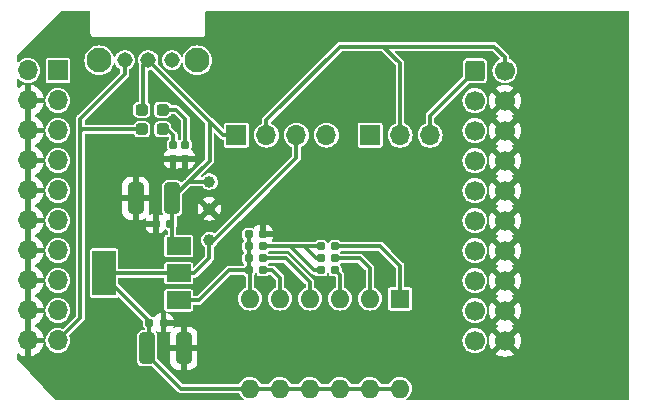
<source format=gbr>
%TF.GenerationSoftware,KiCad,Pcbnew,7.0.6*%
%TF.CreationDate,2024-02-05T23:01:20+08:00*%
%TF.ProjectId,jlink_power,6a6c696e-6b5f-4706-9f77-65722e6b6963,rev?*%
%TF.SameCoordinates,Original*%
%TF.FileFunction,Copper,L1,Top*%
%TF.FilePolarity,Positive*%
%FSLAX46Y46*%
G04 Gerber Fmt 4.6, Leading zero omitted, Abs format (unit mm)*
G04 Created by KiCad (PCBNEW 7.0.6) date 2024-02-05 23:01:20*
%MOMM*%
%LPD*%
G01*
G04 APERTURE LIST*
G04 Aperture macros list*
%AMRoundRect*
0 Rectangle with rounded corners*
0 $1 Rounding radius*
0 $2 $3 $4 $5 $6 $7 $8 $9 X,Y pos of 4 corners*
0 Add a 4 corners polygon primitive as box body*
4,1,4,$2,$3,$4,$5,$6,$7,$8,$9,$2,$3,0*
0 Add four circle primitives for the rounded corners*
1,1,$1+$1,$2,$3*
1,1,$1+$1,$4,$5*
1,1,$1+$1,$6,$7*
1,1,$1+$1,$8,$9*
0 Add four rect primitives between the rounded corners*
20,1,$1+$1,$2,$3,$4,$5,0*
20,1,$1+$1,$4,$5,$6,$7,0*
20,1,$1+$1,$6,$7,$8,$9,0*
20,1,$1+$1,$8,$9,$2,$3,0*%
G04 Aperture macros list end*
%TA.AperFunction,ComponentPad*%
%ADD10O,1.700000X1.700000*%
%TD*%
%TA.AperFunction,ComponentPad*%
%ADD11R,1.700000X1.700000*%
%TD*%
%TA.AperFunction,SMDPad,CuDef*%
%ADD12C,1.000000*%
%TD*%
%TA.AperFunction,SMDPad,CuDef*%
%ADD13RoundRect,0.160000X0.160000X-0.197500X0.160000X0.197500X-0.160000X0.197500X-0.160000X-0.197500X0*%
%TD*%
%TA.AperFunction,SMDPad,CuDef*%
%ADD14RoundRect,0.237500X0.287500X0.237500X-0.287500X0.237500X-0.287500X-0.237500X0.287500X-0.237500X0*%
%TD*%
%TA.AperFunction,ComponentPad*%
%ADD15C,1.700000*%
%TD*%
%TA.AperFunction,ComponentPad*%
%ADD16RoundRect,0.250000X-0.600000X-0.600000X0.600000X-0.600000X0.600000X0.600000X-0.600000X0.600000X0*%
%TD*%
%TA.AperFunction,ComponentPad*%
%ADD17C,2.100000*%
%TD*%
%TA.AperFunction,ComponentPad*%
%ADD18C,1.308000*%
%TD*%
%TA.AperFunction,ComponentPad*%
%ADD19R,1.600000X1.600000*%
%TD*%
%TA.AperFunction,ComponentPad*%
%ADD20O,1.600000X1.600000*%
%TD*%
%TA.AperFunction,SMDPad,CuDef*%
%ADD21R,2.000000X1.500000*%
%TD*%
%TA.AperFunction,SMDPad,CuDef*%
%ADD22R,2.000000X3.800000*%
%TD*%
%TA.AperFunction,SMDPad,CuDef*%
%ADD23RoundRect,0.160000X0.197500X0.160000X-0.197500X0.160000X-0.197500X-0.160000X0.197500X-0.160000X0*%
%TD*%
%TA.AperFunction,SMDPad,CuDef*%
%ADD24RoundRect,0.160000X-0.197500X-0.160000X0.197500X-0.160000X0.197500X0.160000X-0.197500X0.160000X0*%
%TD*%
%TA.AperFunction,SMDPad,CuDef*%
%ADD25RoundRect,0.250000X-0.400000X-1.075000X0.400000X-1.075000X0.400000X1.075000X-0.400000X1.075000X0*%
%TD*%
%TA.AperFunction,SMDPad,CuDef*%
%ADD26RoundRect,0.250000X0.400000X1.075000X-0.400000X1.075000X-0.400000X-1.075000X0.400000X-1.075000X0*%
%TD*%
%TA.AperFunction,ViaPad*%
%ADD27C,0.800000*%
%TD*%
%TA.AperFunction,Conductor*%
%ADD28C,0.342374*%
%TD*%
G04 APERTURE END LIST*
D10*
%TO.P,J4,3,Pin_3*%
%TO.N,/VTref*%
X85359000Y-76835000D03*
%TO.P,J4,2,Pin_2*%
%TO.N,/VCC*%
X82819000Y-76835000D03*
D11*
%TO.P,J4,1,Pin_1*%
%TO.N,unconnected-(J4-Pin_1-Pad1)*%
X80279000Y-76835000D03*
%TD*%
D12*
%TO.P,GND,1,1*%
%TO.N,GND*%
X66675000Y-83058000D03*
%TD*%
%TO.P,LDO,1,1*%
%TO.N,/LDO_OUT*%
X66675000Y-85725000D03*
%TD*%
%TO.P,5V,1,1*%
%TO.N,/5V_SW*%
X66675000Y-80772000D03*
%TD*%
D13*
%TO.P,R9,2*%
%TO.N,Net-(D2-K)*%
X63627000Y-77634500D03*
%TO.P,R9,1*%
%TO.N,GND*%
X63627000Y-78829500D03*
%TD*%
D14*
%TO.P,D2,1,K*%
%TO.N,Net-(D2-K)*%
X62710000Y-76327000D03*
%TO.P,D2,2,A*%
%TO.N,/5V*%
X60960000Y-76327000D03*
%TD*%
%TO.P,D1,1,K*%
%TO.N,Net-(D1-K)*%
X62710000Y-74676000D03*
%TO.P,D1,2,A*%
%TO.N,/5V_SW*%
X60960000Y-74676000D03*
%TD*%
D13*
%TO.P,R8,2*%
%TO.N,Net-(D1-K)*%
X64643000Y-77634500D03*
%TO.P,R8,1*%
%TO.N,GND*%
X64643000Y-78829500D03*
%TD*%
D15*
%TO.P,J2,20,Pin_20*%
%TO.N,GND*%
X91694000Y-94234000D03*
%TO.P,J2,19,Pin_19*%
%TO.N,/5V*%
X89154000Y-94234000D03*
%TO.P,J2,18,Pin_18*%
%TO.N,GND*%
X91694000Y-91694000D03*
%TO.P,J2,17,Pin_17*%
%TO.N,/DBGRQ*%
X89154000Y-91694000D03*
%TO.P,J2,16,Pin_16*%
%TO.N,GND*%
X91694000Y-89154000D03*
%TO.P,J2,15,Pin_15*%
%TO.N,/nSRST*%
X89154000Y-89154000D03*
%TO.P,J2,14,Pin_14*%
%TO.N,GND*%
X91694000Y-86614000D03*
%TO.P,J2,13,Pin_13*%
%TO.N,/TDO*%
X89154000Y-86614000D03*
%TO.P,J2,12,Pin_12*%
%TO.N,GND*%
X91694000Y-84074000D03*
%TO.P,J2,11,Pin_11*%
%TO.N,/RTCK*%
X89154000Y-84074000D03*
%TO.P,J2,10,Pin_10*%
%TO.N,GND*%
X91694000Y-81534000D03*
%TO.P,J2,9,Pin_9*%
%TO.N,/TCK*%
X89154000Y-81534000D03*
%TO.P,J2,8,Pin_8*%
%TO.N,GND*%
X91694000Y-78994000D03*
%TO.P,J2,7,Pin_7*%
%TO.N,/TMS*%
X89154000Y-78994000D03*
%TO.P,J2,6,Pin_6*%
%TO.N,GND*%
X91694000Y-76454000D03*
%TO.P,J2,5,Pin_5*%
%TO.N,/TDI*%
X89154000Y-76454000D03*
%TO.P,J2,4,Pin_4*%
%TO.N,GND*%
X91694000Y-73914000D03*
%TO.P,J2,3,Pin_3*%
%TO.N,/nTRST*%
X89154000Y-73914000D03*
%TO.P,J2,2,Pin_2*%
%TO.N,/VCC*%
X91694000Y-71374000D03*
D16*
%TO.P,J2,1,Pin_1*%
%TO.N,/VTref*%
X89154000Y-71374000D03*
%TD*%
D17*
%TO.P,U1,M2*%
%TO.N,N/C*%
X57350000Y-70485000D03*
%TO.P,U1,M1*%
X65650000Y-70485000D03*
D18*
%TO.P,U1,COM,COM*%
%TO.N,/5V_SW*%
X61500000Y-70485000D03*
%TO.P,U1,2,2*%
%TO.N,/5V*%
X59500000Y-70485000D03*
%TO.P,U1,1,1*%
%TO.N,unconnected-(U1-Pad1)*%
X63500000Y-70485000D03*
%TD*%
D19*
%TO.P,SW2,1*%
%TO.N,Net-(R1-Pad1)*%
X82804000Y-90678000D03*
D20*
%TO.P,SW2,2*%
%TO.N,Net-(R2-Pad1)*%
X80264000Y-90678000D03*
%TO.P,SW2,3*%
%TO.N,Net-(R3-Pad1)*%
X77724000Y-90678000D03*
%TO.P,SW2,4*%
%TO.N,Net-(R4-Pad1)*%
X75184000Y-90678000D03*
%TO.P,SW2,5*%
%TO.N,Net-(R5-Pad1)*%
X72644000Y-90678000D03*
%TO.P,SW2,6*%
%TO.N,/V_FB*%
X70104000Y-90678000D03*
%TO.P,SW2,7*%
%TO.N,/LDO_OUT*%
X70104000Y-98298000D03*
%TO.P,SW2,8*%
X72644000Y-98298000D03*
%TO.P,SW2,9*%
X75184000Y-98298000D03*
%TO.P,SW2,10*%
X77724000Y-98298000D03*
%TO.P,SW2,11*%
X80264000Y-98298000D03*
%TO.P,SW2,12*%
X82804000Y-98298000D03*
%TD*%
D21*
%TO.P,U2,3,VI*%
%TO.N,/5V_SW*%
X64072500Y-86219000D03*
%TO.P,U2,2,VO*%
%TO.N,/LDO_OUT*%
X64072500Y-88519000D03*
D22*
X57772500Y-88519000D03*
D21*
%TO.P,U2,1,ADJ*%
%TO.N,/V_FB*%
X64072500Y-90819000D03*
%TD*%
D23*
%TO.P,R7,1*%
%TO.N,GND*%
X71209500Y-85217000D03*
%TO.P,R7,2*%
%TO.N,/V_FB*%
X70014500Y-85217000D03*
%TD*%
D24*
%TO.P,R6,2*%
%TO.N,Net-(R1-Pad2)*%
X71209500Y-86233000D03*
%TO.P,R6,1*%
%TO.N,/V_FB*%
X70014500Y-86233000D03*
%TD*%
D23*
%TO.P,R5,2*%
%TO.N,/V_FB*%
X70014500Y-88265000D03*
%TO.P,R5,1*%
%TO.N,Net-(R5-Pad1)*%
X71209500Y-88265000D03*
%TD*%
%TO.P,R4,1*%
%TO.N,Net-(R4-Pad1)*%
X71209500Y-87249000D03*
%TO.P,R4,2*%
%TO.N,/V_FB*%
X70014500Y-87249000D03*
%TD*%
%TO.P,R3,2*%
%TO.N,Net-(R1-Pad2)*%
X76110500Y-88265000D03*
%TO.P,R3,1*%
%TO.N,Net-(R3-Pad1)*%
X77305500Y-88265000D03*
%TD*%
%TO.P,R2,2*%
%TO.N,Net-(R1-Pad2)*%
X76110500Y-87249000D03*
%TO.P,R2,1*%
%TO.N,Net-(R2-Pad1)*%
X77305500Y-87249000D03*
%TD*%
%TO.P,R1,1*%
%TO.N,Net-(R1-Pad1)*%
X77305500Y-86233000D03*
%TO.P,R1,2*%
%TO.N,Net-(R1-Pad2)*%
X76110500Y-86233000D03*
%TD*%
D10*
%TO.P,J3,4,Pin_4*%
%TO.N,unconnected-(J3-Pin_4-Pad4)*%
X76581000Y-76835000D03*
%TO.P,J3,3,Pin_3*%
%TO.N,/LDO_OUT*%
X74041000Y-76835000D03*
%TO.P,J3,2,Pin_2*%
%TO.N,/VCC*%
X71501000Y-76835000D03*
D11*
%TO.P,J3,1,Pin_1*%
%TO.N,/5V_SW*%
X68961000Y-76835000D03*
%TD*%
D24*
%TO.P,C4,1*%
%TO.N,/LDO_OUT*%
X61595000Y-92710000D03*
%TO.P,C4,2*%
%TO.N,GND*%
X62790000Y-92710000D03*
%TD*%
D25*
%TO.P,C3,2*%
%TO.N,GND*%
X64504500Y-94869000D03*
%TO.P,C3,1*%
%TO.N,/LDO_OUT*%
X61404500Y-94869000D03*
%TD*%
D23*
%TO.P,C2,2*%
%TO.N,GND*%
X62140500Y-84328000D03*
%TO.P,C2,1*%
%TO.N,/5V_SW*%
X63335500Y-84328000D03*
%TD*%
D26*
%TO.P,C1,2*%
%TO.N,GND*%
X60426000Y-82169000D03*
%TO.P,C1,1*%
%TO.N,/5V_SW*%
X63526000Y-82169000D03*
%TD*%
D11*
%TO.P,J1,1,Pin_1*%
%TO.N,/VTref*%
X53848000Y-71354000D03*
D10*
%TO.P,J1,2,Pin_2*%
%TO.N,/NC*%
X51308000Y-71354000D03*
%TO.P,J1,3,Pin_3*%
%TO.N,/nTRST*%
X53848000Y-73894000D03*
%TO.P,J1,4,Pin_4*%
%TO.N,GND*%
X51308000Y-73894000D03*
%TO.P,J1,5,Pin_5*%
%TO.N,/TDI*%
X53848000Y-76434000D03*
%TO.P,J1,6,Pin_6*%
%TO.N,GND*%
X51308000Y-76434000D03*
%TO.P,J1,7,Pin_7*%
%TO.N,/TMS*%
X53848000Y-78974000D03*
%TO.P,J1,8,Pin_8*%
%TO.N,GND*%
X51308000Y-78974000D03*
%TO.P,J1,9,Pin_9*%
%TO.N,/TCK*%
X53848000Y-81514000D03*
%TO.P,J1,10,Pin_10*%
%TO.N,GND*%
X51308000Y-81514000D03*
%TO.P,J1,11,Pin_11*%
%TO.N,/RTCK*%
X53848000Y-84054000D03*
%TO.P,J1,12,Pin_12*%
%TO.N,GND*%
X51308000Y-84054000D03*
%TO.P,J1,13,Pin_13*%
%TO.N,/TDO*%
X53848000Y-86594000D03*
%TO.P,J1,14,Pin_14*%
%TO.N,GND*%
X51308000Y-86594000D03*
%TO.P,J1,15,Pin_15*%
%TO.N,/nSRST*%
X53848000Y-89134000D03*
%TO.P,J1,16,Pin_16*%
%TO.N,GND*%
X51308000Y-89134000D03*
%TO.P,J1,17,Pin_17*%
%TO.N,/DBGRQ*%
X53848000Y-91674000D03*
%TO.P,J1,18,Pin_18*%
%TO.N,GND*%
X51308000Y-91674000D03*
%TO.P,J1,19,Pin_19*%
%TO.N,/5V*%
X53848000Y-94214000D03*
%TO.P,J1,20,Pin_20*%
%TO.N,GND*%
X51308000Y-94214000D03*
%TD*%
D27*
%TO.N,GND*%
X74168000Y-85217000D03*
X64516000Y-92710000D03*
X57023000Y-85344000D03*
X59055000Y-79121000D03*
X57277000Y-82804000D03*
%TD*%
D28*
%TO.N,Net-(R1-Pad2)*%
X75565000Y-88265000D02*
X76110500Y-88265000D01*
X73533000Y-86233000D02*
X75565000Y-88265000D01*
X71209500Y-86233000D02*
X73533000Y-86233000D01*
X75692000Y-87249000D02*
X76110500Y-87249000D01*
X74676000Y-86233000D02*
X75692000Y-87249000D01*
X71209500Y-86233000D02*
X74676000Y-86233000D01*
%TO.N,Net-(R4-Pad1)*%
X75184000Y-89281000D02*
X75184000Y-90678000D01*
X71209500Y-87249000D02*
X73152000Y-87249000D01*
X73152000Y-87249000D02*
X75184000Y-89281000D01*
%TO.N,/5V_SW*%
X64923000Y-80772000D02*
X63526000Y-82169000D01*
X66675000Y-80772000D02*
X64923000Y-80772000D01*
X66691000Y-79004000D02*
X63526000Y-82169000D01*
X66691000Y-75676000D02*
X66691000Y-79004000D01*
X66691000Y-75676000D02*
X61500000Y-70485000D01*
X67850000Y-76835000D02*
X66691000Y-75676000D01*
X61087000Y-70898000D02*
X61500000Y-70485000D01*
X61087000Y-74549000D02*
X61087000Y-70898000D01*
X60960000Y-74676000D02*
X61087000Y-74549000D01*
X68961000Y-76835000D02*
X67850000Y-76835000D01*
%TO.N,/LDO_OUT*%
X70104000Y-98298000D02*
X64262000Y-98298000D01*
X61595000Y-92710000D02*
X61595000Y-94678500D01*
X64262000Y-98298000D02*
X61404500Y-95440500D01*
X61595000Y-94678500D02*
X61404500Y-94869000D01*
X61404500Y-95440500D02*
X61404500Y-94869000D01*
X61595000Y-92583000D02*
X57772500Y-88760500D01*
X61595000Y-92710000D02*
X61595000Y-92583000D01*
X57772500Y-88760500D02*
X57772500Y-88519000D01*
%TO.N,/V_FB*%
X68326000Y-88265000D02*
X65772000Y-90819000D01*
X65772000Y-90819000D02*
X64072500Y-90819000D01*
X70014500Y-88265000D02*
X68326000Y-88265000D01*
%TO.N,/LDO_OUT*%
X66675000Y-87249000D02*
X65405000Y-88519000D01*
X67056000Y-85725000D02*
X66675000Y-85725000D01*
X65405000Y-88519000D02*
X64072500Y-88519000D01*
X74041000Y-78740000D02*
X67056000Y-85725000D01*
X66675000Y-85725000D02*
X66675000Y-87249000D01*
X74041000Y-76835000D02*
X74041000Y-78740000D01*
%TO.N,/VCC*%
X81407000Y-69342000D02*
X82819000Y-70754000D01*
X82819000Y-70754000D02*
X82819000Y-76835000D01*
X77724000Y-69342000D02*
X81407000Y-69342000D01*
X71501000Y-75565000D02*
X71501000Y-76835000D01*
X91694000Y-70231000D02*
X90805000Y-69342000D01*
X90805000Y-69342000D02*
X77724000Y-69342000D01*
X91694000Y-71374000D02*
X91694000Y-70231000D01*
X77724000Y-69342000D02*
X71501000Y-75565000D01*
%TO.N,GND*%
X63627000Y-78829500D02*
X64643000Y-78829500D01*
%TO.N,Net-(D2-K)*%
X63627000Y-76835000D02*
X63627000Y-77634500D01*
X63119000Y-76327000D02*
X63627000Y-76835000D01*
X62710000Y-76327000D02*
X63119000Y-76327000D01*
%TO.N,Net-(D1-K)*%
X63881000Y-74676000D02*
X64643000Y-75438000D01*
X62710000Y-74676000D02*
X63881000Y-74676000D01*
X64643000Y-75438000D02*
X64643000Y-77634500D01*
%TO.N,/5V*%
X60960000Y-76327000D02*
X56007000Y-76327000D01*
X56007000Y-76327000D02*
X55753000Y-76581000D01*
X55753000Y-75438000D02*
X55753000Y-76581000D01*
X55753000Y-76581000D02*
X55753000Y-92309000D01*
X55753000Y-92309000D02*
X53848000Y-94214000D01*
X59500000Y-71691000D02*
X55753000Y-75438000D01*
X59500000Y-70485000D02*
X59500000Y-71691000D01*
%TO.N,/VTref*%
X85359000Y-76835000D02*
X85359000Y-75169000D01*
X85359000Y-75169000D02*
X89154000Y-71374000D01*
%TO.N,/5V_SW*%
X63526000Y-84137500D02*
X63335500Y-84328000D01*
X63526000Y-82169000D02*
X63526000Y-84137500D01*
X63335500Y-84328000D02*
X63500000Y-84492500D01*
X63500000Y-84492500D02*
X63500000Y-85646500D01*
X63500000Y-85646500D02*
X64072500Y-86219000D01*
%TO.N,/V_FB*%
X70014500Y-87249000D02*
X70014500Y-88265000D01*
X70014500Y-86233000D02*
X70014500Y-87249000D01*
X70014500Y-85217000D02*
X70014500Y-86233000D01*
%TO.N,Net-(R1-Pad2)*%
X71209500Y-86233000D02*
X76110500Y-86233000D01*
%TO.N,Net-(R1-Pad1)*%
X82804000Y-87884000D02*
X82804000Y-90678000D01*
X81153000Y-86233000D02*
X82804000Y-87884000D01*
X77305500Y-86233000D02*
X81153000Y-86233000D01*
%TO.N,Net-(R5-Pad1)*%
X72644000Y-88900000D02*
X72644000Y-90678000D01*
X72009000Y-88265000D02*
X72644000Y-88900000D01*
%TO.N,/V_FB*%
X70104000Y-90678000D02*
X70104000Y-88354500D01*
X70104000Y-88354500D02*
X70014500Y-88265000D01*
%TO.N,Net-(R5-Pad1)*%
X71209500Y-88265000D02*
X72009000Y-88265000D01*
%TO.N,Net-(R3-Pad1)*%
X77724000Y-88683500D02*
X77724000Y-90678000D01*
X77305500Y-88265000D02*
X77724000Y-88683500D01*
%TO.N,Net-(R2-Pad1)*%
X80264000Y-88093250D02*
X80264000Y-90678000D01*
X79419750Y-87249000D02*
X80264000Y-88093250D01*
X77305500Y-87249000D02*
X79419750Y-87249000D01*
%TO.N,Net-(D2-K)*%
X62710000Y-76327000D02*
X62992000Y-76327000D01*
%TO.N,/LDO_OUT*%
X57772500Y-88519000D02*
X64072500Y-88519000D01*
X70104000Y-98298000D02*
X82804000Y-98298000D01*
%TD*%
%TA.AperFunction,Conductor*%
%TO.N,GND*%
G36*
X56577194Y-66358806D02*
G01*
X56595500Y-66403000D01*
X56595500Y-68148364D01*
X56593114Y-68165467D01*
X56591598Y-68170793D01*
X56592925Y-68185108D01*
X56595367Y-68211464D01*
X56595500Y-68214333D01*
X56595500Y-68226846D01*
X56597797Y-68239138D01*
X56598196Y-68241996D01*
X56601964Y-68282657D01*
X56601966Y-68282663D01*
X56604435Y-68287623D01*
X56609920Y-68303986D01*
X56610938Y-68309431D01*
X56610940Y-68309435D01*
X56632434Y-68344150D01*
X56633837Y-68346668D01*
X56635442Y-68349890D01*
X56642000Y-68377760D01*
X56642000Y-68453000D01*
X56708114Y-68453000D01*
X56730695Y-68457222D01*
X56740234Y-68460918D01*
X56755315Y-68469318D01*
X56757718Y-68471132D01*
X56759736Y-68472656D01*
X56799026Y-68483834D01*
X56801717Y-68484735D01*
X56827520Y-68494732D01*
X56839825Y-68499500D01*
X56839827Y-68499500D01*
X56845365Y-68499500D01*
X56862467Y-68501885D01*
X56867793Y-68503401D01*
X56908464Y-68499632D01*
X56911334Y-68499500D01*
X65989365Y-68499500D01*
X66006467Y-68501885D01*
X66011793Y-68503401D01*
X66052464Y-68499632D01*
X66055334Y-68499500D01*
X66067842Y-68499500D01*
X66067844Y-68499500D01*
X66080138Y-68497201D01*
X66082985Y-68496803D01*
X66123660Y-68493035D01*
X66128618Y-68490565D01*
X66144993Y-68485078D01*
X66146768Y-68484746D01*
X66150433Y-68484061D01*
X66185168Y-68462552D01*
X66187654Y-68461168D01*
X66190913Y-68459545D01*
X66218758Y-68453000D01*
X66294000Y-68453000D01*
X66294000Y-68386887D01*
X66298218Y-68364315D01*
X66299914Y-68359934D01*
X66299916Y-68359933D01*
X66301917Y-68354765D01*
X66310318Y-68339683D01*
X66313656Y-68335264D01*
X66324830Y-68295986D01*
X66325746Y-68293255D01*
X66327928Y-68287623D01*
X66340500Y-68255173D01*
X66340500Y-68249636D01*
X66342886Y-68232532D01*
X66344401Y-68227206D01*
X66343074Y-68212891D01*
X66340632Y-68186535D01*
X66340500Y-68183666D01*
X66340500Y-66403000D01*
X66358806Y-66358806D01*
X66403000Y-66340500D01*
X102126000Y-66340500D01*
X102170194Y-66358806D01*
X102188500Y-66403000D01*
X102188500Y-99205000D01*
X102170194Y-99249194D01*
X102126000Y-99267500D01*
X83362123Y-99267500D01*
X83317929Y-99249194D01*
X83299623Y-99205000D01*
X83317929Y-99160806D01*
X83332661Y-99149880D01*
X83362532Y-99133913D01*
X83362538Y-99133910D01*
X83514883Y-99008883D01*
X83639910Y-98856538D01*
X83732814Y-98682727D01*
X83790024Y-98494132D01*
X83809341Y-98298000D01*
X83790024Y-98101868D01*
X83732814Y-97913273D01*
X83639910Y-97739462D01*
X83514883Y-97587117D01*
X83362538Y-97462090D01*
X83362532Y-97462086D01*
X83253018Y-97403550D01*
X83188727Y-97369186D01*
X83068184Y-97332619D01*
X83000130Y-97311975D01*
X82804000Y-97292659D01*
X82607869Y-97311975D01*
X82487325Y-97348542D01*
X82419273Y-97369186D01*
X82419271Y-97369186D01*
X82419271Y-97369187D01*
X82245467Y-97462086D01*
X82245461Y-97462090D01*
X82093117Y-97587117D01*
X81968090Y-97739461D01*
X81968086Y-97739467D01*
X81885875Y-97893275D01*
X81848898Y-97923622D01*
X81830755Y-97926313D01*
X81237245Y-97926313D01*
X81193051Y-97908007D01*
X81182125Y-97893275D01*
X81099913Y-97739467D01*
X81099909Y-97739461D01*
X80974883Y-97587117D01*
X80822538Y-97462090D01*
X80822532Y-97462086D01*
X80713018Y-97403550D01*
X80648727Y-97369186D01*
X80528184Y-97332619D01*
X80460130Y-97311975D01*
X80264000Y-97292659D01*
X80067869Y-97311975D01*
X79947325Y-97348542D01*
X79879273Y-97369186D01*
X79879271Y-97369186D01*
X79879271Y-97369187D01*
X79705467Y-97462086D01*
X79705461Y-97462090D01*
X79553117Y-97587117D01*
X79428090Y-97739461D01*
X79428086Y-97739467D01*
X79345875Y-97893275D01*
X79308898Y-97923622D01*
X79290755Y-97926313D01*
X78697245Y-97926313D01*
X78653051Y-97908007D01*
X78642125Y-97893275D01*
X78559913Y-97739467D01*
X78559909Y-97739461D01*
X78434883Y-97587117D01*
X78282538Y-97462090D01*
X78282532Y-97462086D01*
X78173018Y-97403550D01*
X78108727Y-97369186D01*
X77988184Y-97332619D01*
X77920130Y-97311975D01*
X77724000Y-97292659D01*
X77527869Y-97311975D01*
X77407325Y-97348542D01*
X77339273Y-97369186D01*
X77339271Y-97369186D01*
X77339271Y-97369187D01*
X77165467Y-97462086D01*
X77165461Y-97462090D01*
X77013117Y-97587117D01*
X76888090Y-97739461D01*
X76888086Y-97739467D01*
X76805875Y-97893275D01*
X76768898Y-97923622D01*
X76750755Y-97926313D01*
X76157245Y-97926313D01*
X76113051Y-97908007D01*
X76102125Y-97893275D01*
X76019913Y-97739467D01*
X76019909Y-97739461D01*
X75894883Y-97587117D01*
X75742538Y-97462090D01*
X75742532Y-97462086D01*
X75633018Y-97403550D01*
X75568727Y-97369186D01*
X75448184Y-97332619D01*
X75380130Y-97311975D01*
X75184000Y-97292659D01*
X74987869Y-97311975D01*
X74867325Y-97348542D01*
X74799273Y-97369186D01*
X74799271Y-97369186D01*
X74799271Y-97369187D01*
X74625467Y-97462086D01*
X74625461Y-97462090D01*
X74473117Y-97587117D01*
X74348090Y-97739461D01*
X74348086Y-97739467D01*
X74265875Y-97893275D01*
X74228898Y-97923622D01*
X74210755Y-97926313D01*
X73617245Y-97926313D01*
X73573051Y-97908007D01*
X73562125Y-97893275D01*
X73479913Y-97739467D01*
X73479909Y-97739461D01*
X73354883Y-97587117D01*
X73202538Y-97462090D01*
X73202532Y-97462086D01*
X73093018Y-97403550D01*
X73028727Y-97369186D01*
X72908184Y-97332619D01*
X72840130Y-97311975D01*
X72644000Y-97292659D01*
X72447869Y-97311975D01*
X72327325Y-97348542D01*
X72259273Y-97369186D01*
X72259271Y-97369186D01*
X72259271Y-97369187D01*
X72085467Y-97462086D01*
X72085461Y-97462090D01*
X71933117Y-97587117D01*
X71808090Y-97739461D01*
X71808086Y-97739467D01*
X71725875Y-97893275D01*
X71688898Y-97923622D01*
X71670755Y-97926313D01*
X71077245Y-97926313D01*
X71033051Y-97908007D01*
X71022125Y-97893275D01*
X70939913Y-97739467D01*
X70939909Y-97739461D01*
X70814883Y-97587117D01*
X70662538Y-97462090D01*
X70662532Y-97462086D01*
X70553018Y-97403550D01*
X70488727Y-97369186D01*
X70368184Y-97332619D01*
X70300130Y-97311975D01*
X70104000Y-97292659D01*
X69907869Y-97311975D01*
X69787325Y-97348542D01*
X69719273Y-97369186D01*
X69719271Y-97369186D01*
X69719271Y-97369187D01*
X69545467Y-97462086D01*
X69545461Y-97462090D01*
X69393117Y-97587117D01*
X69268090Y-97739461D01*
X69268086Y-97739467D01*
X69185875Y-97893275D01*
X69148898Y-97923622D01*
X69130755Y-97926313D01*
X64441846Y-97926313D01*
X64397652Y-97908007D01*
X62273306Y-95783660D01*
X62255000Y-95739466D01*
X62255000Y-95119000D01*
X63354501Y-95119000D01*
X63354501Y-95993987D01*
X63364992Y-96096687D01*
X63364993Y-96096694D01*
X63420141Y-96263121D01*
X63512182Y-96412343D01*
X63636156Y-96536317D01*
X63785378Y-96628358D01*
X63951808Y-96683507D01*
X64054518Y-96693999D01*
X64254499Y-96693999D01*
X64254500Y-96693998D01*
X64254500Y-95119000D01*
X64754500Y-95119000D01*
X64754500Y-96693999D01*
X64954476Y-96693999D01*
X64954487Y-96693998D01*
X65057187Y-96683507D01*
X65057194Y-96683506D01*
X65223621Y-96628358D01*
X65372843Y-96536317D01*
X65496817Y-96412343D01*
X65588858Y-96263121D01*
X65644007Y-96096691D01*
X65654499Y-95993986D01*
X65654500Y-95993977D01*
X65654500Y-95119000D01*
X64754500Y-95119000D01*
X64254500Y-95119000D01*
X63354501Y-95119000D01*
X62255000Y-95119000D01*
X62255000Y-93739737D01*
X62252586Y-93714000D01*
X62252146Y-93709301D01*
X62207293Y-93581118D01*
X62169566Y-93530000D01*
X62164368Y-93522956D01*
X62152853Y-93476527D01*
X62177541Y-93435555D01*
X62223970Y-93424040D01*
X62246989Y-93432356D01*
X62319637Y-93476273D01*
X62472653Y-93523955D01*
X62539163Y-93530000D01*
X62540000Y-93530000D01*
X62540000Y-92960000D01*
X63040000Y-92960000D01*
X63040000Y-93530000D01*
X63040837Y-93530000D01*
X63107346Y-93523955D01*
X63260362Y-93476273D01*
X63314655Y-93443452D01*
X63361946Y-93436254D01*
X63400475Y-93464604D01*
X63407673Y-93511895D01*
X63406317Y-93516597D01*
X63364992Y-93641308D01*
X63354500Y-93744013D01*
X63354500Y-94619000D01*
X64254500Y-94619000D01*
X64254500Y-93044000D01*
X64754500Y-93044000D01*
X64754500Y-94619000D01*
X65654499Y-94619000D01*
X65654499Y-94234000D01*
X88098417Y-94234000D01*
X88118699Y-94439930D01*
X88118700Y-94439935D01*
X88178766Y-94637949D01*
X88178768Y-94637954D01*
X88276311Y-94820444D01*
X88276319Y-94820455D01*
X88407588Y-94980408D01*
X88407591Y-94980411D01*
X88519951Y-95072622D01*
X88567550Y-95111685D01*
X88567553Y-95111686D01*
X88567555Y-95111688D01*
X88581235Y-95119000D01*
X88750046Y-95209232D01*
X88948066Y-95269300D01*
X89154000Y-95289583D01*
X89359934Y-95269300D01*
X89557954Y-95209232D01*
X89740450Y-95111685D01*
X89900410Y-94980410D01*
X90031685Y-94820450D01*
X90129232Y-94637954D01*
X90189300Y-94439934D01*
X90209583Y-94234002D01*
X90338843Y-94234002D01*
X90359430Y-94469317D01*
X90359433Y-94469333D01*
X90420567Y-94697487D01*
X90420568Y-94697489D01*
X90520399Y-94911578D01*
X90579072Y-94995372D01*
X90579072Y-94995373D01*
X91210922Y-94363522D01*
X91234507Y-94443844D01*
X91312239Y-94564798D01*
X91420900Y-94658952D01*
X91551685Y-94718680D01*
X91561466Y-94720086D01*
X90932625Y-95348926D01*
X91016422Y-95407600D01*
X91016420Y-95407600D01*
X91230510Y-95507431D01*
X91230512Y-95507432D01*
X91458666Y-95568566D01*
X91458682Y-95568569D01*
X91693998Y-95589157D01*
X91694002Y-95589157D01*
X91929317Y-95568569D01*
X91929333Y-95568566D01*
X92157487Y-95507432D01*
X92157489Y-95507431D01*
X92371575Y-95407601D01*
X92455372Y-95348925D01*
X91826533Y-94720086D01*
X91836315Y-94718680D01*
X91967100Y-94658952D01*
X92075761Y-94564798D01*
X92153493Y-94443844D01*
X92177076Y-94363523D01*
X92808925Y-94995372D01*
X92867601Y-94911575D01*
X92967431Y-94697489D01*
X92967432Y-94697487D01*
X93028566Y-94469333D01*
X93028569Y-94469317D01*
X93049157Y-94234002D01*
X93049157Y-94233997D01*
X93028569Y-93998682D01*
X93028566Y-93998666D01*
X92967432Y-93770512D01*
X92967431Y-93770510D01*
X92867600Y-93556422D01*
X92808926Y-93472625D01*
X92177076Y-94104475D01*
X92153493Y-94024156D01*
X92075761Y-93903202D01*
X91967100Y-93809048D01*
X91836315Y-93749320D01*
X91826531Y-93747913D01*
X92455373Y-93119072D01*
X92371577Y-93060399D01*
X92371575Y-93060397D01*
X92286322Y-93020644D01*
X92254004Y-92985377D01*
X92256091Y-92937587D01*
X92286322Y-92907356D01*
X92371573Y-92867603D01*
X92455373Y-92808925D01*
X91826533Y-92180086D01*
X91836315Y-92178680D01*
X91967100Y-92118952D01*
X92075761Y-92024798D01*
X92153493Y-91903844D01*
X92177076Y-91823523D01*
X92808925Y-92455372D01*
X92867601Y-92371575D01*
X92967431Y-92157489D01*
X92967432Y-92157487D01*
X93028566Y-91929333D01*
X93028569Y-91929317D01*
X93049157Y-91694002D01*
X93049157Y-91693997D01*
X93028569Y-91458682D01*
X93028566Y-91458666D01*
X92967432Y-91230512D01*
X92967431Y-91230510D01*
X92867600Y-91016422D01*
X92808926Y-90932625D01*
X92177076Y-91564475D01*
X92153493Y-91484156D01*
X92075761Y-91363202D01*
X91967100Y-91269048D01*
X91836315Y-91209320D01*
X91826531Y-91207913D01*
X92455373Y-90579072D01*
X92371577Y-90520399D01*
X92371575Y-90520397D01*
X92286322Y-90480644D01*
X92254004Y-90445377D01*
X92256091Y-90397587D01*
X92286322Y-90367356D01*
X92371573Y-90327603D01*
X92455372Y-90268925D01*
X91826533Y-89640086D01*
X91836315Y-89638680D01*
X91967100Y-89578952D01*
X92075761Y-89484798D01*
X92153493Y-89363844D01*
X92177076Y-89283523D01*
X92808925Y-89915372D01*
X92867601Y-89831575D01*
X92967431Y-89617489D01*
X92967432Y-89617487D01*
X93028566Y-89389333D01*
X93028569Y-89389317D01*
X93049157Y-89154002D01*
X93049157Y-89153997D01*
X93028569Y-88918682D01*
X93028566Y-88918666D01*
X92967432Y-88690512D01*
X92967431Y-88690510D01*
X92867600Y-88476422D01*
X92808926Y-88392625D01*
X92177076Y-89024475D01*
X92153493Y-88944156D01*
X92075761Y-88823202D01*
X91967100Y-88729048D01*
X91836315Y-88669320D01*
X91826531Y-88667913D01*
X92455373Y-88039072D01*
X92371577Y-87980399D01*
X92371575Y-87980397D01*
X92286322Y-87940644D01*
X92254004Y-87905377D01*
X92256091Y-87857587D01*
X92286322Y-87827356D01*
X92371573Y-87787603D01*
X92455372Y-87728925D01*
X91826533Y-87100086D01*
X91836315Y-87098680D01*
X91967100Y-87038952D01*
X92075761Y-86944798D01*
X92153493Y-86823844D01*
X92177076Y-86743523D01*
X92808925Y-87375372D01*
X92867601Y-87291575D01*
X92967431Y-87077489D01*
X92967432Y-87077487D01*
X93028566Y-86849333D01*
X93028569Y-86849317D01*
X93049157Y-86614002D01*
X93049157Y-86613997D01*
X93028569Y-86378682D01*
X93028566Y-86378666D01*
X92967432Y-86150512D01*
X92967431Y-86150510D01*
X92867600Y-85936422D01*
X92808926Y-85852625D01*
X92177076Y-86484475D01*
X92153493Y-86404156D01*
X92075761Y-86283202D01*
X91967100Y-86189048D01*
X91836315Y-86129320D01*
X91826531Y-86127913D01*
X92455373Y-85499072D01*
X92371577Y-85440399D01*
X92371575Y-85440397D01*
X92286322Y-85400644D01*
X92254004Y-85365377D01*
X92256091Y-85317587D01*
X92286322Y-85287356D01*
X92371573Y-85247603D01*
X92455372Y-85188925D01*
X91826533Y-84560086D01*
X91836315Y-84558680D01*
X91967100Y-84498952D01*
X92075761Y-84404798D01*
X92153493Y-84283844D01*
X92177076Y-84203523D01*
X92808925Y-84835372D01*
X92867601Y-84751575D01*
X92967431Y-84537489D01*
X92967432Y-84537487D01*
X93028566Y-84309333D01*
X93028569Y-84309317D01*
X93049157Y-84074002D01*
X93049157Y-84073997D01*
X93028569Y-83838682D01*
X93028566Y-83838666D01*
X92967432Y-83610512D01*
X92967431Y-83610510D01*
X92867600Y-83396422D01*
X92808926Y-83312625D01*
X92177076Y-83944475D01*
X92153493Y-83864156D01*
X92075761Y-83743202D01*
X91967100Y-83649048D01*
X91836315Y-83589320D01*
X91826531Y-83587913D01*
X92455373Y-82959072D01*
X92371577Y-82900399D01*
X92371575Y-82900397D01*
X92286322Y-82860644D01*
X92254004Y-82825377D01*
X92256091Y-82777587D01*
X92286322Y-82747356D01*
X92371573Y-82707603D01*
X92455372Y-82648925D01*
X91826533Y-82020086D01*
X91836315Y-82018680D01*
X91967100Y-81958952D01*
X92075761Y-81864798D01*
X92153493Y-81743844D01*
X92177076Y-81663523D01*
X92808925Y-82295372D01*
X92867601Y-82211575D01*
X92967431Y-81997489D01*
X92967432Y-81997487D01*
X93028566Y-81769333D01*
X93028569Y-81769317D01*
X93049157Y-81534002D01*
X93049157Y-81533997D01*
X93028569Y-81298682D01*
X93028566Y-81298666D01*
X92967432Y-81070512D01*
X92967431Y-81070510D01*
X92867600Y-80856422D01*
X92808926Y-80772625D01*
X92177076Y-81404475D01*
X92153493Y-81324156D01*
X92075761Y-81203202D01*
X91967100Y-81109048D01*
X91836315Y-81049320D01*
X91826531Y-81047913D01*
X92455373Y-80419072D01*
X92371577Y-80360399D01*
X92371575Y-80360397D01*
X92286322Y-80320644D01*
X92254004Y-80285377D01*
X92256091Y-80237587D01*
X92286322Y-80207356D01*
X92371573Y-80167603D01*
X92455372Y-80108925D01*
X91826533Y-79480086D01*
X91836315Y-79478680D01*
X91967100Y-79418952D01*
X92075761Y-79324798D01*
X92153493Y-79203844D01*
X92177076Y-79123523D01*
X92808925Y-79755372D01*
X92867601Y-79671575D01*
X92967431Y-79457489D01*
X92967432Y-79457487D01*
X93028566Y-79229333D01*
X93028569Y-79229317D01*
X93049157Y-78994002D01*
X93049157Y-78993997D01*
X93028569Y-78758682D01*
X93028566Y-78758666D01*
X92967432Y-78530512D01*
X92967431Y-78530510D01*
X92867600Y-78316422D01*
X92808926Y-78232625D01*
X92177076Y-78864475D01*
X92153493Y-78784156D01*
X92075761Y-78663202D01*
X91967100Y-78569048D01*
X91836315Y-78509320D01*
X91826531Y-78507913D01*
X92455373Y-77879072D01*
X92371577Y-77820399D01*
X92371575Y-77820397D01*
X92286322Y-77780644D01*
X92254004Y-77745377D01*
X92256091Y-77697587D01*
X92286322Y-77667356D01*
X92371573Y-77627603D01*
X92455372Y-77568925D01*
X91826533Y-76940086D01*
X91836315Y-76938680D01*
X91967100Y-76878952D01*
X92075761Y-76784798D01*
X92153493Y-76663844D01*
X92177076Y-76583523D01*
X92808925Y-77215372D01*
X92867601Y-77131575D01*
X92967431Y-76917489D01*
X92967432Y-76917487D01*
X93028566Y-76689333D01*
X93028569Y-76689317D01*
X93049157Y-76454002D01*
X93049157Y-76453997D01*
X93028569Y-76218682D01*
X93028566Y-76218666D01*
X92967432Y-75990512D01*
X92967431Y-75990510D01*
X92867600Y-75776422D01*
X92808926Y-75692625D01*
X92177076Y-76324475D01*
X92153493Y-76244156D01*
X92075761Y-76123202D01*
X91967100Y-76029048D01*
X91836315Y-75969320D01*
X91826531Y-75967913D01*
X92455373Y-75339072D01*
X92371577Y-75280399D01*
X92371575Y-75280397D01*
X92286322Y-75240644D01*
X92254004Y-75205377D01*
X92256091Y-75157587D01*
X92286322Y-75127356D01*
X92371573Y-75087603D01*
X92455372Y-75028925D01*
X91826533Y-74400086D01*
X91836315Y-74398680D01*
X91967100Y-74338952D01*
X92075761Y-74244798D01*
X92153493Y-74123844D01*
X92177076Y-74043523D01*
X92808925Y-74675372D01*
X92867601Y-74591575D01*
X92967431Y-74377489D01*
X92967432Y-74377487D01*
X93028566Y-74149333D01*
X93028569Y-74149317D01*
X93049157Y-73914002D01*
X93049157Y-73913997D01*
X93028569Y-73678682D01*
X93028566Y-73678666D01*
X92967432Y-73450512D01*
X92967431Y-73450510D01*
X92867600Y-73236422D01*
X92808926Y-73152625D01*
X92177076Y-73784475D01*
X92153493Y-73704156D01*
X92075761Y-73583202D01*
X91967100Y-73489048D01*
X91836315Y-73429320D01*
X91826531Y-73427913D01*
X92455373Y-72799072D01*
X92371577Y-72740399D01*
X92371579Y-72740399D01*
X92157489Y-72640568D01*
X92157487Y-72640567D01*
X91929333Y-72579433D01*
X91929317Y-72579430D01*
X91694002Y-72558843D01*
X91693998Y-72558843D01*
X91458682Y-72579430D01*
X91458666Y-72579433D01*
X91230512Y-72640567D01*
X91230510Y-72640568D01*
X91016426Y-72740397D01*
X90932626Y-72799073D01*
X91561466Y-73427913D01*
X91551685Y-73429320D01*
X91420900Y-73489048D01*
X91312239Y-73583202D01*
X91234507Y-73704156D01*
X91210923Y-73784476D01*
X90579073Y-73152626D01*
X90520397Y-73236426D01*
X90420568Y-73450510D01*
X90420567Y-73450512D01*
X90359433Y-73678666D01*
X90359430Y-73678682D01*
X90338843Y-73913997D01*
X90338843Y-73914002D01*
X90359430Y-74149317D01*
X90359433Y-74149333D01*
X90420567Y-74377487D01*
X90420568Y-74377489D01*
X90520399Y-74591578D01*
X90579072Y-74675372D01*
X90579072Y-74675373D01*
X91210922Y-74043522D01*
X91234507Y-74123844D01*
X91312239Y-74244798D01*
X91420900Y-74338952D01*
X91551685Y-74398680D01*
X91561466Y-74400086D01*
X90932625Y-75028926D01*
X91016422Y-75087600D01*
X91016420Y-75087600D01*
X91101677Y-75127356D01*
X91133994Y-75162624D01*
X91131907Y-75210414D01*
X91101677Y-75240644D01*
X91016426Y-75280397D01*
X90932626Y-75339073D01*
X91561466Y-75967913D01*
X91551685Y-75969320D01*
X91420900Y-76029048D01*
X91312239Y-76123202D01*
X91234507Y-76244156D01*
X91210923Y-76324476D01*
X90579073Y-75692626D01*
X90520397Y-75776426D01*
X90420568Y-75990510D01*
X90420567Y-75990512D01*
X90359433Y-76218666D01*
X90359430Y-76218682D01*
X90338843Y-76453997D01*
X90338843Y-76454002D01*
X90359430Y-76689317D01*
X90359433Y-76689333D01*
X90420567Y-76917487D01*
X90420568Y-76917489D01*
X90520399Y-77131578D01*
X90579072Y-77215372D01*
X90579072Y-77215373D01*
X91210922Y-76583522D01*
X91234507Y-76663844D01*
X91312239Y-76784798D01*
X91420900Y-76878952D01*
X91551685Y-76938680D01*
X91561466Y-76940086D01*
X90932625Y-77568926D01*
X91016422Y-77627600D01*
X91016420Y-77627600D01*
X91101677Y-77667356D01*
X91133994Y-77702624D01*
X91131907Y-77750414D01*
X91101677Y-77780644D01*
X91016426Y-77820397D01*
X90932626Y-77879073D01*
X91561466Y-78507913D01*
X91551685Y-78509320D01*
X91420900Y-78569048D01*
X91312239Y-78663202D01*
X91234507Y-78784156D01*
X91210923Y-78864476D01*
X90579073Y-78232626D01*
X90520397Y-78316426D01*
X90420568Y-78530510D01*
X90420567Y-78530512D01*
X90359433Y-78758666D01*
X90359430Y-78758682D01*
X90338843Y-78993997D01*
X90338843Y-78994002D01*
X90359430Y-79229317D01*
X90359433Y-79229333D01*
X90420567Y-79457487D01*
X90420568Y-79457489D01*
X90520399Y-79671578D01*
X90579072Y-79755372D01*
X90579072Y-79755373D01*
X91210922Y-79123522D01*
X91234507Y-79203844D01*
X91312239Y-79324798D01*
X91420900Y-79418952D01*
X91551685Y-79478680D01*
X91561466Y-79480086D01*
X90932625Y-80108926D01*
X91016422Y-80167600D01*
X91016420Y-80167600D01*
X91101677Y-80207356D01*
X91133994Y-80242624D01*
X91131907Y-80290414D01*
X91101677Y-80320644D01*
X91016426Y-80360397D01*
X90932626Y-80419073D01*
X91561466Y-81047913D01*
X91551685Y-81049320D01*
X91420900Y-81109048D01*
X91312239Y-81203202D01*
X91234507Y-81324156D01*
X91210923Y-81404476D01*
X90579073Y-80772626D01*
X90520397Y-80856426D01*
X90420568Y-81070510D01*
X90420567Y-81070512D01*
X90359433Y-81298666D01*
X90359430Y-81298682D01*
X90338843Y-81533997D01*
X90338843Y-81534002D01*
X90359430Y-81769317D01*
X90359433Y-81769333D01*
X90420567Y-81997487D01*
X90420568Y-81997489D01*
X90520399Y-82211578D01*
X90579072Y-82295372D01*
X90579072Y-82295373D01*
X91210922Y-81663522D01*
X91234507Y-81743844D01*
X91312239Y-81864798D01*
X91420900Y-81958952D01*
X91551685Y-82018680D01*
X91561466Y-82020086D01*
X90932625Y-82648926D01*
X91016422Y-82707600D01*
X91016420Y-82707600D01*
X91101677Y-82747356D01*
X91133994Y-82782624D01*
X91131907Y-82830414D01*
X91101677Y-82860644D01*
X91016426Y-82900397D01*
X90932626Y-82959073D01*
X91561466Y-83587913D01*
X91551685Y-83589320D01*
X91420900Y-83649048D01*
X91312239Y-83743202D01*
X91234507Y-83864156D01*
X91210923Y-83944476D01*
X90579073Y-83312626D01*
X90520397Y-83396426D01*
X90420568Y-83610510D01*
X90420567Y-83610512D01*
X90359433Y-83838666D01*
X90359430Y-83838682D01*
X90338843Y-84073997D01*
X90338843Y-84074002D01*
X90359430Y-84309317D01*
X90359433Y-84309333D01*
X90420567Y-84537487D01*
X90420568Y-84537489D01*
X90520399Y-84751578D01*
X90579072Y-84835372D01*
X90579072Y-84835373D01*
X91210922Y-84203522D01*
X91234507Y-84283844D01*
X91312239Y-84404798D01*
X91420900Y-84498952D01*
X91551685Y-84558680D01*
X91561466Y-84560086D01*
X90932625Y-85188926D01*
X91016422Y-85247600D01*
X91016420Y-85247600D01*
X91101677Y-85287356D01*
X91133994Y-85322624D01*
X91131907Y-85370414D01*
X91101677Y-85400644D01*
X91016426Y-85440397D01*
X90932626Y-85499073D01*
X91561466Y-86127913D01*
X91551685Y-86129320D01*
X91420900Y-86189048D01*
X91312239Y-86283202D01*
X91234507Y-86404156D01*
X91210923Y-86484476D01*
X90579073Y-85852626D01*
X90520397Y-85936426D01*
X90420568Y-86150510D01*
X90420567Y-86150512D01*
X90359433Y-86378666D01*
X90359430Y-86378682D01*
X90338843Y-86613997D01*
X90338843Y-86614002D01*
X90359430Y-86849317D01*
X90359433Y-86849333D01*
X90420567Y-87077487D01*
X90420568Y-87077489D01*
X90520399Y-87291578D01*
X90579072Y-87375372D01*
X90579072Y-87375373D01*
X91210922Y-86743522D01*
X91234507Y-86823844D01*
X91312239Y-86944798D01*
X91420900Y-87038952D01*
X91551685Y-87098680D01*
X91561466Y-87100086D01*
X90932625Y-87728926D01*
X91016422Y-87787600D01*
X91016420Y-87787600D01*
X91101677Y-87827356D01*
X91133994Y-87862624D01*
X91131907Y-87910414D01*
X91101677Y-87940644D01*
X91016426Y-87980397D01*
X90932626Y-88039073D01*
X91561466Y-88667913D01*
X91551685Y-88669320D01*
X91420900Y-88729048D01*
X91312239Y-88823202D01*
X91234507Y-88944156D01*
X91210923Y-89024476D01*
X90579073Y-88392626D01*
X90520397Y-88476426D01*
X90420568Y-88690510D01*
X90420567Y-88690512D01*
X90359433Y-88918666D01*
X90359430Y-88918682D01*
X90338843Y-89153997D01*
X90338843Y-89154002D01*
X90359430Y-89389317D01*
X90359433Y-89389333D01*
X90420567Y-89617487D01*
X90420568Y-89617489D01*
X90520399Y-89831578D01*
X90579072Y-89915372D01*
X90579072Y-89915373D01*
X91210922Y-89283522D01*
X91234507Y-89363844D01*
X91312239Y-89484798D01*
X91420900Y-89578952D01*
X91551685Y-89638680D01*
X91561466Y-89640086D01*
X90932625Y-90268926D01*
X91016422Y-90327600D01*
X91016420Y-90327600D01*
X91101677Y-90367356D01*
X91133994Y-90402624D01*
X91131907Y-90450414D01*
X91101677Y-90480644D01*
X91016426Y-90520397D01*
X90932626Y-90579073D01*
X91561466Y-91207913D01*
X91551685Y-91209320D01*
X91420900Y-91269048D01*
X91312239Y-91363202D01*
X91234507Y-91484156D01*
X91210923Y-91564476D01*
X90579073Y-90932626D01*
X90520397Y-91016426D01*
X90420568Y-91230510D01*
X90420567Y-91230512D01*
X90359433Y-91458666D01*
X90359430Y-91458682D01*
X90338843Y-91693997D01*
X90338843Y-91694002D01*
X90359430Y-91929317D01*
X90359433Y-91929333D01*
X90420567Y-92157487D01*
X90420568Y-92157489D01*
X90520399Y-92371578D01*
X90579072Y-92455372D01*
X90579072Y-92455373D01*
X91210922Y-91823522D01*
X91234507Y-91903844D01*
X91312239Y-92024798D01*
X91420900Y-92118952D01*
X91551685Y-92178680D01*
X91561466Y-92180086D01*
X90932625Y-92808926D01*
X91016422Y-92867600D01*
X91016420Y-92867600D01*
X91101677Y-92907356D01*
X91133994Y-92942624D01*
X91131907Y-92990414D01*
X91101677Y-93020644D01*
X91016426Y-93060397D01*
X90932626Y-93119073D01*
X91561466Y-93747913D01*
X91551685Y-93749320D01*
X91420900Y-93809048D01*
X91312239Y-93903202D01*
X91234507Y-94024156D01*
X91210923Y-94104476D01*
X90579073Y-93472626D01*
X90520397Y-93556426D01*
X90420568Y-93770510D01*
X90420567Y-93770512D01*
X90359433Y-93998666D01*
X90359430Y-93998682D01*
X90338843Y-94233997D01*
X90338843Y-94234002D01*
X90209583Y-94234002D01*
X90209583Y-94234000D01*
X90189300Y-94028066D01*
X90129232Y-93830046D01*
X90031685Y-93647550D01*
X89924215Y-93516597D01*
X89900411Y-93487591D01*
X89900408Y-93487588D01*
X89740455Y-93356319D01*
X89740453Y-93356318D01*
X89740450Y-93356315D01*
X89740448Y-93356313D01*
X89740444Y-93356311D01*
X89557954Y-93258768D01*
X89557949Y-93258766D01*
X89359935Y-93198700D01*
X89359930Y-93198699D01*
X89154000Y-93178417D01*
X88948069Y-93198699D01*
X88948064Y-93198700D01*
X88750050Y-93258766D01*
X88750045Y-93258768D01*
X88567555Y-93356311D01*
X88567544Y-93356319D01*
X88407591Y-93487588D01*
X88407588Y-93487591D01*
X88276319Y-93647544D01*
X88276311Y-93647555D01*
X88178768Y-93830045D01*
X88178766Y-93830050D01*
X88118700Y-94028064D01*
X88118699Y-94028069D01*
X88098417Y-94233999D01*
X88098417Y-94234000D01*
X65654499Y-94234000D01*
X65654499Y-93744023D01*
X65654498Y-93744012D01*
X65644007Y-93641312D01*
X65644006Y-93641305D01*
X65588858Y-93474878D01*
X65496817Y-93325656D01*
X65372843Y-93201682D01*
X65223621Y-93109641D01*
X65057191Y-93054492D01*
X64954486Y-93044000D01*
X64754500Y-93044000D01*
X64254500Y-93044000D01*
X64054524Y-93044000D01*
X64054512Y-93044001D01*
X63951812Y-93054492D01*
X63951805Y-93054493D01*
X63785375Y-93109642D01*
X63703176Y-93160343D01*
X63655952Y-93167963D01*
X63617171Y-93139958D01*
X63609551Y-93092734D01*
X63610696Y-93088553D01*
X63641456Y-92989843D01*
X63641457Y-92989836D01*
X63644169Y-92960000D01*
X63040000Y-92960000D01*
X62540000Y-92960000D01*
X62540000Y-92460000D01*
X63040000Y-92460000D01*
X63644169Y-92460000D01*
X63641457Y-92430163D01*
X63641455Y-92430153D01*
X63593773Y-92277138D01*
X63510857Y-92139976D01*
X63397523Y-92026642D01*
X63260361Y-91943726D01*
X63107346Y-91896044D01*
X63087538Y-91894244D01*
X63058875Y-91879200D01*
X63058697Y-91879467D01*
X63046978Y-91883021D01*
X63040000Y-91890000D01*
X63040000Y-92460000D01*
X62540000Y-92460000D01*
X62540000Y-91890000D01*
X62539163Y-91890000D01*
X62472653Y-91896044D01*
X62319638Y-91943726D01*
X62182476Y-92026642D01*
X62069145Y-92139973D01*
X62031527Y-92202199D01*
X61992997Y-92230548D01*
X61950591Y-92226013D01*
X61896786Y-92199709D01*
X61826715Y-92189500D01*
X61753033Y-92189500D01*
X61708839Y-92171194D01*
X61126393Y-91588748D01*
X62872000Y-91588748D01*
X62883632Y-91647230D01*
X62883633Y-91647232D01*
X62927947Y-91713552D01*
X62994267Y-91757866D01*
X62994269Y-91757867D01*
X63036167Y-91766201D01*
X63059410Y-91781731D01*
X63093195Y-91769500D01*
X65092248Y-91769500D01*
X65150731Y-91757867D01*
X65217052Y-91713552D01*
X65230116Y-91694000D01*
X88098417Y-91694000D01*
X88118699Y-91899930D01*
X88118700Y-91899935D01*
X88178766Y-92097949D01*
X88178768Y-92097954D01*
X88276311Y-92280444D01*
X88276319Y-92280455D01*
X88407588Y-92440408D01*
X88407591Y-92440411D01*
X88460453Y-92483793D01*
X88567550Y-92571685D01*
X88567553Y-92571686D01*
X88567555Y-92571688D01*
X88594780Y-92586240D01*
X88750046Y-92669232D01*
X88948066Y-92729300D01*
X89154000Y-92749583D01*
X89359934Y-92729300D01*
X89557954Y-92669232D01*
X89740450Y-92571685D01*
X89900410Y-92440410D01*
X90031685Y-92280450D01*
X90129232Y-92097954D01*
X90189300Y-91899934D01*
X90209583Y-91694000D01*
X90206910Y-91666866D01*
X90196014Y-91556231D01*
X90189300Y-91488066D01*
X90129232Y-91290046D01*
X90038400Y-91120113D01*
X90031688Y-91107555D01*
X90031686Y-91107553D01*
X90031685Y-91107550D01*
X89900410Y-90947590D01*
X89882176Y-90932626D01*
X89740455Y-90816319D01*
X89740453Y-90816318D01*
X89740450Y-90816315D01*
X89740448Y-90816313D01*
X89740444Y-90816311D01*
X89557954Y-90718768D01*
X89557949Y-90718766D01*
X89359935Y-90658700D01*
X89359930Y-90658699D01*
X89154000Y-90638417D01*
X88948069Y-90658699D01*
X88948064Y-90658700D01*
X88750050Y-90718766D01*
X88750045Y-90718768D01*
X88567555Y-90816311D01*
X88567544Y-90816319D01*
X88407591Y-90947588D01*
X88407588Y-90947591D01*
X88276319Y-91107544D01*
X88276311Y-91107555D01*
X88178768Y-91290045D01*
X88178766Y-91290050D01*
X88118700Y-91488064D01*
X88118699Y-91488069D01*
X88098417Y-91693999D01*
X88098417Y-91694000D01*
X65230116Y-91694000D01*
X65261367Y-91647231D01*
X65273000Y-91588748D01*
X65273000Y-91253187D01*
X65291306Y-91208993D01*
X65335500Y-91190687D01*
X65726971Y-91190687D01*
X65739796Y-91192016D01*
X65756427Y-91195504D01*
X65756428Y-91195503D01*
X65756429Y-91195504D01*
X65776718Y-91192974D01*
X65793147Y-91190926D01*
X65797014Y-91190687D01*
X65802791Y-91190687D01*
X65802797Y-91190687D01*
X65825609Y-91186880D01*
X65879523Y-91180160D01*
X65879531Y-91180155D01*
X65884489Y-91178681D01*
X65884509Y-91178751D01*
X65889476Y-91177159D01*
X65889453Y-91177091D01*
X65894345Y-91175410D01*
X65894355Y-91175409D01*
X65942143Y-91149547D01*
X65990965Y-91125680D01*
X65990969Y-91125675D01*
X65995180Y-91122670D01*
X65995222Y-91122730D01*
X65999407Y-91119610D01*
X65999362Y-91119552D01*
X66003449Y-91116370D01*
X66003448Y-91116370D01*
X66003451Y-91116369D01*
X66040243Y-91076401D01*
X67248144Y-89868500D01*
X68461652Y-88654993D01*
X68505846Y-88636687D01*
X69492974Y-88636687D01*
X69537168Y-88654993D01*
X69572686Y-88690510D01*
X69604625Y-88722449D01*
X69697263Y-88767737D01*
X69728926Y-88803592D01*
X69732313Y-88823886D01*
X69732313Y-89704755D01*
X69714007Y-89748949D01*
X69699275Y-89759875D01*
X69545467Y-89842086D01*
X69545461Y-89842090D01*
X69393117Y-89967117D01*
X69268090Y-90119461D01*
X69268086Y-90119467D01*
X69175187Y-90293271D01*
X69117975Y-90481869D01*
X69098659Y-90677999D01*
X69098659Y-90678000D01*
X69117975Y-90874130D01*
X69117976Y-90874132D01*
X69175186Y-91062727D01*
X69207226Y-91122670D01*
X69268086Y-91236532D01*
X69268090Y-91236538D01*
X69393117Y-91388883D01*
X69545462Y-91513910D01*
X69545464Y-91513911D01*
X69545467Y-91513913D01*
X69590690Y-91538085D01*
X69719273Y-91606814D01*
X69907868Y-91664024D01*
X70104000Y-91683341D01*
X70300132Y-91664024D01*
X70488727Y-91606814D01*
X70662538Y-91513910D01*
X70814883Y-91388883D01*
X70939910Y-91236538D01*
X71032814Y-91062727D01*
X71090024Y-90874132D01*
X71109341Y-90678000D01*
X71105442Y-90638417D01*
X71090024Y-90481869D01*
X71090024Y-90481868D01*
X71032814Y-90293273D01*
X70939910Y-90119462D01*
X70814883Y-89967117D01*
X70662538Y-89842090D01*
X70662532Y-89842086D01*
X70508725Y-89759875D01*
X70478378Y-89722898D01*
X70475687Y-89704755D01*
X70475687Y-88697025D01*
X70493993Y-88652831D01*
X70497504Y-88649320D01*
X70509449Y-88637375D01*
X70555851Y-88542457D01*
X70591706Y-88510795D01*
X70639450Y-88513759D01*
X70668147Y-88542456D01*
X70705587Y-88619039D01*
X70714551Y-88637375D01*
X70799625Y-88722449D01*
X70799628Y-88722451D01*
X70854821Y-88749433D01*
X70907714Y-88775291D01*
X70977785Y-88785500D01*
X71441214Y-88785499D01*
X71511286Y-88775291D01*
X71619375Y-88722449D01*
X71669235Y-88672589D01*
X71686832Y-88654993D01*
X71731026Y-88636687D01*
X71829154Y-88636687D01*
X71873348Y-88654993D01*
X72254007Y-89035651D01*
X72272313Y-89079845D01*
X72272313Y-89704755D01*
X72254007Y-89748949D01*
X72239275Y-89759875D01*
X72085467Y-89842086D01*
X72085461Y-89842090D01*
X71933117Y-89967117D01*
X71808090Y-90119461D01*
X71808086Y-90119467D01*
X71715187Y-90293271D01*
X71657975Y-90481869D01*
X71638659Y-90677999D01*
X71638659Y-90678000D01*
X71657975Y-90874130D01*
X71657976Y-90874132D01*
X71715186Y-91062727D01*
X71747226Y-91122670D01*
X71808086Y-91236532D01*
X71808090Y-91236538D01*
X71933117Y-91388883D01*
X72085462Y-91513910D01*
X72085464Y-91513911D01*
X72085467Y-91513913D01*
X72130690Y-91538085D01*
X72259273Y-91606814D01*
X72447868Y-91664024D01*
X72545934Y-91673682D01*
X72643999Y-91683341D01*
X72643999Y-91683340D01*
X72644000Y-91683341D01*
X72840132Y-91664024D01*
X73028727Y-91606814D01*
X73202538Y-91513910D01*
X73354883Y-91388883D01*
X73479910Y-91236538D01*
X73572814Y-91062727D01*
X73630024Y-90874132D01*
X73649341Y-90678000D01*
X73645442Y-90638417D01*
X73630024Y-90481869D01*
X73630024Y-90481868D01*
X73572814Y-90293273D01*
X73479910Y-90119462D01*
X73354883Y-89967117D01*
X73202538Y-89842090D01*
X73202532Y-89842086D01*
X73048725Y-89759875D01*
X73018378Y-89722898D01*
X73015687Y-89704755D01*
X73015687Y-88945029D01*
X73017017Y-88932202D01*
X73020504Y-88915573D01*
X73020504Y-88915571D01*
X73015927Y-88878853D01*
X73015687Y-88874984D01*
X73015687Y-88869208D01*
X73015687Y-88869203D01*
X73011882Y-88846402D01*
X73008543Y-88819610D01*
X73005161Y-88792477D01*
X73003684Y-88787515D01*
X73003752Y-88787494D01*
X73002160Y-88782523D01*
X73002092Y-88782547D01*
X73000409Y-88777645D01*
X72999134Y-88775289D01*
X72974549Y-88729860D01*
X72950680Y-88681035D01*
X72950678Y-88681033D01*
X72950678Y-88681032D01*
X72947671Y-88676821D01*
X72947729Y-88676779D01*
X72944605Y-88672589D01*
X72944548Y-88672634D01*
X72941368Y-88668547D01*
X72901401Y-88631756D01*
X72303661Y-88034016D01*
X72295531Y-88024005D01*
X72292686Y-88019651D01*
X72286240Y-88009783D01*
X72274588Y-88000714D01*
X72257037Y-87987053D01*
X72254139Y-87984494D01*
X72250046Y-87980401D01*
X72250040Y-87980397D01*
X72231227Y-87966965D01*
X72188348Y-87933590D01*
X72183793Y-87931125D01*
X72183826Y-87931062D01*
X72179185Y-87928673D01*
X72179154Y-87928738D01*
X72174495Y-87926460D01*
X72122430Y-87910960D01*
X72110443Y-87906845D01*
X72071024Y-87893313D01*
X72071023Y-87893313D01*
X72071020Y-87893312D01*
X72065914Y-87892460D01*
X72065925Y-87892390D01*
X72060753Y-87891636D01*
X72060745Y-87891708D01*
X72055613Y-87891067D01*
X72001329Y-87893313D01*
X71731026Y-87893313D01*
X71686832Y-87875007D01*
X71615713Y-87803889D01*
X71616710Y-87802891D01*
X71594485Y-87767290D01*
X71605265Y-87720685D01*
X71615776Y-87710174D01*
X71615713Y-87710111D01*
X71686832Y-87638993D01*
X71731026Y-87620687D01*
X72972154Y-87620687D01*
X73016348Y-87638993D01*
X74794007Y-89416652D01*
X74812313Y-89460846D01*
X74812313Y-89704755D01*
X74794007Y-89748949D01*
X74779275Y-89759875D01*
X74625467Y-89842086D01*
X74625461Y-89842090D01*
X74473117Y-89967117D01*
X74348090Y-90119461D01*
X74348086Y-90119467D01*
X74255187Y-90293271D01*
X74197975Y-90481869D01*
X74178659Y-90677999D01*
X74178659Y-90678000D01*
X74197975Y-90874130D01*
X74197976Y-90874132D01*
X74255186Y-91062727D01*
X74287226Y-91122670D01*
X74348086Y-91236532D01*
X74348090Y-91236538D01*
X74473117Y-91388883D01*
X74625462Y-91513910D01*
X74625464Y-91513911D01*
X74625467Y-91513913D01*
X74670690Y-91538085D01*
X74799273Y-91606814D01*
X74987868Y-91664024D01*
X75184000Y-91683341D01*
X75380132Y-91664024D01*
X75568727Y-91606814D01*
X75742538Y-91513910D01*
X75894883Y-91388883D01*
X76019910Y-91236538D01*
X76112814Y-91062727D01*
X76170024Y-90874132D01*
X76189341Y-90678000D01*
X76185442Y-90638417D01*
X76170024Y-90481869D01*
X76170024Y-90481868D01*
X76112814Y-90293273D01*
X76019910Y-90119462D01*
X75894883Y-89967117D01*
X75742538Y-89842090D01*
X75742532Y-89842086D01*
X75588725Y-89759875D01*
X75558378Y-89722898D01*
X75555687Y-89704755D01*
X75555687Y-89326029D01*
X75557017Y-89313202D01*
X75560504Y-89296573D01*
X75560504Y-89296571D01*
X75555927Y-89259856D01*
X75555687Y-89255986D01*
X75555687Y-89250208D01*
X75555687Y-89250203D01*
X75551880Y-89227390D01*
X75545160Y-89173477D01*
X75545158Y-89173473D01*
X75543681Y-89168509D01*
X75543750Y-89168488D01*
X75542160Y-89163524D01*
X75542092Y-89163548D01*
X75540408Y-89158643D01*
X75514547Y-89110856D01*
X75514546Y-89110855D01*
X75490680Y-89062035D01*
X75490678Y-89062033D01*
X75490678Y-89062032D01*
X75487671Y-89057821D01*
X75487729Y-89057779D01*
X75484605Y-89053589D01*
X75484548Y-89053634D01*
X75481368Y-89049547D01*
X75441401Y-89012756D01*
X73446661Y-87018016D01*
X73438531Y-87008005D01*
X73435394Y-87003204D01*
X73429240Y-86993783D01*
X73417588Y-86984714D01*
X73400037Y-86971053D01*
X73397139Y-86968494D01*
X73393046Y-86964401D01*
X73374227Y-86950965D01*
X73366304Y-86944798D01*
X73331348Y-86917590D01*
X73326793Y-86915125D01*
X73326826Y-86915062D01*
X73322185Y-86912673D01*
X73322154Y-86912738D01*
X73317495Y-86910460D01*
X73265430Y-86894960D01*
X73214024Y-86877313D01*
X73214023Y-86877313D01*
X73214020Y-86877312D01*
X73208914Y-86876460D01*
X73208925Y-86876390D01*
X73203753Y-86875636D01*
X73203745Y-86875708D01*
X73198613Y-86875067D01*
X73144329Y-86877313D01*
X71731026Y-86877313D01*
X71686832Y-86859007D01*
X71615713Y-86787889D01*
X71616710Y-86786891D01*
X71594485Y-86751290D01*
X71605265Y-86704685D01*
X71615776Y-86694174D01*
X71615713Y-86694111D01*
X71686832Y-86622993D01*
X71731026Y-86604687D01*
X73353154Y-86604687D01*
X73397348Y-86622993D01*
X75270338Y-88495983D01*
X75278463Y-88505987D01*
X75287760Y-88520217D01*
X75316966Y-88542949D01*
X75319854Y-88545499D01*
X75323954Y-88549599D01*
X75342772Y-88563034D01*
X75359401Y-88575977D01*
X75385645Y-88596405D01*
X75385647Y-88596406D01*
X75385651Y-88596409D01*
X75385654Y-88596410D01*
X75390204Y-88598872D01*
X75390169Y-88598935D01*
X75394815Y-88601326D01*
X75394847Y-88601263D01*
X75399495Y-88603535D01*
X75399497Y-88603535D01*
X75399499Y-88603537D01*
X75451569Y-88619039D01*
X75502976Y-88636687D01*
X75502979Y-88636687D01*
X75508086Y-88637540D01*
X75508074Y-88637609D01*
X75513246Y-88638363D01*
X75513255Y-88638292D01*
X75518386Y-88638932D01*
X75518388Y-88638931D01*
X75518389Y-88638932D01*
X75572671Y-88636687D01*
X75588974Y-88636687D01*
X75633168Y-88654993D01*
X75700624Y-88722448D01*
X75700628Y-88722451D01*
X75755821Y-88749433D01*
X75808714Y-88775291D01*
X75878785Y-88785500D01*
X76342214Y-88785499D01*
X76412286Y-88775291D01*
X76520375Y-88722449D01*
X76605449Y-88637375D01*
X76651851Y-88542457D01*
X76687706Y-88510795D01*
X76735450Y-88513759D01*
X76764147Y-88542456D01*
X76801587Y-88619039D01*
X76810551Y-88637375D01*
X76895625Y-88722449D01*
X76895628Y-88722451D01*
X76950821Y-88749433D01*
X77003714Y-88775291D01*
X77073785Y-88785500D01*
X77274466Y-88785499D01*
X77318660Y-88803805D01*
X77334007Y-88819152D01*
X77352313Y-88863346D01*
X77352313Y-89704755D01*
X77334007Y-89748949D01*
X77319275Y-89759875D01*
X77165467Y-89842086D01*
X77165461Y-89842090D01*
X77013117Y-89967117D01*
X76888090Y-90119461D01*
X76888086Y-90119467D01*
X76795187Y-90293271D01*
X76737975Y-90481869D01*
X76718659Y-90677999D01*
X76718659Y-90678000D01*
X76737975Y-90874130D01*
X76737976Y-90874132D01*
X76795186Y-91062727D01*
X76827226Y-91122670D01*
X76888086Y-91236532D01*
X76888090Y-91236538D01*
X77013117Y-91388883D01*
X77165462Y-91513910D01*
X77165464Y-91513911D01*
X77165467Y-91513913D01*
X77210690Y-91538085D01*
X77339273Y-91606814D01*
X77527868Y-91664024D01*
X77724000Y-91683341D01*
X77920132Y-91664024D01*
X78108727Y-91606814D01*
X78282538Y-91513910D01*
X78434883Y-91388883D01*
X78559910Y-91236538D01*
X78652814Y-91062727D01*
X78710024Y-90874132D01*
X78729341Y-90678000D01*
X78725442Y-90638417D01*
X78710024Y-90481869D01*
X78710024Y-90481868D01*
X78652814Y-90293273D01*
X78559910Y-90119462D01*
X78434883Y-89967117D01*
X78282538Y-89842090D01*
X78282532Y-89842086D01*
X78128725Y-89759875D01*
X78098378Y-89722898D01*
X78095687Y-89704755D01*
X78095687Y-88728528D01*
X78097017Y-88715701D01*
X78100504Y-88699072D01*
X78100504Y-88699070D01*
X78095927Y-88662355D01*
X78095687Y-88658485D01*
X78095687Y-88652708D01*
X78095687Y-88652703D01*
X78091880Y-88629891D01*
X78085160Y-88575977D01*
X78085158Y-88575973D01*
X78083681Y-88571009D01*
X78083750Y-88570988D01*
X78082160Y-88566024D01*
X78082092Y-88566048D01*
X78080408Y-88561143D01*
X78054547Y-88513356D01*
X78036491Y-88476422D01*
X78030680Y-88464535D01*
X78030678Y-88464533D01*
X78030678Y-88464532D01*
X78027671Y-88460321D01*
X78027729Y-88460279D01*
X78024605Y-88456089D01*
X78024548Y-88456134D01*
X78021368Y-88452047D01*
X77981401Y-88415256D01*
X77881805Y-88315659D01*
X77863499Y-88271465D01*
X77863499Y-88070786D01*
X77860460Y-88049927D01*
X77853291Y-88000714D01*
X77846851Y-87987540D01*
X77800451Y-87892628D01*
X77800449Y-87892625D01*
X77711713Y-87803889D01*
X77712710Y-87802891D01*
X77690485Y-87767290D01*
X77701265Y-87720685D01*
X77711776Y-87710174D01*
X77711713Y-87710111D01*
X77782832Y-87638993D01*
X77827026Y-87620687D01*
X79239904Y-87620687D01*
X79284098Y-87638993D01*
X79874007Y-88228901D01*
X79892313Y-88273095D01*
X79892313Y-89704755D01*
X79874007Y-89748949D01*
X79859275Y-89759875D01*
X79705467Y-89842086D01*
X79705461Y-89842090D01*
X79553117Y-89967117D01*
X79428090Y-90119461D01*
X79428086Y-90119467D01*
X79335187Y-90293271D01*
X79277975Y-90481869D01*
X79258659Y-90677999D01*
X79258659Y-90678000D01*
X79277975Y-90874130D01*
X79277976Y-90874132D01*
X79335186Y-91062727D01*
X79367226Y-91122670D01*
X79428086Y-91236532D01*
X79428090Y-91236538D01*
X79553117Y-91388883D01*
X79705462Y-91513910D01*
X79705464Y-91513911D01*
X79705467Y-91513913D01*
X79750690Y-91538085D01*
X79879273Y-91606814D01*
X80067868Y-91664024D01*
X80264000Y-91683341D01*
X80460132Y-91664024D01*
X80648727Y-91606814D01*
X80822538Y-91513910D01*
X80974883Y-91388883D01*
X81099910Y-91236538D01*
X81192814Y-91062727D01*
X81250024Y-90874132D01*
X81269341Y-90678000D01*
X81265442Y-90638417D01*
X81250024Y-90481869D01*
X81250024Y-90481868D01*
X81192814Y-90293273D01*
X81099910Y-90119462D01*
X80974883Y-89967117D01*
X80822538Y-89842090D01*
X80822532Y-89842086D01*
X80668725Y-89759875D01*
X80638378Y-89722898D01*
X80635687Y-89704755D01*
X80635687Y-88138279D01*
X80637017Y-88125452D01*
X80637038Y-88125355D01*
X80640504Y-88108823D01*
X80635926Y-88072100D01*
X80635687Y-88068234D01*
X80635687Y-88062458D01*
X80635687Y-88062453D01*
X80631882Y-88039653D01*
X80625161Y-87985727D01*
X80625159Y-87985724D01*
X80623682Y-87980759D01*
X80623751Y-87980738D01*
X80622160Y-87975771D01*
X80622091Y-87975795D01*
X80620409Y-87970898D01*
X80620409Y-87970895D01*
X80594551Y-87923115D01*
X80570680Y-87874285D01*
X80570678Y-87874283D01*
X80570678Y-87874282D01*
X80567671Y-87870071D01*
X80567729Y-87870029D01*
X80564605Y-87865839D01*
X80564548Y-87865884D01*
X80561368Y-87861797D01*
X80521401Y-87825006D01*
X79714411Y-87018016D01*
X79706281Y-87008005D01*
X79703144Y-87003204D01*
X79696990Y-86993783D01*
X79685338Y-86984714D01*
X79667787Y-86971053D01*
X79664889Y-86968494D01*
X79660796Y-86964401D01*
X79641977Y-86950965D01*
X79634054Y-86944798D01*
X79599098Y-86917590D01*
X79594543Y-86915125D01*
X79594576Y-86915062D01*
X79589935Y-86912673D01*
X79589904Y-86912738D01*
X79585245Y-86910460D01*
X79533180Y-86894960D01*
X79533179Y-86894960D01*
X79481774Y-86877313D01*
X79481773Y-86877313D01*
X79481770Y-86877312D01*
X79476664Y-86876460D01*
X79476675Y-86876390D01*
X79471503Y-86875636D01*
X79471495Y-86875708D01*
X79466363Y-86875067D01*
X79412079Y-86877313D01*
X77827026Y-86877313D01*
X77782832Y-86859007D01*
X77711713Y-86787889D01*
X77712710Y-86786891D01*
X77690485Y-86751290D01*
X77701265Y-86704685D01*
X77711776Y-86694174D01*
X77711713Y-86694111D01*
X77782832Y-86622993D01*
X77827026Y-86604687D01*
X80973154Y-86604687D01*
X81017348Y-86622993D01*
X82414007Y-88019651D01*
X82432313Y-88063845D01*
X82432313Y-89615000D01*
X82414007Y-89659194D01*
X82369813Y-89677500D01*
X81984252Y-89677500D01*
X81925769Y-89689132D01*
X81925767Y-89689133D01*
X81859447Y-89733447D01*
X81815133Y-89799767D01*
X81815132Y-89799769D01*
X81803500Y-89858251D01*
X81803500Y-91497748D01*
X81815132Y-91556230D01*
X81815133Y-91556232D01*
X81859447Y-91622552D01*
X81925767Y-91666866D01*
X81925769Y-91666867D01*
X81984252Y-91678500D01*
X83623748Y-91678500D01*
X83682231Y-91666867D01*
X83748552Y-91622552D01*
X83792867Y-91556231D01*
X83804500Y-91497748D01*
X83804500Y-89858252D01*
X83792867Y-89799769D01*
X83792866Y-89799767D01*
X83748552Y-89733447D01*
X83682232Y-89689133D01*
X83682230Y-89689132D01*
X83623748Y-89677500D01*
X83238187Y-89677500D01*
X83193993Y-89659194D01*
X83175687Y-89615000D01*
X83175687Y-89154000D01*
X88098417Y-89154000D01*
X88118699Y-89359930D01*
X88118700Y-89359935D01*
X88178766Y-89557949D01*
X88178768Y-89557954D01*
X88276311Y-89740444D01*
X88276319Y-89740455D01*
X88407588Y-89900408D01*
X88407591Y-89900411D01*
X88488873Y-89967117D01*
X88567550Y-90031685D01*
X88567553Y-90031686D01*
X88567555Y-90031688D01*
X88600413Y-90049251D01*
X88750046Y-90129232D01*
X88948066Y-90189300D01*
X89154000Y-90209583D01*
X89359934Y-90189300D01*
X89557954Y-90129232D01*
X89740450Y-90031685D01*
X89900410Y-89900410D01*
X90031685Y-89740450D01*
X90129232Y-89557954D01*
X90189300Y-89359934D01*
X90209583Y-89154000D01*
X90189300Y-88948066D01*
X90129232Y-88750046D01*
X90047111Y-88596409D01*
X90031688Y-88567555D01*
X90031686Y-88567553D01*
X90031685Y-88567550D01*
X89943685Y-88460321D01*
X89900411Y-88407591D01*
X89900408Y-88407588D01*
X89740455Y-88276319D01*
X89740453Y-88276318D01*
X89740450Y-88276315D01*
X89740448Y-88276313D01*
X89740444Y-88276311D01*
X89557954Y-88178768D01*
X89557949Y-88178766D01*
X89359935Y-88118700D01*
X89359930Y-88118699D01*
X89154000Y-88098417D01*
X88948069Y-88118699D01*
X88948064Y-88118700D01*
X88750050Y-88178766D01*
X88750045Y-88178768D01*
X88567555Y-88276311D01*
X88567544Y-88276319D01*
X88407591Y-88407588D01*
X88407588Y-88407591D01*
X88276319Y-88567544D01*
X88276311Y-88567555D01*
X88178768Y-88750045D01*
X88178766Y-88750050D01*
X88118700Y-88948064D01*
X88118699Y-88948069D01*
X88098417Y-89153999D01*
X88098417Y-89154000D01*
X83175687Y-89154000D01*
X83175687Y-87929029D01*
X83177017Y-87916202D01*
X83179610Y-87903839D01*
X83180504Y-87899573D01*
X83179638Y-87892628D01*
X83175927Y-87862853D01*
X83175687Y-87858984D01*
X83175687Y-87853208D01*
X83175687Y-87853203D01*
X83171882Y-87830402D01*
X83169010Y-87807356D01*
X83165161Y-87776477D01*
X83163684Y-87771515D01*
X83163752Y-87771494D01*
X83162160Y-87766523D01*
X83162092Y-87766547D01*
X83160409Y-87761645D01*
X83152330Y-87746717D01*
X83134549Y-87713860D01*
X83110680Y-87665035D01*
X83110678Y-87665033D01*
X83110678Y-87665032D01*
X83107671Y-87660821D01*
X83107729Y-87660779D01*
X83104605Y-87656589D01*
X83104548Y-87656634D01*
X83101368Y-87652547D01*
X83061401Y-87615756D01*
X82059645Y-86614000D01*
X88098417Y-86614000D01*
X88118699Y-86819930D01*
X88118700Y-86819935D01*
X88178766Y-87017949D01*
X88178768Y-87017954D01*
X88276311Y-87200444D01*
X88276319Y-87200455D01*
X88407588Y-87360408D01*
X88407591Y-87360411D01*
X88481304Y-87420905D01*
X88567550Y-87491685D01*
X88567553Y-87491686D01*
X88567555Y-87491688D01*
X88632197Y-87526240D01*
X88750046Y-87589232D01*
X88948066Y-87649300D01*
X89154000Y-87669583D01*
X89359934Y-87649300D01*
X89557954Y-87589232D01*
X89740450Y-87491685D01*
X89900410Y-87360410D01*
X90031685Y-87200450D01*
X90129232Y-87017954D01*
X90189300Y-86819934D01*
X90209583Y-86614000D01*
X90189300Y-86408066D01*
X90129232Y-86210046D01*
X90037691Y-86038786D01*
X90031688Y-86027555D01*
X90031686Y-86027553D01*
X90031685Y-86027550D01*
X89970083Y-85952487D01*
X89900411Y-85867591D01*
X89900408Y-85867588D01*
X89740455Y-85736319D01*
X89740453Y-85736318D01*
X89740450Y-85736315D01*
X89740448Y-85736313D01*
X89740444Y-85736311D01*
X89557954Y-85638768D01*
X89557949Y-85638766D01*
X89359935Y-85578700D01*
X89359930Y-85578699D01*
X89154000Y-85558417D01*
X88948069Y-85578699D01*
X88948064Y-85578700D01*
X88750050Y-85638766D01*
X88750045Y-85638768D01*
X88567555Y-85736311D01*
X88567544Y-85736319D01*
X88407591Y-85867588D01*
X88407588Y-85867591D01*
X88276319Y-86027544D01*
X88276311Y-86027555D01*
X88178768Y-86210045D01*
X88178766Y-86210050D01*
X88118700Y-86408064D01*
X88118699Y-86408069D01*
X88098417Y-86613999D01*
X88098417Y-86614000D01*
X82059645Y-86614000D01*
X81447661Y-86002016D01*
X81439531Y-85992005D01*
X81436394Y-85987204D01*
X81430240Y-85977783D01*
X81418588Y-85968714D01*
X81401037Y-85955053D01*
X81398139Y-85952494D01*
X81394046Y-85948401D01*
X81375227Y-85934965D01*
X81332348Y-85901590D01*
X81327793Y-85899125D01*
X81327826Y-85899062D01*
X81323185Y-85896673D01*
X81323154Y-85896738D01*
X81318495Y-85894460D01*
X81266430Y-85878960D01*
X81266429Y-85878960D01*
X81215024Y-85861313D01*
X81215023Y-85861313D01*
X81215020Y-85861312D01*
X81209914Y-85860460D01*
X81209925Y-85860390D01*
X81204753Y-85859636D01*
X81204745Y-85859708D01*
X81199613Y-85859067D01*
X81145329Y-85861313D01*
X77827026Y-85861313D01*
X77782832Y-85843007D01*
X77715375Y-85775551D01*
X77715371Y-85775548D01*
X77607286Y-85722709D01*
X77563427Y-85716319D01*
X77537215Y-85712500D01*
X77537207Y-85712500D01*
X77073786Y-85712500D01*
X77003716Y-85722708D01*
X77003709Y-85722710D01*
X76895628Y-85775548D01*
X76895625Y-85775550D01*
X76810550Y-85860625D01*
X76810548Y-85860628D01*
X76764149Y-85955540D01*
X76728294Y-85987204D01*
X76680550Y-85984239D01*
X76651851Y-85955540D01*
X76605451Y-85860628D01*
X76605449Y-85860625D01*
X76520374Y-85775550D01*
X76520371Y-85775548D01*
X76412286Y-85722709D01*
X76368427Y-85716319D01*
X76342215Y-85712500D01*
X76342207Y-85712500D01*
X75878786Y-85712500D01*
X75808716Y-85722708D01*
X75808709Y-85722710D01*
X75700628Y-85775548D01*
X75700624Y-85775551D01*
X75633168Y-85843007D01*
X75588974Y-85861313D01*
X74739257Y-85861313D01*
X74727753Y-85859636D01*
X74727745Y-85859708D01*
X74722613Y-85859067D01*
X74668329Y-85861313D01*
X73596257Y-85861313D01*
X73584753Y-85859636D01*
X73584745Y-85859708D01*
X73579613Y-85859067D01*
X73525329Y-85861313D01*
X71996263Y-85861313D01*
X71952069Y-85843007D01*
X71933763Y-85798813D01*
X71942777Y-85766480D01*
X72013271Y-85649866D01*
X72013273Y-85649862D01*
X72060955Y-85496846D01*
X72060957Y-85496836D01*
X72063669Y-85467000D01*
X71022000Y-85467000D01*
X70977806Y-85448694D01*
X70959500Y-85404500D01*
X70959500Y-84397000D01*
X71459500Y-84397000D01*
X71459500Y-84967000D01*
X72063669Y-84967000D01*
X72060957Y-84937163D01*
X72060955Y-84937153D01*
X72013273Y-84784138D01*
X71930357Y-84646976D01*
X71817023Y-84533642D01*
X71679861Y-84450726D01*
X71526846Y-84403044D01*
X71460337Y-84397000D01*
X71459500Y-84397000D01*
X70959500Y-84397000D01*
X70958663Y-84397000D01*
X70892153Y-84403044D01*
X70739138Y-84450726D01*
X70601976Y-84533642D01*
X70488645Y-84646973D01*
X70451027Y-84709199D01*
X70412497Y-84737548D01*
X70370091Y-84733013D01*
X70316286Y-84706709D01*
X70316279Y-84706708D01*
X70246215Y-84696500D01*
X70246207Y-84696500D01*
X69782786Y-84696500D01*
X69712716Y-84706708D01*
X69712709Y-84706710D01*
X69604628Y-84759548D01*
X69604625Y-84759550D01*
X69519550Y-84844625D01*
X69519548Y-84844628D01*
X69466709Y-84952712D01*
X69466709Y-84952713D01*
X69456501Y-85022778D01*
X69456500Y-85022792D01*
X69456500Y-85411213D01*
X69466708Y-85481283D01*
X69466710Y-85481290D01*
X69519548Y-85589371D01*
X69519550Y-85589374D01*
X69608287Y-85678111D01*
X69607290Y-85679107D01*
X69629515Y-85714717D01*
X69618730Y-85761321D01*
X69608224Y-85771826D01*
X69608287Y-85771889D01*
X69519550Y-85860625D01*
X69519548Y-85860628D01*
X69466709Y-85968712D01*
X69466709Y-85968713D01*
X69456501Y-86038778D01*
X69456500Y-86038792D01*
X69456500Y-86427213D01*
X69466708Y-86497283D01*
X69466710Y-86497290D01*
X69519548Y-86605371D01*
X69519550Y-86605374D01*
X69608287Y-86694111D01*
X69607290Y-86695107D01*
X69629515Y-86730717D01*
X69618730Y-86777321D01*
X69608224Y-86787826D01*
X69608287Y-86787889D01*
X69519550Y-86876625D01*
X69519548Y-86876628D01*
X69466709Y-86984712D01*
X69466709Y-86984713D01*
X69456501Y-87054778D01*
X69456500Y-87054792D01*
X69456500Y-87443213D01*
X69466708Y-87513283D01*
X69466710Y-87513290D01*
X69519548Y-87621371D01*
X69519550Y-87621374D01*
X69608287Y-87710111D01*
X69607290Y-87711107D01*
X69629515Y-87746717D01*
X69618730Y-87793321D01*
X69608224Y-87803826D01*
X69608287Y-87803889D01*
X69537168Y-87875007D01*
X69492974Y-87893313D01*
X68371028Y-87893313D01*
X68358202Y-87891983D01*
X68356890Y-87891708D01*
X68341572Y-87888496D01*
X68341569Y-87888495D01*
X68309771Y-87892460D01*
X68304851Y-87893073D01*
X68300985Y-87893313D01*
X68295203Y-87893313D01*
X68272390Y-87897119D01*
X68272391Y-87897119D01*
X68218479Y-87903839D01*
X68213520Y-87905316D01*
X68213500Y-87905249D01*
X68208516Y-87906845D01*
X68208539Y-87906911D01*
X68203642Y-87908591D01*
X68155856Y-87934452D01*
X68107035Y-87958319D01*
X68102820Y-87961329D01*
X68102780Y-87961273D01*
X68098588Y-87964399D01*
X68098631Y-87964454D01*
X68094548Y-87967631D01*
X68077892Y-87985725D01*
X68057756Y-88007598D01*
X66815163Y-89250192D01*
X65636348Y-90429007D01*
X65592154Y-90447313D01*
X65335500Y-90447313D01*
X65291306Y-90429007D01*
X65273000Y-90384813D01*
X65273000Y-90049252D01*
X65261367Y-89990769D01*
X65245563Y-89967117D01*
X65217052Y-89924447D01*
X65150732Y-89880133D01*
X65150730Y-89880132D01*
X65092248Y-89868500D01*
X63052752Y-89868500D01*
X62994269Y-89880132D01*
X62994267Y-89880133D01*
X62927947Y-89924447D01*
X62883633Y-89990767D01*
X62883632Y-89990769D01*
X62872000Y-90049251D01*
X62872000Y-91588748D01*
X61126393Y-91588748D01*
X58991306Y-89453661D01*
X58973000Y-89409467D01*
X58973000Y-88953187D01*
X58991306Y-88908993D01*
X59035500Y-88890687D01*
X62809500Y-88890687D01*
X62853694Y-88908993D01*
X62872000Y-88953187D01*
X62872000Y-89288748D01*
X62883632Y-89347230D01*
X62883633Y-89347232D01*
X62927947Y-89413552D01*
X62994267Y-89457866D01*
X62994269Y-89457867D01*
X63052752Y-89469500D01*
X65092248Y-89469500D01*
X65150731Y-89457867D01*
X65217052Y-89413552D01*
X65261367Y-89347231D01*
X65273000Y-89288748D01*
X65273000Y-88953187D01*
X65291306Y-88908993D01*
X65335500Y-88890687D01*
X65359971Y-88890687D01*
X65372796Y-88892016D01*
X65389427Y-88895504D01*
X65389428Y-88895503D01*
X65389429Y-88895504D01*
X65409718Y-88892974D01*
X65426147Y-88890926D01*
X65430014Y-88890687D01*
X65435791Y-88890687D01*
X65435797Y-88890687D01*
X65458609Y-88886880D01*
X65512523Y-88880160D01*
X65512531Y-88880155D01*
X65517489Y-88878681D01*
X65517509Y-88878751D01*
X65522476Y-88877159D01*
X65522453Y-88877091D01*
X65527345Y-88875410D01*
X65527355Y-88875409D01*
X65575143Y-88849547D01*
X65623965Y-88825680D01*
X65623969Y-88825675D01*
X65628180Y-88822670D01*
X65628222Y-88822730D01*
X65632407Y-88819610D01*
X65632362Y-88819552D01*
X65636449Y-88816370D01*
X65636448Y-88816370D01*
X65636451Y-88816369D01*
X65673243Y-88776401D01*
X66905987Y-87543656D01*
X66915988Y-87535535D01*
X66930217Y-87526240D01*
X66952946Y-87497036D01*
X66955506Y-87494137D01*
X66959599Y-87490046D01*
X66973034Y-87471227D01*
X67006409Y-87428349D01*
X67006410Y-87428344D01*
X67008874Y-87423793D01*
X67008938Y-87423827D01*
X67011329Y-87419183D01*
X67011263Y-87419151D01*
X67013533Y-87414505D01*
X67013537Y-87414501D01*
X67029039Y-87362430D01*
X67046687Y-87311024D01*
X67047540Y-87305915D01*
X67047609Y-87305926D01*
X67048363Y-87300755D01*
X67048292Y-87300747D01*
X67048932Y-87295614D01*
X67046687Y-87241329D01*
X67046687Y-86358667D01*
X67064993Y-86314473D01*
X67073686Y-86307228D01*
X67075840Y-86305740D01*
X67075852Y-86305734D01*
X67203183Y-86192929D01*
X67247090Y-86129320D01*
X67299816Y-86052933D01*
X67299817Y-86052931D01*
X67299818Y-86052930D01*
X67323228Y-85991200D01*
X67337469Y-85969174D01*
X69232643Y-84074000D01*
X88098417Y-84074000D01*
X88118699Y-84279930D01*
X88118700Y-84279935D01*
X88178766Y-84477949D01*
X88178768Y-84477954D01*
X88276311Y-84660444D01*
X88276319Y-84660455D01*
X88407588Y-84820408D01*
X88407591Y-84820411D01*
X88426345Y-84835802D01*
X88567550Y-84951685D01*
X88567553Y-84951686D01*
X88567555Y-84951688D01*
X88569471Y-84952712D01*
X88750046Y-85049232D01*
X88948066Y-85109300D01*
X89154000Y-85129583D01*
X89359934Y-85109300D01*
X89557954Y-85049232D01*
X89740450Y-84951685D01*
X89900410Y-84820410D01*
X90031685Y-84660450D01*
X90129232Y-84477954D01*
X90189300Y-84279934D01*
X90209583Y-84074000D01*
X90189300Y-83868066D01*
X90129232Y-83670046D01*
X90052292Y-83526103D01*
X90031688Y-83487555D01*
X90031686Y-83487553D01*
X90031685Y-83487550D01*
X89900410Y-83327590D01*
X89882176Y-83312626D01*
X89740455Y-83196319D01*
X89740453Y-83196318D01*
X89740450Y-83196315D01*
X89740448Y-83196313D01*
X89740444Y-83196311D01*
X89557954Y-83098768D01*
X89557949Y-83098766D01*
X89359935Y-83038700D01*
X89359930Y-83038699D01*
X89154000Y-83018417D01*
X88948069Y-83038699D01*
X88948064Y-83038700D01*
X88750050Y-83098766D01*
X88750045Y-83098768D01*
X88567555Y-83196311D01*
X88567544Y-83196319D01*
X88407591Y-83327588D01*
X88407588Y-83327591D01*
X88276319Y-83487544D01*
X88276311Y-83487555D01*
X88178768Y-83670045D01*
X88178766Y-83670050D01*
X88118700Y-83868064D01*
X88118699Y-83868069D01*
X88098417Y-84073999D01*
X88098417Y-84074000D01*
X69232643Y-84074000D01*
X71772642Y-81534000D01*
X88098417Y-81534000D01*
X88118699Y-81739930D01*
X88118700Y-81739935D01*
X88178766Y-81937949D01*
X88178768Y-81937954D01*
X88276311Y-82120444D01*
X88276319Y-82120455D01*
X88407588Y-82280408D01*
X88407591Y-82280411D01*
X88519951Y-82372622D01*
X88567550Y-82411685D01*
X88567553Y-82411686D01*
X88567555Y-82411688D01*
X88581235Y-82419000D01*
X88750046Y-82509232D01*
X88948066Y-82569300D01*
X89154000Y-82589583D01*
X89359934Y-82569300D01*
X89557954Y-82509232D01*
X89740450Y-82411685D01*
X89900410Y-82280410D01*
X90031685Y-82120450D01*
X90129232Y-81937954D01*
X90189300Y-81739934D01*
X90209583Y-81534000D01*
X90189300Y-81328066D01*
X90129232Y-81130046D01*
X90031685Y-80947550D01*
X89900410Y-80787590D01*
X89884920Y-80774878D01*
X89740455Y-80656319D01*
X89740453Y-80656318D01*
X89740450Y-80656315D01*
X89740448Y-80656313D01*
X89740444Y-80656311D01*
X89557954Y-80558768D01*
X89557949Y-80558766D01*
X89359935Y-80498700D01*
X89359930Y-80498699D01*
X89154000Y-80478417D01*
X88948069Y-80498699D01*
X88948064Y-80498700D01*
X88750050Y-80558766D01*
X88750045Y-80558768D01*
X88567555Y-80656311D01*
X88567544Y-80656319D01*
X88407591Y-80787588D01*
X88407588Y-80787591D01*
X88276319Y-80947544D01*
X88276311Y-80947555D01*
X88178768Y-81130045D01*
X88178766Y-81130050D01*
X88118700Y-81328064D01*
X88118699Y-81328069D01*
X88098417Y-81533999D01*
X88098417Y-81534000D01*
X71772642Y-81534000D01*
X74271984Y-79034658D01*
X74281985Y-79026536D01*
X74296217Y-79017240D01*
X74314304Y-78994000D01*
X88098417Y-78994000D01*
X88118699Y-79199930D01*
X88118700Y-79199935D01*
X88178766Y-79397949D01*
X88178768Y-79397954D01*
X88276311Y-79580444D01*
X88276319Y-79580455D01*
X88407588Y-79740408D01*
X88407591Y-79740411D01*
X88519951Y-79832622D01*
X88567550Y-79871685D01*
X88567553Y-79871686D01*
X88567555Y-79871688D01*
X88642912Y-79911967D01*
X88750046Y-79969232D01*
X88948066Y-80029300D01*
X89154000Y-80049583D01*
X89359934Y-80029300D01*
X89557954Y-79969232D01*
X89740450Y-79871685D01*
X89900410Y-79740410D01*
X90031685Y-79580450D01*
X90129232Y-79397954D01*
X90189300Y-79199934D01*
X90209583Y-78994000D01*
X90206454Y-78962236D01*
X90192854Y-78824153D01*
X90189300Y-78788066D01*
X90129232Y-78590046D01*
X90031685Y-78407550D01*
X89900410Y-78247590D01*
X89882176Y-78232626D01*
X89740455Y-78116319D01*
X89740453Y-78116318D01*
X89740450Y-78116315D01*
X89740448Y-78116313D01*
X89740444Y-78116311D01*
X89557954Y-78018768D01*
X89557949Y-78018766D01*
X89359935Y-77958700D01*
X89359930Y-77958699D01*
X89154000Y-77938417D01*
X88948069Y-77958699D01*
X88948064Y-77958700D01*
X88750050Y-78018766D01*
X88750045Y-78018768D01*
X88567555Y-78116311D01*
X88567544Y-78116319D01*
X88407591Y-78247588D01*
X88407588Y-78247591D01*
X88276319Y-78407544D01*
X88276311Y-78407555D01*
X88178768Y-78590045D01*
X88178766Y-78590050D01*
X88118700Y-78788064D01*
X88118699Y-78788069D01*
X88098417Y-78993999D01*
X88098417Y-78994000D01*
X74314304Y-78994000D01*
X74318955Y-78988024D01*
X74321503Y-78985139D01*
X74325599Y-78981045D01*
X74339028Y-78962236D01*
X74372409Y-78919349D01*
X74372409Y-78919346D01*
X74374872Y-78914797D01*
X74374935Y-78914831D01*
X74377328Y-78910183D01*
X74377263Y-78910151D01*
X74379533Y-78905505D01*
X74379537Y-78905501D01*
X74395039Y-78853430D01*
X74412687Y-78802024D01*
X74413540Y-78796915D01*
X74413609Y-78796926D01*
X74414363Y-78791755D01*
X74414292Y-78791747D01*
X74414932Y-78786614D01*
X74412687Y-78732328D01*
X74412687Y-77864940D01*
X74430993Y-77820746D01*
X74445725Y-77809820D01*
X74537726Y-77760644D01*
X74627450Y-77712685D01*
X74787410Y-77581410D01*
X74918685Y-77421450D01*
X75016232Y-77238954D01*
X75076300Y-77040934D01*
X75096583Y-76835000D01*
X75525417Y-76835000D01*
X75545699Y-77040930D01*
X75545700Y-77040935D01*
X75605766Y-77238949D01*
X75605768Y-77238954D01*
X75703311Y-77421444D01*
X75703319Y-77421455D01*
X75833122Y-77579622D01*
X75834590Y-77581410D01*
X75994550Y-77712685D01*
X75994553Y-77712686D01*
X75994555Y-77712688D01*
X76027718Y-77730414D01*
X76177046Y-77810232D01*
X76375066Y-77870300D01*
X76529382Y-77885499D01*
X76580999Y-77890583D01*
X76580999Y-77890582D01*
X76581000Y-77890583D01*
X76786934Y-77870300D01*
X76984954Y-77810232D01*
X77167450Y-77712685D01*
X77177121Y-77704748D01*
X79228500Y-77704748D01*
X79240132Y-77763230D01*
X79240133Y-77763232D01*
X79284447Y-77829552D01*
X79350767Y-77873866D01*
X79350769Y-77873867D01*
X79409252Y-77885500D01*
X81148748Y-77885500D01*
X81207231Y-77873867D01*
X81273552Y-77829552D01*
X81317867Y-77763231D01*
X81329500Y-77704748D01*
X81329500Y-75965252D01*
X81327920Y-75957311D01*
X81317867Y-75906769D01*
X81317866Y-75906767D01*
X81273552Y-75840447D01*
X81207232Y-75796133D01*
X81207230Y-75796132D01*
X81148748Y-75784500D01*
X79409252Y-75784500D01*
X79350769Y-75796132D01*
X79350767Y-75796133D01*
X79284447Y-75840447D01*
X79240133Y-75906767D01*
X79240132Y-75906769D01*
X79228500Y-75965251D01*
X79228500Y-77704748D01*
X77177121Y-77704748D01*
X77327410Y-77581410D01*
X77458685Y-77421450D01*
X77556232Y-77238954D01*
X77616300Y-77040934D01*
X77636583Y-76835000D01*
X77616300Y-76629066D01*
X77556232Y-76431046D01*
X77458685Y-76248550D01*
X77419622Y-76200951D01*
X77327411Y-76088591D01*
X77327408Y-76088588D01*
X77167455Y-75957319D01*
X77167453Y-75957318D01*
X77167450Y-75957315D01*
X77167448Y-75957313D01*
X77167444Y-75957311D01*
X76984954Y-75859768D01*
X76984949Y-75859766D01*
X76786935Y-75799700D01*
X76786930Y-75799699D01*
X76581000Y-75779417D01*
X76375069Y-75799699D01*
X76375064Y-75799700D01*
X76177050Y-75859766D01*
X76177045Y-75859768D01*
X75994555Y-75957311D01*
X75994544Y-75957319D01*
X75834591Y-76088588D01*
X75834588Y-76088591D01*
X75703319Y-76248544D01*
X75703311Y-76248555D01*
X75605768Y-76431045D01*
X75605766Y-76431050D01*
X75545700Y-76629064D01*
X75545699Y-76629069D01*
X75525417Y-76834999D01*
X75525417Y-76835000D01*
X75096583Y-76835000D01*
X75076300Y-76629066D01*
X75016232Y-76431046D01*
X74918685Y-76248550D01*
X74879622Y-76200951D01*
X74787411Y-76088591D01*
X74787408Y-76088588D01*
X74627455Y-75957319D01*
X74627453Y-75957318D01*
X74627450Y-75957315D01*
X74627448Y-75957313D01*
X74627444Y-75957311D01*
X74444954Y-75859768D01*
X74444949Y-75859766D01*
X74246935Y-75799700D01*
X74246930Y-75799699D01*
X74041000Y-75779417D01*
X73835069Y-75799699D01*
X73835064Y-75799700D01*
X73637050Y-75859766D01*
X73637045Y-75859768D01*
X73454555Y-75957311D01*
X73454544Y-75957319D01*
X73294591Y-76088588D01*
X73294588Y-76088591D01*
X73163319Y-76248544D01*
X73163311Y-76248555D01*
X73065768Y-76431045D01*
X73065766Y-76431050D01*
X73005700Y-76629064D01*
X73005699Y-76629069D01*
X72985417Y-76834999D01*
X72985417Y-76835000D01*
X73005699Y-77040930D01*
X73005700Y-77040935D01*
X73065766Y-77238949D01*
X73065768Y-77238954D01*
X73163311Y-77421444D01*
X73163319Y-77421455D01*
X73293122Y-77579622D01*
X73294590Y-77581410D01*
X73454550Y-77712685D01*
X73454553Y-77712686D01*
X73454555Y-77712688D01*
X73636275Y-77809820D01*
X73666622Y-77846797D01*
X73669313Y-77864940D01*
X73669313Y-78560153D01*
X73651007Y-78604347D01*
X67131478Y-85123875D01*
X67087284Y-85142181D01*
X67058240Y-85135022D01*
X66925225Y-85065210D01*
X66883932Y-85055032D01*
X66760059Y-85024500D01*
X66760056Y-85024500D01*
X66589944Y-85024500D01*
X66589940Y-85024500D01*
X66424773Y-85065210D01*
X66274148Y-85144265D01*
X66146818Y-85257069D01*
X66146811Y-85257077D01*
X66050182Y-85397068D01*
X65989859Y-85556129D01*
X65989858Y-85556135D01*
X65969355Y-85724996D01*
X65969355Y-85725003D01*
X65989858Y-85893864D01*
X65989859Y-85893870D01*
X66050182Y-86052931D01*
X66146811Y-86192922D01*
X66146816Y-86192928D01*
X66146817Y-86192929D01*
X66274143Y-86305730D01*
X66274147Y-86305733D01*
X66276317Y-86307231D01*
X66276959Y-86308224D01*
X66276978Y-86308241D01*
X66276973Y-86308246D01*
X66302288Y-86347402D01*
X66303312Y-86358667D01*
X66303313Y-87069153D01*
X66285007Y-87113347D01*
X65379694Y-88018660D01*
X65335500Y-88036966D01*
X65291306Y-88018660D01*
X65273000Y-87974466D01*
X65273000Y-87749252D01*
X65261367Y-87690769D01*
X65259801Y-87688425D01*
X65217052Y-87624447D01*
X65150732Y-87580133D01*
X65150730Y-87580132D01*
X65092248Y-87568500D01*
X63052752Y-87568500D01*
X62994269Y-87580132D01*
X62994267Y-87580133D01*
X62927947Y-87624447D01*
X62883633Y-87690767D01*
X62883632Y-87690769D01*
X62872000Y-87749251D01*
X62872000Y-88084813D01*
X62853694Y-88129007D01*
X62809500Y-88147313D01*
X59035500Y-88147313D01*
X58991306Y-88129007D01*
X58973000Y-88084813D01*
X58973000Y-86599252D01*
X58961367Y-86540769D01*
X58948900Y-86522111D01*
X58917052Y-86474447D01*
X58850732Y-86430133D01*
X58850730Y-86430132D01*
X58792248Y-86418500D01*
X56752752Y-86418500D01*
X56694269Y-86430132D01*
X56694267Y-86430133D01*
X56627947Y-86474447D01*
X56583633Y-86540767D01*
X56583632Y-86540769D01*
X56572000Y-86599251D01*
X56572000Y-90438748D01*
X56583632Y-90497230D01*
X56583633Y-90497232D01*
X56627947Y-90563552D01*
X56694267Y-90607866D01*
X56694269Y-90607867D01*
X56752752Y-90619500D01*
X58792248Y-90619500D01*
X58850731Y-90607867D01*
X58917052Y-90563552D01*
X58927955Y-90547234D01*
X58967729Y-90520657D01*
X59014645Y-90529989D01*
X59024117Y-90537762D01*
X61018694Y-92532339D01*
X61037000Y-92576533D01*
X61037000Y-92904213D01*
X61047208Y-92974283D01*
X61047210Y-92974290D01*
X61100048Y-93082371D01*
X61100050Y-93082374D01*
X61100051Y-93082375D01*
X61185125Y-93167449D01*
X61188261Y-93168982D01*
X61219926Y-93204836D01*
X61223313Y-93225132D01*
X61223313Y-93281000D01*
X61205007Y-93325194D01*
X61160813Y-93343500D01*
X60950234Y-93343500D01*
X60940624Y-93344401D01*
X60919803Y-93346353D01*
X60919798Y-93346354D01*
X60791617Y-93391207D01*
X60791616Y-93391207D01*
X60682350Y-93471850D01*
X60601707Y-93581116D01*
X60601707Y-93581117D01*
X60556854Y-93709298D01*
X60556853Y-93709303D01*
X60554000Y-93739737D01*
X60554000Y-95998262D01*
X60556853Y-96028696D01*
X60556854Y-96028701D01*
X60601707Y-96156882D01*
X60601707Y-96156883D01*
X60622285Y-96184765D01*
X60682350Y-96266150D01*
X60791618Y-96346793D01*
X60919801Y-96391646D01*
X60950234Y-96394500D01*
X61806967Y-96394500D01*
X61851161Y-96412806D01*
X63967338Y-98528983D01*
X63975463Y-98538987D01*
X63984760Y-98553217D01*
X64013966Y-98575949D01*
X64016854Y-98578499D01*
X64020954Y-98582599D01*
X64039772Y-98596034D01*
X64062810Y-98613966D01*
X64082645Y-98629405D01*
X64082647Y-98629406D01*
X64082651Y-98629409D01*
X64082654Y-98629410D01*
X64087204Y-98631872D01*
X64087169Y-98631935D01*
X64091815Y-98634326D01*
X64091847Y-98634263D01*
X64096495Y-98636535D01*
X64096497Y-98636535D01*
X64096499Y-98636537D01*
X64148569Y-98652039D01*
X64199976Y-98669687D01*
X64199979Y-98669687D01*
X64205086Y-98670540D01*
X64205074Y-98670609D01*
X64210246Y-98671363D01*
X64210255Y-98671292D01*
X64215386Y-98671932D01*
X64215388Y-98671931D01*
X64215389Y-98671932D01*
X64269671Y-98669687D01*
X69130755Y-98669687D01*
X69174949Y-98687993D01*
X69185875Y-98702725D01*
X69268086Y-98856532D01*
X69268090Y-98856538D01*
X69393117Y-99008883D01*
X69545462Y-99133910D01*
X69545464Y-99133911D01*
X69545467Y-99133913D01*
X69575339Y-99149880D01*
X69605686Y-99186857D01*
X69600997Y-99234462D01*
X69564020Y-99264809D01*
X69545877Y-99267500D01*
X53744360Y-99267500D01*
X53700166Y-99249194D01*
X52577727Y-98126755D01*
X50436480Y-95903152D01*
X50419000Y-95859799D01*
X50419000Y-95359622D01*
X50437306Y-95315428D01*
X50481500Y-95297122D01*
X50517349Y-95308425D01*
X50630426Y-95387603D01*
X50844503Y-95487428D01*
X50844519Y-95487434D01*
X51057997Y-95544635D01*
X51057999Y-95544634D01*
X51057999Y-94649501D01*
X51165685Y-94698680D01*
X51272237Y-94714000D01*
X51343763Y-94714000D01*
X51450315Y-94698680D01*
X51558000Y-94649501D01*
X51558000Y-95544634D01*
X51558001Y-95544635D01*
X51771480Y-95487434D01*
X51771496Y-95487428D01*
X51985573Y-95387603D01*
X52179081Y-95252107D01*
X52346107Y-95085081D01*
X52481601Y-94891575D01*
X52581431Y-94677489D01*
X52581432Y-94677487D01*
X52638636Y-94464001D01*
X52638636Y-94464000D01*
X51741686Y-94464000D01*
X51767493Y-94423844D01*
X51808000Y-94285889D01*
X51808000Y-94214000D01*
X52792417Y-94214000D01*
X52812699Y-94419930D01*
X52812700Y-94419935D01*
X52872766Y-94617949D01*
X52872768Y-94617954D01*
X52970311Y-94800444D01*
X52970319Y-94800455D01*
X53101588Y-94960408D01*
X53101591Y-94960411D01*
X53144193Y-94995373D01*
X53261550Y-95091685D01*
X53261553Y-95091686D01*
X53261555Y-95091688D01*
X53312652Y-95119000D01*
X53444046Y-95189232D01*
X53642066Y-95249300D01*
X53848000Y-95269583D01*
X54053934Y-95249300D01*
X54251954Y-95189232D01*
X54434450Y-95091685D01*
X54594410Y-94960410D01*
X54725685Y-94800450D01*
X54823232Y-94617954D01*
X54883300Y-94419934D01*
X54903583Y-94214000D01*
X54883300Y-94008066D01*
X54823484Y-93810877D01*
X54828173Y-93763276D01*
X54839096Y-93748547D01*
X55983987Y-92603656D01*
X55993988Y-92595535D01*
X56008217Y-92586240D01*
X56030946Y-92557036D01*
X56033506Y-92554137D01*
X56037599Y-92550046D01*
X56051034Y-92531227D01*
X56084409Y-92488349D01*
X56084410Y-92488344D01*
X56086874Y-92483793D01*
X56086938Y-92483827D01*
X56089329Y-92479183D01*
X56089263Y-92479151D01*
X56091533Y-92474505D01*
X56091537Y-92474501D01*
X56107039Y-92422430D01*
X56124687Y-92371024D01*
X56125540Y-92365915D01*
X56125609Y-92365926D01*
X56126363Y-92360755D01*
X56126292Y-92360747D01*
X56126932Y-92355614D01*
X56124687Y-92301328D01*
X56124687Y-84578000D01*
X61286331Y-84578000D01*
X61289042Y-84607836D01*
X61289044Y-84607846D01*
X61336726Y-84760861D01*
X61419642Y-84898023D01*
X61532976Y-85011357D01*
X61670138Y-85094273D01*
X61823153Y-85141955D01*
X61889663Y-85148000D01*
X61890500Y-85148000D01*
X61890500Y-84578000D01*
X61286331Y-84578000D01*
X56124687Y-84578000D01*
X56124687Y-82419000D01*
X59276001Y-82419000D01*
X59276001Y-83293987D01*
X59286492Y-83396687D01*
X59286493Y-83396694D01*
X59341641Y-83563121D01*
X59433682Y-83712343D01*
X59557656Y-83836317D01*
X59706878Y-83928358D01*
X59873308Y-83983507D01*
X59976018Y-83993999D01*
X60175998Y-83993999D01*
X60175999Y-83993998D01*
X60176000Y-82419000D01*
X60676000Y-82419000D01*
X60676000Y-83993999D01*
X60875976Y-83993999D01*
X60875987Y-83993998D01*
X60978687Y-83983507D01*
X60978694Y-83983506D01*
X61145121Y-83928358D01*
X61227322Y-83877656D01*
X61274546Y-83870036D01*
X61313328Y-83898040D01*
X61320948Y-83945264D01*
X61319803Y-83949445D01*
X61289044Y-84048153D01*
X61289042Y-84048163D01*
X61286331Y-84078000D01*
X61890500Y-84078000D01*
X61890500Y-83508000D01*
X61889663Y-83508000D01*
X61823153Y-83514044D01*
X61670138Y-83561726D01*
X61615843Y-83594548D01*
X61568552Y-83601745D01*
X61530023Y-83573394D01*
X61522826Y-83526103D01*
X61524182Y-83521402D01*
X61565507Y-83396691D01*
X61575999Y-83293986D01*
X61576000Y-83293977D01*
X61576000Y-82419000D01*
X60676000Y-82419000D01*
X60176000Y-82419000D01*
X59276001Y-82419000D01*
X56124687Y-82419000D01*
X56124687Y-81919000D01*
X59276000Y-81919000D01*
X60175999Y-81919000D01*
X60175999Y-80344000D01*
X60676000Y-80344000D01*
X60676000Y-81919000D01*
X61575999Y-81919000D01*
X61575999Y-81044023D01*
X61575998Y-81044012D01*
X61565507Y-80941312D01*
X61565506Y-80941305D01*
X61510358Y-80774878D01*
X61418317Y-80625656D01*
X61294343Y-80501682D01*
X61145121Y-80409641D01*
X60978691Y-80354492D01*
X60875986Y-80344000D01*
X60676000Y-80344000D01*
X60175999Y-80344000D01*
X59976024Y-80344000D01*
X59976012Y-80344001D01*
X59873312Y-80354492D01*
X59873305Y-80354493D01*
X59706878Y-80409641D01*
X59557656Y-80501682D01*
X59433682Y-80625656D01*
X59341641Y-80774878D01*
X59286492Y-80941308D01*
X59276000Y-81044013D01*
X59276000Y-81919000D01*
X56124687Y-81919000D01*
X56124687Y-79079500D01*
X62807000Y-79079500D01*
X62807000Y-79080337D01*
X62813044Y-79146846D01*
X62860726Y-79299861D01*
X62943642Y-79437023D01*
X63056976Y-79550357D01*
X63194138Y-79633273D01*
X63347154Y-79680955D01*
X63377000Y-79683667D01*
X63377000Y-79079500D01*
X63877000Y-79079500D01*
X63877000Y-79683666D01*
X63906845Y-79680955D01*
X64059862Y-79633273D01*
X64059867Y-79633271D01*
X64102664Y-79607398D01*
X64149954Y-79600199D01*
X64167333Y-79607397D01*
X64210137Y-79633273D01*
X64363154Y-79680955D01*
X64363155Y-79680956D01*
X64392999Y-79683667D01*
X64392999Y-79683666D01*
X64892999Y-79683666D01*
X64922845Y-79680955D01*
X65075861Y-79633273D01*
X65213023Y-79550357D01*
X65326357Y-79437023D01*
X65409273Y-79299861D01*
X65456955Y-79146846D01*
X65463000Y-79080337D01*
X65463000Y-79079500D01*
X64893000Y-79079500D01*
X64892999Y-79683666D01*
X64392999Y-79683666D01*
X64393000Y-79079500D01*
X63877000Y-79079500D01*
X63377000Y-79079500D01*
X62807000Y-79079500D01*
X56124687Y-79079500D01*
X56124687Y-76761187D01*
X56142993Y-76716993D01*
X56187187Y-76698687D01*
X60211068Y-76698687D01*
X60255262Y-76716993D01*
X60270060Y-76740542D01*
X60280884Y-76771475D01*
X60359289Y-76877711D01*
X60413184Y-76917487D01*
X60465523Y-76956115D01*
X60465524Y-76956115D01*
X60465525Y-76956116D01*
X60590151Y-76999725D01*
X60619744Y-77002500D01*
X60619747Y-77002500D01*
X61300253Y-77002500D01*
X61300256Y-77002500D01*
X61329849Y-76999725D01*
X61454475Y-76956116D01*
X61560711Y-76877711D01*
X61639116Y-76771475D01*
X61682725Y-76646849D01*
X61685500Y-76617256D01*
X61685500Y-76617252D01*
X61984500Y-76617252D01*
X61987274Y-76646846D01*
X61987274Y-76646847D01*
X61987275Y-76646849D01*
X61993222Y-76663844D01*
X62030884Y-76771476D01*
X62070086Y-76824592D01*
X62109289Y-76877711D01*
X62163184Y-76917487D01*
X62215523Y-76956115D01*
X62215524Y-76956115D01*
X62215525Y-76956116D01*
X62340151Y-76999725D01*
X62369744Y-77002500D01*
X62369747Y-77002500D01*
X63050253Y-77002500D01*
X63050256Y-77002500D01*
X63079849Y-76999725D01*
X63172170Y-76967420D01*
X63219929Y-76970102D01*
X63251805Y-77005770D01*
X63255312Y-77026412D01*
X63255313Y-77112973D01*
X63237008Y-77157168D01*
X63237007Y-77157168D01*
X63169551Y-77224624D01*
X63169548Y-77224628D01*
X63116709Y-77332712D01*
X63116709Y-77332713D01*
X63106501Y-77402778D01*
X63106500Y-77402792D01*
X63106500Y-77866213D01*
X63116708Y-77936283D01*
X63116710Y-77936289D01*
X63143013Y-77990091D01*
X63145978Y-78037834D01*
X63119199Y-78071027D01*
X63056973Y-78108645D01*
X62943642Y-78221976D01*
X62860726Y-78359138D01*
X62813044Y-78512153D01*
X62807000Y-78578662D01*
X62807000Y-78579500D01*
X65463000Y-78579500D01*
X65463000Y-78578662D01*
X65456955Y-78512153D01*
X65409273Y-78359138D01*
X65326357Y-78221976D01*
X65213024Y-78108643D01*
X65150801Y-78071028D01*
X65122451Y-78032499D01*
X65126985Y-77990093D01*
X65153291Y-77936286D01*
X65163500Y-77866215D01*
X65163499Y-77402786D01*
X65153291Y-77332714D01*
X65153289Y-77332709D01*
X65100451Y-77224628D01*
X65100448Y-77224624D01*
X65032993Y-77157168D01*
X65014687Y-77112974D01*
X65014687Y-75483029D01*
X65016017Y-75470202D01*
X65019504Y-75453573D01*
X65019504Y-75453571D01*
X65014927Y-75416853D01*
X65014687Y-75412984D01*
X65014687Y-75407208D01*
X65014687Y-75407203D01*
X65010882Y-75384402D01*
X65004161Y-75330478D01*
X65004161Y-75330477D01*
X65002684Y-75325515D01*
X65002752Y-75325494D01*
X65001160Y-75320523D01*
X65001092Y-75320547D01*
X64999409Y-75315645D01*
X64984318Y-75287760D01*
X64973549Y-75267860D01*
X64949680Y-75219035D01*
X64949678Y-75219033D01*
X64949678Y-75219032D01*
X64946671Y-75214821D01*
X64946729Y-75214779D01*
X64943605Y-75210589D01*
X64943548Y-75210634D01*
X64940368Y-75206547D01*
X64900401Y-75169756D01*
X64175661Y-74445016D01*
X64167531Y-74435005D01*
X64158239Y-74420782D01*
X64129037Y-74398053D01*
X64126139Y-74395494D01*
X64122046Y-74391401D01*
X64103227Y-74377965D01*
X64076920Y-74357489D01*
X64060348Y-74344590D01*
X64055793Y-74342125D01*
X64055826Y-74342062D01*
X64051185Y-74339673D01*
X64051154Y-74339738D01*
X64046495Y-74337460D01*
X63994430Y-74321960D01*
X63994429Y-74321960D01*
X63943024Y-74304313D01*
X63943023Y-74304313D01*
X63943020Y-74304312D01*
X63937914Y-74303460D01*
X63937925Y-74303390D01*
X63932753Y-74302636D01*
X63932745Y-74302708D01*
X63927613Y-74302067D01*
X63873329Y-74304313D01*
X63458932Y-74304313D01*
X63414738Y-74286007D01*
X63399939Y-74262456D01*
X63393760Y-74244798D01*
X63389116Y-74231525D01*
X63310711Y-74125289D01*
X63257593Y-74086086D01*
X63204476Y-74046884D01*
X63142161Y-74025079D01*
X63079849Y-74003275D01*
X63079847Y-74003274D01*
X63079846Y-74003274D01*
X63058578Y-74001280D01*
X63050256Y-74000500D01*
X62369744Y-74000500D01*
X62362135Y-74001213D01*
X62340153Y-74003274D01*
X62340151Y-74003275D01*
X62215523Y-74046884D01*
X62109289Y-74125289D01*
X62030884Y-74231523D01*
X61987275Y-74356151D01*
X61987274Y-74356153D01*
X61984500Y-74385747D01*
X61984500Y-74966252D01*
X61987274Y-74995846D01*
X61987274Y-74995847D01*
X61987275Y-74995849D01*
X61989952Y-75003499D01*
X62030884Y-75120476D01*
X62060615Y-75160760D01*
X62109289Y-75226711D01*
X62181260Y-75279828D01*
X62215523Y-75305115D01*
X62215524Y-75305115D01*
X62215525Y-75305116D01*
X62340151Y-75348725D01*
X62369744Y-75351500D01*
X62369747Y-75351500D01*
X63050253Y-75351500D01*
X63050256Y-75351500D01*
X63079849Y-75348725D01*
X63204475Y-75305116D01*
X63310711Y-75226711D01*
X63389116Y-75120475D01*
X63399939Y-75089543D01*
X63431814Y-75053876D01*
X63458932Y-75047687D01*
X63701154Y-75047687D01*
X63745348Y-75065993D01*
X64253007Y-75573651D01*
X64271313Y-75617845D01*
X64271313Y-77112974D01*
X64253007Y-77157168D01*
X64181889Y-77228287D01*
X64180892Y-77227290D01*
X64145283Y-77249515D01*
X64098679Y-77238730D01*
X64088173Y-77228224D01*
X64088111Y-77228287D01*
X64016993Y-77157168D01*
X63998687Y-77112974D01*
X63998687Y-76880028D01*
X64000017Y-76867201D01*
X64003504Y-76850572D01*
X64003504Y-76850570D01*
X63998927Y-76813855D01*
X63998687Y-76809985D01*
X63998687Y-76804208D01*
X63998687Y-76804203D01*
X63994880Y-76781391D01*
X63988160Y-76727477D01*
X63988158Y-76727473D01*
X63986681Y-76722509D01*
X63986750Y-76722488D01*
X63985160Y-76717524D01*
X63985092Y-76717548D01*
X63983408Y-76712643D01*
X63957547Y-76664856D01*
X63940049Y-76629064D01*
X63933680Y-76616035D01*
X63933678Y-76616033D01*
X63933678Y-76616032D01*
X63930671Y-76611821D01*
X63930729Y-76611779D01*
X63927605Y-76607589D01*
X63927548Y-76607634D01*
X63924368Y-76603547D01*
X63884401Y-76566756D01*
X63453806Y-76136160D01*
X63435500Y-76091966D01*
X63435500Y-76036747D01*
X63432725Y-76007153D01*
X63432725Y-76007151D01*
X63389116Y-75882525D01*
X63369425Y-75855845D01*
X63350319Y-75829957D01*
X63310711Y-75776289D01*
X63217628Y-75707591D01*
X63204476Y-75697884D01*
X63142161Y-75676079D01*
X63079849Y-75654275D01*
X63079847Y-75654274D01*
X63079846Y-75654274D01*
X63058577Y-75652280D01*
X63050256Y-75651500D01*
X62369744Y-75651500D01*
X62362135Y-75652213D01*
X62340153Y-75654274D01*
X62340151Y-75654275D01*
X62215523Y-75697884D01*
X62109289Y-75776289D01*
X62030884Y-75882523D01*
X61987275Y-76007151D01*
X61987274Y-76007153D01*
X61984500Y-76036747D01*
X61984500Y-76617252D01*
X61685500Y-76617252D01*
X61685500Y-76036744D01*
X61682725Y-76007151D01*
X61639116Y-75882525D01*
X61619425Y-75855845D01*
X61600319Y-75829957D01*
X61560711Y-75776289D01*
X61467628Y-75707591D01*
X61454476Y-75697884D01*
X61392162Y-75676079D01*
X61329849Y-75654275D01*
X61329847Y-75654274D01*
X61329846Y-75654274D01*
X61308577Y-75652280D01*
X61300256Y-75651500D01*
X60619744Y-75651500D01*
X60612135Y-75652213D01*
X60590153Y-75654274D01*
X60590151Y-75654275D01*
X60465523Y-75697884D01*
X60359289Y-75776289D01*
X60297681Y-75859766D01*
X60280884Y-75882525D01*
X60272402Y-75906767D01*
X60270061Y-75913456D01*
X60238186Y-75949124D01*
X60211068Y-75955313D01*
X56187187Y-75955313D01*
X56142993Y-75937007D01*
X56124687Y-75892813D01*
X56124687Y-75617845D01*
X56142992Y-75573652D01*
X56750392Y-74966252D01*
X60234500Y-74966252D01*
X60237274Y-74995846D01*
X60237274Y-74995847D01*
X60237275Y-74995849D01*
X60239952Y-75003499D01*
X60280884Y-75120476D01*
X60310615Y-75160760D01*
X60359289Y-75226711D01*
X60431260Y-75279827D01*
X60465523Y-75305115D01*
X60465524Y-75305115D01*
X60465525Y-75305116D01*
X60590151Y-75348725D01*
X60619744Y-75351500D01*
X60619747Y-75351500D01*
X61300253Y-75351500D01*
X61300256Y-75351500D01*
X61329849Y-75348725D01*
X61454475Y-75305116D01*
X61560711Y-75226711D01*
X61639116Y-75120475D01*
X61682725Y-74995849D01*
X61685500Y-74966256D01*
X61685500Y-74385744D01*
X61682725Y-74356151D01*
X61639116Y-74231525D01*
X61634151Y-74224798D01*
X61560710Y-74125288D01*
X61484073Y-74068727D01*
X61459385Y-74027755D01*
X61458687Y-74018440D01*
X61458687Y-71402000D01*
X61476993Y-71357806D01*
X61521187Y-71339500D01*
X61589812Y-71339500D01*
X61753758Y-71304652D01*
X61800793Y-71313369D01*
X61810947Y-71321592D01*
X66301006Y-75811651D01*
X66319312Y-75855845D01*
X66319312Y-78824153D01*
X66301006Y-78868347D01*
X64704905Y-80464448D01*
X64695587Y-80471398D01*
X64695631Y-80471454D01*
X64691548Y-80474631D01*
X64673152Y-80494614D01*
X64654756Y-80514598D01*
X64566226Y-80603128D01*
X64362925Y-80806428D01*
X64318731Y-80824734D01*
X64274537Y-80806428D01*
X64268446Y-80799351D01*
X64248150Y-80771850D01*
X64242379Y-80767591D01*
X64138882Y-80691207D01*
X64010701Y-80646354D01*
X64010696Y-80646353D01*
X63990699Y-80644478D01*
X63980266Y-80643500D01*
X63071734Y-80643500D01*
X63062124Y-80644401D01*
X63041303Y-80646353D01*
X63041298Y-80646354D01*
X62913117Y-80691207D01*
X62913116Y-80691207D01*
X62803850Y-80771850D01*
X62723207Y-80881116D01*
X62723207Y-80881117D01*
X62678354Y-81009298D01*
X62678353Y-81009303D01*
X62677913Y-81014000D01*
X62675500Y-81039734D01*
X62675500Y-83298266D01*
X62676478Y-83308699D01*
X62678353Y-83328696D01*
X62678354Y-83328701D01*
X62718187Y-83442536D01*
X62723207Y-83456882D01*
X62766132Y-83515043D01*
X62777646Y-83561472D01*
X62752958Y-83602445D01*
X62706529Y-83613959D01*
X62683511Y-83605643D01*
X62610866Y-83561728D01*
X62610862Y-83561726D01*
X62457846Y-83514044D01*
X62391337Y-83508000D01*
X62390500Y-83508000D01*
X62390500Y-85148000D01*
X62391337Y-85148000D01*
X62457846Y-85141955D01*
X62610861Y-85094273D01*
X62748023Y-85011357D01*
X62861357Y-84898023D01*
X62898970Y-84835802D01*
X62937499Y-84807451D01*
X62979906Y-84811985D01*
X63033714Y-84838291D01*
X63074823Y-84844280D01*
X63115917Y-84868766D01*
X63128313Y-84906127D01*
X63128313Y-85206000D01*
X63110007Y-85250194D01*
X63065813Y-85268500D01*
X63052752Y-85268500D01*
X62994269Y-85280132D01*
X62994267Y-85280133D01*
X62927947Y-85324447D01*
X62883633Y-85390767D01*
X62883632Y-85390769D01*
X62872000Y-85449251D01*
X62872000Y-86988748D01*
X62883632Y-87047230D01*
X62883633Y-87047232D01*
X62927947Y-87113552D01*
X62994267Y-87157866D01*
X62994269Y-87157867D01*
X63052752Y-87169500D01*
X65092248Y-87169500D01*
X65150731Y-87157867D01*
X65217052Y-87113552D01*
X65261367Y-87047231D01*
X65273000Y-86988748D01*
X65273000Y-85449252D01*
X65261367Y-85390769D01*
X65247766Y-85370414D01*
X65217052Y-85324447D01*
X65150732Y-85280133D01*
X65150730Y-85280132D01*
X65092248Y-85268500D01*
X63934187Y-85268500D01*
X63889993Y-85250194D01*
X63871687Y-85206000D01*
X63871687Y-84630481D01*
X63878038Y-84603031D01*
X63883291Y-84592286D01*
X63893500Y-84522215D01*
X63893499Y-84222151D01*
X63896887Y-84201854D01*
X63897686Y-84199526D01*
X63897687Y-84199524D01*
X63897687Y-84199520D01*
X63898539Y-84194416D01*
X63898609Y-84194427D01*
X63899363Y-84189255D01*
X63899292Y-84189247D01*
X63899932Y-84184114D01*
X63897687Y-84129828D01*
X63897687Y-83920076D01*
X66166475Y-83920076D01*
X66290459Y-83986347D01*
X66478967Y-84043531D01*
X66675000Y-84062839D01*
X66871032Y-84043531D01*
X67059536Y-83986348D01*
X67183523Y-83920076D01*
X66675000Y-83411553D01*
X66166475Y-83920076D01*
X63897687Y-83920076D01*
X63897687Y-83757000D01*
X63915993Y-83712806D01*
X63960187Y-83694500D01*
X63980262Y-83694500D01*
X63980266Y-83694500D01*
X64010699Y-83691646D01*
X64138882Y-83646793D01*
X64248150Y-83566150D01*
X64328793Y-83456882D01*
X64373646Y-83328699D01*
X64376500Y-83298266D01*
X64376500Y-83058000D01*
X65670161Y-83058000D01*
X65689468Y-83254032D01*
X65746650Y-83442536D01*
X65812922Y-83566523D01*
X66321445Y-83058000D01*
X67028553Y-83058000D01*
X67537076Y-83566523D01*
X67603348Y-83442536D01*
X67660531Y-83254032D01*
X67679839Y-83058000D01*
X67679839Y-83057999D01*
X67660531Y-82861967D01*
X67603347Y-82673459D01*
X67537076Y-82549475D01*
X67028553Y-83057999D01*
X67028553Y-83058000D01*
X66321445Y-83058000D01*
X66321445Y-83057999D01*
X65812922Y-82549475D01*
X65746650Y-82673463D01*
X65689468Y-82861967D01*
X65670161Y-83057999D01*
X65670161Y-83058000D01*
X64376500Y-83058000D01*
X64376500Y-82195922D01*
X66166475Y-82195922D01*
X66674999Y-82704446D01*
X67183523Y-82195922D01*
X67059536Y-82129650D01*
X66871032Y-82072468D01*
X66675000Y-82053161D01*
X66478967Y-82072468D01*
X66290463Y-82129650D01*
X66166475Y-82195922D01*
X64376500Y-82195922D01*
X64376500Y-81870032D01*
X64394806Y-81825838D01*
X65058652Y-81161993D01*
X65102846Y-81143687D01*
X66047583Y-81143687D01*
X66091777Y-81161993D01*
X66099015Y-81170677D01*
X66146817Y-81239929D01*
X66274148Y-81352734D01*
X66424775Y-81431790D01*
X66589944Y-81472500D01*
X66589946Y-81472500D01*
X66760054Y-81472500D01*
X66760056Y-81472500D01*
X66925225Y-81431790D01*
X67075852Y-81352734D01*
X67203183Y-81239929D01*
X67299818Y-81099930D01*
X67360140Y-80940872D01*
X67376465Y-80806428D01*
X67380645Y-80772003D01*
X67380645Y-80771996D01*
X67360141Y-80603135D01*
X67360140Y-80603129D01*
X67343316Y-80558768D01*
X67299818Y-80444070D01*
X67282563Y-80419072D01*
X67203188Y-80304077D01*
X67203181Y-80304069D01*
X67075851Y-80191265D01*
X66925226Y-80112210D01*
X66760059Y-80071500D01*
X66760056Y-80071500D01*
X66589944Y-80071500D01*
X66589940Y-80071500D01*
X66424773Y-80112210D01*
X66274148Y-80191265D01*
X66146818Y-80304069D01*
X66146816Y-80304071D01*
X66146817Y-80304071D01*
X66099018Y-80373317D01*
X66058849Y-80399289D01*
X66047583Y-80400313D01*
X65971220Y-80400313D01*
X65927026Y-80382007D01*
X65908720Y-80337813D01*
X65927026Y-80293619D01*
X66171062Y-80049583D01*
X66921987Y-79298656D01*
X66931988Y-79290535D01*
X66946217Y-79281240D01*
X66968946Y-79252036D01*
X66971506Y-79249137D01*
X66975599Y-79245046D01*
X66989034Y-79226227D01*
X67022409Y-79183349D01*
X67022410Y-79183344D01*
X67024874Y-79178793D01*
X67024938Y-79178827D01*
X67027329Y-79174183D01*
X67027263Y-79174151D01*
X67029533Y-79169505D01*
X67029537Y-79169501D01*
X67045039Y-79117430D01*
X67062687Y-79066024D01*
X67063540Y-79060915D01*
X67063609Y-79060926D01*
X67064362Y-79055756D01*
X67064291Y-79055748D01*
X67064929Y-79050618D01*
X67064932Y-79050611D01*
X67062686Y-78996328D01*
X67062686Y-76724216D01*
X67080992Y-76680025D01*
X67125186Y-76661719D01*
X67169380Y-76680025D01*
X67555338Y-77065983D01*
X67563463Y-77075987D01*
X67572760Y-77090217D01*
X67601966Y-77112949D01*
X67604854Y-77115499D01*
X67608955Y-77119600D01*
X67608956Y-77119601D01*
X67627779Y-77133040D01*
X67670649Y-77166408D01*
X67675205Y-77168873D01*
X67675170Y-77168936D01*
X67679816Y-77171328D01*
X67679848Y-77171264D01*
X67684499Y-77173538D01*
X67736591Y-77189046D01*
X67787975Y-77206687D01*
X67793085Y-77207540D01*
X67793073Y-77207609D01*
X67798246Y-77208363D01*
X67798255Y-77208293D01*
X67803385Y-77208932D01*
X67803385Y-77208931D01*
X67803389Y-77208933D01*
X67845417Y-77207194D01*
X67890329Y-77223658D01*
X67910447Y-77267057D01*
X67910500Y-77269641D01*
X67910500Y-77704748D01*
X67922132Y-77763230D01*
X67922133Y-77763232D01*
X67966447Y-77829552D01*
X68032767Y-77873866D01*
X68032769Y-77873867D01*
X68091252Y-77885500D01*
X69830748Y-77885500D01*
X69889231Y-77873867D01*
X69955552Y-77829552D01*
X69999867Y-77763231D01*
X70011500Y-77704748D01*
X70011500Y-76835000D01*
X70445417Y-76835000D01*
X70465699Y-77040930D01*
X70465700Y-77040935D01*
X70525766Y-77238949D01*
X70525768Y-77238954D01*
X70623311Y-77421444D01*
X70623319Y-77421455D01*
X70753122Y-77579622D01*
X70754590Y-77581410D01*
X70914550Y-77712685D01*
X70914553Y-77712686D01*
X70914555Y-77712688D01*
X70947718Y-77730414D01*
X71097046Y-77810232D01*
X71295066Y-77870300D01*
X71501000Y-77890583D01*
X71706934Y-77870300D01*
X71904954Y-77810232D01*
X72087450Y-77712685D01*
X72247410Y-77581410D01*
X72378685Y-77421450D01*
X72476232Y-77238954D01*
X72536300Y-77040934D01*
X72556583Y-76835000D01*
X72536300Y-76629066D01*
X72476232Y-76431046D01*
X72378685Y-76248550D01*
X72339622Y-76200951D01*
X72247411Y-76088591D01*
X72247408Y-76088588D01*
X72087455Y-75957319D01*
X72087453Y-75957318D01*
X72087450Y-75957315D01*
X72087448Y-75957313D01*
X72087444Y-75957311D01*
X71905725Y-75860180D01*
X71875378Y-75823203D01*
X71872687Y-75805060D01*
X71872687Y-75744846D01*
X71890993Y-75700652D01*
X77859652Y-69731993D01*
X77903846Y-69713687D01*
X81227154Y-69713687D01*
X81271348Y-69731993D01*
X82429007Y-70889651D01*
X82447313Y-70933845D01*
X82447313Y-75805060D01*
X82429007Y-75849254D01*
X82414275Y-75860180D01*
X82232555Y-75957311D01*
X82232544Y-75957319D01*
X82072591Y-76088588D01*
X82072588Y-76088591D01*
X81941319Y-76248544D01*
X81941311Y-76248555D01*
X81843768Y-76431045D01*
X81843766Y-76431050D01*
X81783700Y-76629064D01*
X81783699Y-76629069D01*
X81763417Y-76834999D01*
X81763417Y-76835000D01*
X81783699Y-77040930D01*
X81783700Y-77040935D01*
X81843766Y-77238949D01*
X81843768Y-77238954D01*
X81941311Y-77421444D01*
X81941319Y-77421455D01*
X82071122Y-77579622D01*
X82072590Y-77581410D01*
X82232550Y-77712685D01*
X82232553Y-77712686D01*
X82232555Y-77712688D01*
X82265718Y-77730414D01*
X82415046Y-77810232D01*
X82613066Y-77870300D01*
X82767382Y-77885499D01*
X82818999Y-77890583D01*
X82818999Y-77890582D01*
X82819000Y-77890583D01*
X83024934Y-77870300D01*
X83222954Y-77810232D01*
X83405450Y-77712685D01*
X83565410Y-77581410D01*
X83696685Y-77421450D01*
X83794232Y-77238954D01*
X83854300Y-77040934D01*
X83874583Y-76835000D01*
X84303417Y-76835000D01*
X84323699Y-77040930D01*
X84323700Y-77040935D01*
X84383766Y-77238949D01*
X84383768Y-77238954D01*
X84481311Y-77421444D01*
X84481319Y-77421455D01*
X84611122Y-77579622D01*
X84612590Y-77581410D01*
X84772550Y-77712685D01*
X84772553Y-77712686D01*
X84772555Y-77712688D01*
X84805718Y-77730414D01*
X84955046Y-77810232D01*
X85153066Y-77870300D01*
X85307382Y-77885499D01*
X85358999Y-77890583D01*
X85358999Y-77890582D01*
X85359000Y-77890583D01*
X85564934Y-77870300D01*
X85762954Y-77810232D01*
X85945450Y-77712685D01*
X86105410Y-77581410D01*
X86236685Y-77421450D01*
X86334232Y-77238954D01*
X86394300Y-77040934D01*
X86414583Y-76835000D01*
X86394300Y-76629066D01*
X86341195Y-76454000D01*
X88098417Y-76454000D01*
X88118699Y-76659930D01*
X88118700Y-76659935D01*
X88178766Y-76857949D01*
X88178768Y-76857954D01*
X88276311Y-77040444D01*
X88276319Y-77040455D01*
X88407588Y-77200408D01*
X88407591Y-77200411D01*
X88441482Y-77228224D01*
X88567550Y-77331685D01*
X88567553Y-77331686D01*
X88567555Y-77331688D01*
X88642912Y-77371967D01*
X88750046Y-77429232D01*
X88948066Y-77489300D01*
X89154000Y-77509583D01*
X89359934Y-77489300D01*
X89557954Y-77429232D01*
X89740450Y-77331685D01*
X89900410Y-77200410D01*
X90031685Y-77040450D01*
X90129232Y-76857954D01*
X90189300Y-76659934D01*
X90209583Y-76454000D01*
X90189300Y-76248066D01*
X90129232Y-76050046D01*
X90067204Y-75934000D01*
X90031688Y-75867555D01*
X90031686Y-75867553D01*
X90031685Y-75867550D01*
X89956899Y-75776422D01*
X89900411Y-75707591D01*
X89900408Y-75707588D01*
X89740455Y-75576319D01*
X89740453Y-75576318D01*
X89740450Y-75576315D01*
X89740448Y-75576313D01*
X89740444Y-75576311D01*
X89557954Y-75478768D01*
X89557949Y-75478766D01*
X89359935Y-75418700D01*
X89359930Y-75418699D01*
X89154000Y-75398417D01*
X88948069Y-75418699D01*
X88948064Y-75418700D01*
X88750050Y-75478766D01*
X88750045Y-75478768D01*
X88567555Y-75576311D01*
X88567544Y-75576319D01*
X88407591Y-75707588D01*
X88407588Y-75707591D01*
X88276319Y-75867544D01*
X88276311Y-75867555D01*
X88178768Y-76050045D01*
X88178766Y-76050050D01*
X88118700Y-76248064D01*
X88118699Y-76248069D01*
X88098417Y-76453999D01*
X88098417Y-76454000D01*
X86341195Y-76454000D01*
X86334232Y-76431046D01*
X86236685Y-76248550D01*
X86197622Y-76200951D01*
X86105411Y-76088591D01*
X86105408Y-76088588D01*
X85945455Y-75957319D01*
X85945453Y-75957318D01*
X85945450Y-75957315D01*
X85945448Y-75957313D01*
X85945444Y-75957311D01*
X85763725Y-75860180D01*
X85733378Y-75823203D01*
X85730687Y-75805060D01*
X85730687Y-75348846D01*
X85748993Y-75304652D01*
X87139645Y-73914000D01*
X88098417Y-73914000D01*
X88118699Y-74119930D01*
X88118700Y-74119935D01*
X88178766Y-74317949D01*
X88178768Y-74317954D01*
X88276311Y-74500444D01*
X88276319Y-74500455D01*
X88407588Y-74660408D01*
X88407591Y-74660411D01*
X88519951Y-74752622D01*
X88567550Y-74791685D01*
X88567553Y-74791686D01*
X88567555Y-74791688D01*
X88642912Y-74831967D01*
X88750046Y-74889232D01*
X88948066Y-74949300D01*
X89154000Y-74969583D01*
X89359934Y-74949300D01*
X89557954Y-74889232D01*
X89740450Y-74791685D01*
X89900410Y-74660410D01*
X90031685Y-74500450D01*
X90129232Y-74317954D01*
X90189300Y-74119934D01*
X90209583Y-73914000D01*
X90189300Y-73708066D01*
X90129232Y-73510046D01*
X90031685Y-73327550D01*
X89900410Y-73167590D01*
X89882176Y-73152626D01*
X89740455Y-73036319D01*
X89740453Y-73036318D01*
X89740450Y-73036315D01*
X89740448Y-73036313D01*
X89740444Y-73036311D01*
X89557954Y-72938768D01*
X89557949Y-72938766D01*
X89359935Y-72878700D01*
X89359930Y-72878699D01*
X89154000Y-72858417D01*
X88948069Y-72878699D01*
X88948064Y-72878700D01*
X88750050Y-72938766D01*
X88750045Y-72938768D01*
X88567555Y-73036311D01*
X88567544Y-73036319D01*
X88407591Y-73167588D01*
X88407588Y-73167591D01*
X88276319Y-73327544D01*
X88276311Y-73327555D01*
X88178768Y-73510045D01*
X88178766Y-73510050D01*
X88118700Y-73708064D01*
X88118699Y-73708069D01*
X88098417Y-73913999D01*
X88098417Y-73914000D01*
X87139645Y-73914000D01*
X88610839Y-72442806D01*
X88655033Y-72424500D01*
X89808262Y-72424500D01*
X89808266Y-72424500D01*
X89838699Y-72421646D01*
X89966882Y-72376793D01*
X90076150Y-72296150D01*
X90156793Y-72186882D01*
X90201646Y-72058699D01*
X90204500Y-72028266D01*
X90204500Y-70719734D01*
X90201646Y-70689301D01*
X90156793Y-70561118D01*
X90137544Y-70535037D01*
X90108965Y-70496313D01*
X90076150Y-70451850D01*
X89966882Y-70371207D01*
X89933274Y-70359447D01*
X89838701Y-70326354D01*
X89838696Y-70326353D01*
X89818699Y-70324478D01*
X89808266Y-70323500D01*
X88499734Y-70323500D01*
X88490124Y-70324401D01*
X88469303Y-70326353D01*
X88469298Y-70326354D01*
X88341117Y-70371207D01*
X88341116Y-70371207D01*
X88231850Y-70451850D01*
X88151207Y-70561116D01*
X88151207Y-70561117D01*
X88106354Y-70689298D01*
X88106353Y-70689303D01*
X88103500Y-70719737D01*
X88103500Y-71872966D01*
X88085194Y-71917160D01*
X85128016Y-74874337D01*
X85118010Y-74882464D01*
X85103782Y-74891760D01*
X85103780Y-74891762D01*
X85081057Y-74920956D01*
X85078496Y-74923856D01*
X85074407Y-74927946D01*
X85074404Y-74927950D01*
X85060964Y-74946772D01*
X85027590Y-74989651D01*
X85025127Y-74994204D01*
X85025066Y-74994171D01*
X85022675Y-74998817D01*
X85022737Y-74998848D01*
X85020462Y-75003501D01*
X85004960Y-75055569D01*
X84987312Y-75106977D01*
X84986460Y-75112086D01*
X84986390Y-75112074D01*
X84985637Y-75117246D01*
X84985708Y-75117255D01*
X84985067Y-75122386D01*
X84987313Y-75176671D01*
X84987313Y-75805060D01*
X84969007Y-75849254D01*
X84954275Y-75860180D01*
X84772555Y-75957311D01*
X84772544Y-75957319D01*
X84612591Y-76088588D01*
X84612588Y-76088591D01*
X84481319Y-76248544D01*
X84481311Y-76248555D01*
X84383768Y-76431045D01*
X84383766Y-76431050D01*
X84323700Y-76629064D01*
X84323699Y-76629069D01*
X84303417Y-76834999D01*
X84303417Y-76835000D01*
X83874583Y-76835000D01*
X83854300Y-76629066D01*
X83794232Y-76431046D01*
X83696685Y-76248550D01*
X83657622Y-76200951D01*
X83565411Y-76088591D01*
X83565408Y-76088588D01*
X83405455Y-75957319D01*
X83405453Y-75957318D01*
X83405450Y-75957315D01*
X83405448Y-75957313D01*
X83405444Y-75957311D01*
X83223725Y-75860180D01*
X83193378Y-75823203D01*
X83190687Y-75805060D01*
X83190687Y-70799029D01*
X83192017Y-70786202D01*
X83195504Y-70769573D01*
X83195504Y-70769571D01*
X83190927Y-70732853D01*
X83190687Y-70728984D01*
X83190687Y-70723208D01*
X83190687Y-70723203D01*
X83186882Y-70700402D01*
X83180161Y-70646478D01*
X83180161Y-70646477D01*
X83178684Y-70641515D01*
X83178752Y-70641494D01*
X83177160Y-70636523D01*
X83177092Y-70636547D01*
X83175409Y-70631645D01*
X83149546Y-70583855D01*
X83125681Y-70535037D01*
X83122671Y-70530822D01*
X83122728Y-70530780D01*
X83119605Y-70526591D01*
X83119549Y-70526636D01*
X83116372Y-70522555D01*
X83116369Y-70522549D01*
X83099081Y-70506634D01*
X83076389Y-70485744D01*
X82411026Y-69820381D01*
X82392720Y-69776187D01*
X82411026Y-69731993D01*
X82455220Y-69713687D01*
X90625154Y-69713687D01*
X90669348Y-69731993D01*
X91260484Y-70323129D01*
X91278790Y-70367323D01*
X91260484Y-70411517D01*
X91245753Y-70422443D01*
X91107552Y-70496313D01*
X91107544Y-70496319D01*
X90947591Y-70627588D01*
X90947588Y-70627591D01*
X90816319Y-70787544D01*
X90816311Y-70787555D01*
X90718768Y-70970045D01*
X90718766Y-70970050D01*
X90658700Y-71168064D01*
X90658699Y-71168069D01*
X90638417Y-71373999D01*
X90638417Y-71374000D01*
X90658699Y-71579930D01*
X90658700Y-71579935D01*
X90718766Y-71777949D01*
X90718768Y-71777954D01*
X90816311Y-71960444D01*
X90816319Y-71960455D01*
X90931176Y-72100410D01*
X90947590Y-72120410D01*
X91107550Y-72251685D01*
X91107553Y-72251686D01*
X91107555Y-72251688D01*
X91164695Y-72282230D01*
X91290046Y-72349232D01*
X91488066Y-72409300D01*
X91694000Y-72429583D01*
X91899934Y-72409300D01*
X92097954Y-72349232D01*
X92280450Y-72251685D01*
X92440410Y-72120410D01*
X92571685Y-71960450D01*
X92669232Y-71777954D01*
X92729300Y-71579934D01*
X92749583Y-71374000D01*
X92729300Y-71168066D01*
X92669232Y-70970046D01*
X92601777Y-70843848D01*
X92571688Y-70787555D01*
X92571686Y-70787553D01*
X92571685Y-70787550D01*
X92518868Y-70723192D01*
X92440411Y-70627591D01*
X92440408Y-70627588D01*
X92280455Y-70496319D01*
X92280453Y-70496318D01*
X92280450Y-70496315D01*
X92280448Y-70496313D01*
X92280444Y-70496311D01*
X92098725Y-70399180D01*
X92068378Y-70362203D01*
X92065687Y-70344060D01*
X92065687Y-70276029D01*
X92067017Y-70263202D01*
X92070504Y-70246573D01*
X92070504Y-70246571D01*
X92065927Y-70209853D01*
X92065687Y-70205984D01*
X92065687Y-70200208D01*
X92065687Y-70200203D01*
X92061882Y-70177403D01*
X92055161Y-70123477D01*
X92055159Y-70123474D01*
X92053682Y-70118509D01*
X92053751Y-70118488D01*
X92052160Y-70113521D01*
X92052091Y-70113545D01*
X92050409Y-70108648D01*
X92050409Y-70108645D01*
X92024551Y-70060865D01*
X92000680Y-70012035D01*
X92000678Y-70012033D01*
X92000678Y-70012032D01*
X91997671Y-70007821D01*
X91997729Y-70007779D01*
X91994605Y-70003589D01*
X91994548Y-70003634D01*
X91991368Y-69999547D01*
X91951401Y-69962756D01*
X91099661Y-69111016D01*
X91091531Y-69101005D01*
X91082239Y-69086782D01*
X91053037Y-69064053D01*
X91050139Y-69061494D01*
X91046046Y-69057401D01*
X91027227Y-69043965D01*
X90984349Y-69010591D01*
X90984348Y-69010590D01*
X90979793Y-69008125D01*
X90979826Y-69008062D01*
X90975185Y-69005673D01*
X90975154Y-69005738D01*
X90970495Y-69003460D01*
X90918430Y-68987960D01*
X90906443Y-68983845D01*
X90867024Y-68970313D01*
X90867023Y-68970313D01*
X90867020Y-68970312D01*
X90861914Y-68969460D01*
X90861925Y-68969390D01*
X90856753Y-68968636D01*
X90856745Y-68968708D01*
X90851613Y-68968067D01*
X90797329Y-68970313D01*
X81470257Y-68970313D01*
X81458753Y-68968636D01*
X81458745Y-68968708D01*
X81453613Y-68968067D01*
X81399329Y-68970313D01*
X77769029Y-68970313D01*
X77756203Y-68968983D01*
X77754891Y-68968708D01*
X77739573Y-68965496D01*
X77739570Y-68965495D01*
X77707772Y-68969460D01*
X77702852Y-68970073D01*
X77698986Y-68970313D01*
X77693203Y-68970313D01*
X77670390Y-68974119D01*
X77616477Y-68980840D01*
X77616473Y-68980841D01*
X77611515Y-68982318D01*
X77611495Y-68982251D01*
X77606516Y-68983845D01*
X77606539Y-68983911D01*
X77601642Y-68985591D01*
X77553856Y-69011452D01*
X77505035Y-69035319D01*
X77500820Y-69038329D01*
X77500780Y-69038273D01*
X77496588Y-69041399D01*
X77496631Y-69041454D01*
X77492548Y-69044631D01*
X77475765Y-69062863D01*
X77455756Y-69084598D01*
X75908709Y-70631645D01*
X71270016Y-75270337D01*
X71260010Y-75278464D01*
X71245782Y-75287760D01*
X71245780Y-75287762D01*
X71223057Y-75316956D01*
X71220496Y-75319856D01*
X71216407Y-75323946D01*
X71216404Y-75323950D01*
X71202964Y-75342772D01*
X71169590Y-75385651D01*
X71167127Y-75390204D01*
X71167066Y-75390171D01*
X71164675Y-75394817D01*
X71164737Y-75394848D01*
X71162462Y-75399501D01*
X71146960Y-75451569D01*
X71129312Y-75502977D01*
X71128460Y-75508086D01*
X71128390Y-75508074D01*
X71127637Y-75513246D01*
X71127708Y-75513255D01*
X71127067Y-75518386D01*
X71129313Y-75572671D01*
X71129313Y-75805060D01*
X71111007Y-75849254D01*
X71096275Y-75860180D01*
X70914555Y-75957311D01*
X70914544Y-75957319D01*
X70754591Y-76088588D01*
X70754588Y-76088591D01*
X70623319Y-76248544D01*
X70623311Y-76248555D01*
X70525768Y-76431045D01*
X70525766Y-76431050D01*
X70465700Y-76629064D01*
X70465699Y-76629069D01*
X70445417Y-76834999D01*
X70445417Y-76835000D01*
X70011500Y-76835000D01*
X70011500Y-75965252D01*
X70009920Y-75957311D01*
X69999867Y-75906769D01*
X69999866Y-75906767D01*
X69955552Y-75840447D01*
X69889232Y-75796133D01*
X69889230Y-75796132D01*
X69830748Y-75784500D01*
X68091252Y-75784500D01*
X68032769Y-75796132D01*
X68032767Y-75796133D01*
X67966447Y-75840447D01*
X67922133Y-75906767D01*
X67922132Y-75906769D01*
X67910500Y-75965251D01*
X67910500Y-76218967D01*
X67892194Y-76263161D01*
X67848000Y-76281467D01*
X67803806Y-76263161D01*
X66998552Y-75457907D01*
X66991605Y-75448589D01*
X66991548Y-75448634D01*
X66988367Y-75444547D01*
X66948402Y-75407756D01*
X66923256Y-75382611D01*
X66923255Y-75382611D01*
X66923253Y-75382609D01*
X62334124Y-70793479D01*
X62315818Y-70749285D01*
X62318875Y-70729977D01*
X62340431Y-70663639D01*
X62359207Y-70485000D01*
X62640793Y-70485000D01*
X62659569Y-70663641D01*
X62715072Y-70834465D01*
X62715074Y-70834469D01*
X62715075Y-70834471D01*
X62761180Y-70914326D01*
X62804886Y-70990027D01*
X62804885Y-70990027D01*
X62925077Y-71123514D01*
X62925077Y-71123515D01*
X63070390Y-71229091D01*
X63070396Y-71229095D01*
X63234490Y-71302154D01*
X63410188Y-71339500D01*
X63589812Y-71339500D01*
X63765510Y-71302154D01*
X63929604Y-71229095D01*
X64074922Y-71123515D01*
X64195113Y-70990029D01*
X64284925Y-70834471D01*
X64309658Y-70758346D01*
X64340724Y-70721974D01*
X64388412Y-70718220D01*
X64424786Y-70749286D01*
X64429469Y-70761484D01*
X64470424Y-70914328D01*
X64562897Y-71112638D01*
X64688402Y-71291878D01*
X64843121Y-71446597D01*
X64908330Y-71492256D01*
X65022361Y-71572102D01*
X65022360Y-71572102D01*
X65121515Y-71618338D01*
X65220670Y-71664575D01*
X65220672Y-71664575D01*
X65220673Y-71664576D01*
X65432010Y-71721204D01*
X65432016Y-71721205D01*
X65432023Y-71721207D01*
X65562809Y-71732648D01*
X65649998Y-71740277D01*
X65650000Y-71740277D01*
X65650002Y-71740277D01*
X65722659Y-71733920D01*
X65867977Y-71721207D01*
X65867986Y-71721204D01*
X65867989Y-71721204D01*
X66079326Y-71664576D01*
X66079325Y-71664576D01*
X66079330Y-71664575D01*
X66277639Y-71572102D01*
X66456877Y-71446598D01*
X66611598Y-71291877D01*
X66737102Y-71112639D01*
X66829575Y-70914330D01*
X66878974Y-70729970D01*
X66886204Y-70702989D01*
X66886204Y-70702986D01*
X66886207Y-70702977D01*
X66898920Y-70557658D01*
X66905277Y-70485002D01*
X66905277Y-70484997D01*
X66891398Y-70326354D01*
X66886207Y-70267023D01*
X66885183Y-70263202D01*
X66829576Y-70055673D01*
X66829575Y-70055671D01*
X66809227Y-70012035D01*
X66737102Y-69857362D01*
X66675526Y-69769422D01*
X66611597Y-69678121D01*
X66456878Y-69523402D01*
X66342846Y-69443556D01*
X66277639Y-69397898D01*
X66277637Y-69397897D01*
X66277639Y-69397897D01*
X66079328Y-69305424D01*
X66079326Y-69305423D01*
X65867989Y-69248795D01*
X65867973Y-69248792D01*
X65650002Y-69229723D01*
X65649998Y-69229723D01*
X65432026Y-69248792D01*
X65432010Y-69248795D01*
X65220673Y-69305423D01*
X65220671Y-69305424D01*
X65022362Y-69397897D01*
X64843121Y-69523402D01*
X64688402Y-69678121D01*
X64562897Y-69857362D01*
X64470424Y-70055671D01*
X64429469Y-70208515D01*
X64400349Y-70246465D01*
X64352922Y-70252708D01*
X64314972Y-70223588D01*
X64309658Y-70211652D01*
X64284925Y-70135529D01*
X64195113Y-69979971D01*
X64074922Y-69846485D01*
X64074922Y-69846484D01*
X63929609Y-69740908D01*
X63929606Y-69740906D01*
X63929604Y-69740905D01*
X63788593Y-69678123D01*
X63765513Y-69667847D01*
X63765510Y-69667846D01*
X63765508Y-69667845D01*
X63765506Y-69667845D01*
X63589812Y-69630500D01*
X63410188Y-69630500D01*
X63234493Y-69667845D01*
X63234478Y-69667850D01*
X63070398Y-69740904D01*
X63070392Y-69740907D01*
X62925078Y-69846484D01*
X62925072Y-69846490D01*
X62804886Y-69979972D01*
X62715072Y-70135534D01*
X62659569Y-70306358D01*
X62640793Y-70485000D01*
X62359207Y-70485000D01*
X62340431Y-70306361D01*
X62328469Y-70269546D01*
X62284927Y-70135534D01*
X62284926Y-70135532D01*
X62284925Y-70135529D01*
X62195113Y-69979971D01*
X62074922Y-69846485D01*
X62074922Y-69846484D01*
X61929609Y-69740908D01*
X61929606Y-69740906D01*
X61929604Y-69740905D01*
X61788593Y-69678123D01*
X61765513Y-69667847D01*
X61765510Y-69667846D01*
X61765508Y-69667845D01*
X61765506Y-69667845D01*
X61589812Y-69630500D01*
X61410188Y-69630500D01*
X61234493Y-69667845D01*
X61234478Y-69667850D01*
X61070398Y-69740904D01*
X61070392Y-69740907D01*
X60925078Y-69846484D01*
X60925072Y-69846490D01*
X60804886Y-69979972D01*
X60715072Y-70135534D01*
X60659569Y-70306358D01*
X60640793Y-70485000D01*
X60659569Y-70663641D01*
X60710848Y-70821463D01*
X60713427Y-70848509D01*
X60713067Y-70851388D01*
X60715219Y-70903425D01*
X60715312Y-70905671D01*
X60715312Y-72442806D01*
X60715313Y-73938000D01*
X60697007Y-73982194D01*
X60652813Y-74000500D01*
X60619744Y-74000500D01*
X60612135Y-74001213D01*
X60590153Y-74003274D01*
X60590151Y-74003275D01*
X60465523Y-74046884D01*
X60359289Y-74125289D01*
X60280884Y-74231523D01*
X60237275Y-74356151D01*
X60237274Y-74356153D01*
X60234500Y-74385747D01*
X60234500Y-74966252D01*
X56750392Y-74966252D01*
X59730987Y-71985656D01*
X59740988Y-71977535D01*
X59755217Y-71968240D01*
X59777946Y-71939036D01*
X59780506Y-71936137D01*
X59784599Y-71932046D01*
X59798034Y-71913227D01*
X59831409Y-71870349D01*
X59831410Y-71870344D01*
X59833874Y-71865793D01*
X59833938Y-71865827D01*
X59836329Y-71861183D01*
X59836263Y-71861151D01*
X59838533Y-71856505D01*
X59838537Y-71856501D01*
X59854039Y-71804430D01*
X59871687Y-71753025D01*
X59872540Y-71747913D01*
X59872612Y-71747925D01*
X59873364Y-71742759D01*
X59873291Y-71742750D01*
X59873930Y-71737616D01*
X59873932Y-71737611D01*
X59871687Y-71683329D01*
X59871687Y-71295468D01*
X59889993Y-71251275D01*
X59908766Y-71238373D01*
X59915615Y-71235322D01*
X59929604Y-71229095D01*
X60074922Y-71123515D01*
X60195113Y-70990029D01*
X60284925Y-70834471D01*
X60340431Y-70663639D01*
X60359207Y-70485000D01*
X60340431Y-70306361D01*
X60328469Y-70269546D01*
X60284927Y-70135534D01*
X60284926Y-70135532D01*
X60284925Y-70135529D01*
X60195113Y-69979971D01*
X60074922Y-69846485D01*
X60074922Y-69846484D01*
X59929609Y-69740908D01*
X59929606Y-69740906D01*
X59929604Y-69740905D01*
X59788593Y-69678123D01*
X59765513Y-69667847D01*
X59765510Y-69667846D01*
X59765508Y-69667845D01*
X59765506Y-69667845D01*
X59589812Y-69630500D01*
X59410188Y-69630500D01*
X59234493Y-69667845D01*
X59234478Y-69667850D01*
X59070398Y-69740904D01*
X59070392Y-69740907D01*
X58925078Y-69846484D01*
X58925072Y-69846490D01*
X58804886Y-69979972D01*
X58766269Y-70046859D01*
X58722034Y-70123477D01*
X58715073Y-70135533D01*
X58690341Y-70211652D01*
X58659274Y-70248026D01*
X58611586Y-70251779D01*
X58575212Y-70220712D01*
X58570530Y-70208514D01*
X58529576Y-70055673D01*
X58529575Y-70055671D01*
X58509227Y-70012035D01*
X58437102Y-69857362D01*
X58375526Y-69769422D01*
X58311597Y-69678121D01*
X58156878Y-69523402D01*
X58042846Y-69443556D01*
X57977639Y-69397898D01*
X57977637Y-69397897D01*
X57977639Y-69397897D01*
X57779328Y-69305424D01*
X57779326Y-69305423D01*
X57567989Y-69248795D01*
X57567973Y-69248792D01*
X57350002Y-69229723D01*
X57349998Y-69229723D01*
X57132026Y-69248792D01*
X57132010Y-69248795D01*
X56920673Y-69305423D01*
X56920671Y-69305424D01*
X56722362Y-69397897D01*
X56543121Y-69523402D01*
X56388402Y-69678121D01*
X56262897Y-69857362D01*
X56170424Y-70055671D01*
X56170423Y-70055673D01*
X56113795Y-70267010D01*
X56113792Y-70267026D01*
X56094723Y-70484997D01*
X56094723Y-70485002D01*
X56113792Y-70702973D01*
X56113795Y-70702989D01*
X56170423Y-70914326D01*
X56170424Y-70914328D01*
X56262897Y-71112638D01*
X56388402Y-71291878D01*
X56543121Y-71446597D01*
X56608330Y-71492256D01*
X56722361Y-71572102D01*
X56722360Y-71572102D01*
X56821515Y-71618338D01*
X56920670Y-71664575D01*
X56920672Y-71664575D01*
X56920673Y-71664576D01*
X57132010Y-71721204D01*
X57132016Y-71721205D01*
X57132023Y-71721207D01*
X57262809Y-71732648D01*
X57349998Y-71740277D01*
X57350000Y-71740277D01*
X57350002Y-71740277D01*
X57422659Y-71733920D01*
X57567977Y-71721207D01*
X57567986Y-71721204D01*
X57567989Y-71721204D01*
X57779326Y-71664576D01*
X57779325Y-71664576D01*
X57779330Y-71664575D01*
X57977639Y-71572102D01*
X58156877Y-71446598D01*
X58311598Y-71291877D01*
X58437102Y-71112639D01*
X58529575Y-70914330D01*
X58562207Y-70792546D01*
X58570530Y-70761485D01*
X58599650Y-70723534D01*
X58647076Y-70717291D01*
X58685027Y-70746411D01*
X58690341Y-70758348D01*
X58715072Y-70834465D01*
X58715074Y-70834469D01*
X58715075Y-70834471D01*
X58761180Y-70914326D01*
X58804886Y-70990027D01*
X58804885Y-70990027D01*
X58925077Y-71123514D01*
X58925077Y-71123515D01*
X59070391Y-71229092D01*
X59070393Y-71229093D01*
X59070396Y-71229095D01*
X59080923Y-71233781D01*
X59091234Y-71238373D01*
X59124162Y-71273071D01*
X59128313Y-71295469D01*
X59128313Y-71511153D01*
X59110007Y-71555347D01*
X55522016Y-75143337D01*
X55512010Y-75151464D01*
X55497782Y-75160760D01*
X55497780Y-75160762D01*
X55475057Y-75189956D01*
X55472496Y-75192856D01*
X55468407Y-75196946D01*
X55468404Y-75196950D01*
X55454964Y-75215772D01*
X55421590Y-75258651D01*
X55419127Y-75263204D01*
X55419066Y-75263171D01*
X55416675Y-75267817D01*
X55416737Y-75267848D01*
X55414462Y-75272501D01*
X55398960Y-75324569D01*
X55381312Y-75375977D01*
X55380460Y-75381086D01*
X55380390Y-75381074D01*
X55379637Y-75386246D01*
X55379708Y-75386255D01*
X55379067Y-75391386D01*
X55381313Y-75445671D01*
X55381313Y-76517742D01*
X55379637Y-76529246D01*
X55379708Y-76529255D01*
X55379067Y-76534386D01*
X55381313Y-76588671D01*
X55381313Y-92129152D01*
X55363007Y-92173346D01*
X54313454Y-93222899D01*
X54269260Y-93241205D01*
X54251118Y-93238514D01*
X54053935Y-93178700D01*
X54053930Y-93178699D01*
X53848000Y-93158417D01*
X53642069Y-93178699D01*
X53642064Y-93178700D01*
X53444050Y-93238766D01*
X53444045Y-93238768D01*
X53261555Y-93336311D01*
X53261544Y-93336319D01*
X53101591Y-93467588D01*
X53101588Y-93467591D01*
X52970319Y-93627544D01*
X52970311Y-93627555D01*
X52872768Y-93810045D01*
X52872766Y-93810050D01*
X52812700Y-94008064D01*
X52812699Y-94008069D01*
X52792417Y-94213999D01*
X52792417Y-94214000D01*
X51808000Y-94214000D01*
X51808000Y-94142111D01*
X51767493Y-94004156D01*
X51741686Y-93964000D01*
X52638636Y-93964000D01*
X52638636Y-93963998D01*
X52581432Y-93750512D01*
X52581431Y-93750510D01*
X52481600Y-93536422D01*
X52346109Y-93342920D01*
X52179081Y-93175892D01*
X51985573Y-93040396D01*
X51900322Y-93000644D01*
X51868004Y-92965377D01*
X51870091Y-92917587D01*
X51900322Y-92887356D01*
X51985573Y-92847603D01*
X52179081Y-92712107D01*
X52346107Y-92545081D01*
X52481601Y-92351575D01*
X52581431Y-92137489D01*
X52581432Y-92137487D01*
X52638636Y-91924001D01*
X52638636Y-91924000D01*
X51741686Y-91924000D01*
X51767493Y-91883844D01*
X51808000Y-91745889D01*
X51808000Y-91674000D01*
X52792417Y-91674000D01*
X52812699Y-91879930D01*
X52812700Y-91879935D01*
X52872766Y-92077949D01*
X52872768Y-92077954D01*
X52970311Y-92260444D01*
X52970319Y-92260455D01*
X53101588Y-92420408D01*
X53101591Y-92420411D01*
X53175304Y-92480905D01*
X53261550Y-92551685D01*
X53261553Y-92551686D01*
X53261555Y-92551688D01*
X53308037Y-92576533D01*
X53444046Y-92649232D01*
X53642066Y-92709300D01*
X53796516Y-92724512D01*
X53847999Y-92729583D01*
X53847999Y-92729582D01*
X53848000Y-92729583D01*
X54053934Y-92709300D01*
X54251954Y-92649232D01*
X54434450Y-92551685D01*
X54594410Y-92420410D01*
X54725685Y-92260450D01*
X54823232Y-92077954D01*
X54883300Y-91879934D01*
X54903583Y-91674000D01*
X54902880Y-91666867D01*
X54891984Y-91556232D01*
X54883300Y-91468066D01*
X54823232Y-91270046D01*
X54744457Y-91122670D01*
X54725688Y-91087555D01*
X54725686Y-91087553D01*
X54725685Y-91087550D01*
X54610824Y-90947591D01*
X54594411Y-90927591D01*
X54594408Y-90927588D01*
X54434455Y-90796319D01*
X54434453Y-90796318D01*
X54434450Y-90796315D01*
X54434448Y-90796313D01*
X54434444Y-90796311D01*
X54251954Y-90698768D01*
X54251949Y-90698766D01*
X54053935Y-90638700D01*
X54053930Y-90638699D01*
X53848000Y-90618417D01*
X53642069Y-90638699D01*
X53642064Y-90638700D01*
X53444050Y-90698766D01*
X53444045Y-90698768D01*
X53261555Y-90796311D01*
X53261544Y-90796319D01*
X53101591Y-90927588D01*
X53101588Y-90927591D01*
X52970319Y-91087544D01*
X52970311Y-91087555D01*
X52872768Y-91270045D01*
X52872766Y-91270050D01*
X52812700Y-91468064D01*
X52812699Y-91468069D01*
X52792417Y-91673999D01*
X52792417Y-91674000D01*
X51808000Y-91674000D01*
X51808000Y-91602111D01*
X51767493Y-91464156D01*
X51741686Y-91424000D01*
X52638636Y-91424000D01*
X52638636Y-91423998D01*
X52581432Y-91210512D01*
X52581431Y-91210510D01*
X52481600Y-90996422D01*
X52346109Y-90802920D01*
X52179081Y-90635892D01*
X51985573Y-90500396D01*
X51900322Y-90460644D01*
X51868004Y-90425377D01*
X51870091Y-90377587D01*
X51900322Y-90347356D01*
X51985573Y-90307603D01*
X52179081Y-90172107D01*
X52346107Y-90005081D01*
X52481601Y-89811575D01*
X52581431Y-89597489D01*
X52581432Y-89597487D01*
X52638636Y-89384001D01*
X52638636Y-89384000D01*
X51741686Y-89384000D01*
X51767493Y-89343844D01*
X51808000Y-89205889D01*
X51808000Y-89134000D01*
X52792417Y-89134000D01*
X52812699Y-89339930D01*
X52812700Y-89339935D01*
X52872766Y-89537949D01*
X52872768Y-89537954D01*
X52970311Y-89720444D01*
X52970319Y-89720455D01*
X53101588Y-89880408D01*
X53101591Y-89880411D01*
X53155251Y-89924448D01*
X53261550Y-90011685D01*
X53261553Y-90011686D01*
X53261555Y-90011688D01*
X53331830Y-90049251D01*
X53444046Y-90109232D01*
X53642066Y-90169300D01*
X53796516Y-90184512D01*
X53847999Y-90189583D01*
X53847999Y-90189582D01*
X53848000Y-90189583D01*
X54053934Y-90169300D01*
X54251954Y-90109232D01*
X54434450Y-90011685D01*
X54594410Y-89880410D01*
X54725685Y-89720450D01*
X54823232Y-89537954D01*
X54883300Y-89339934D01*
X54903583Y-89134000D01*
X54901303Y-89110856D01*
X54895699Y-89053957D01*
X54883300Y-88928066D01*
X54823232Y-88730046D01*
X54754429Y-88601326D01*
X54725688Y-88547555D01*
X54725686Y-88547553D01*
X54725685Y-88547550D01*
X54610824Y-88407591D01*
X54594411Y-88387591D01*
X54594408Y-88387588D01*
X54434455Y-88256319D01*
X54434453Y-88256318D01*
X54434450Y-88256315D01*
X54434448Y-88256313D01*
X54434444Y-88256311D01*
X54251954Y-88158768D01*
X54251949Y-88158766D01*
X54053935Y-88098700D01*
X54053930Y-88098699D01*
X53848000Y-88078417D01*
X53642069Y-88098699D01*
X53642064Y-88098700D01*
X53444050Y-88158766D01*
X53444045Y-88158768D01*
X53261555Y-88256311D01*
X53261544Y-88256319D01*
X53101591Y-88387588D01*
X53101588Y-88387591D01*
X52970319Y-88547544D01*
X52970311Y-88547555D01*
X52872768Y-88730045D01*
X52872766Y-88730050D01*
X52812700Y-88928064D01*
X52812699Y-88928069D01*
X52792417Y-89133999D01*
X52792417Y-89134000D01*
X51808000Y-89134000D01*
X51808000Y-89062111D01*
X51767493Y-88924156D01*
X51741686Y-88884000D01*
X52638636Y-88884000D01*
X52638636Y-88883998D01*
X52581432Y-88670512D01*
X52581431Y-88670510D01*
X52481600Y-88456422D01*
X52346109Y-88262920D01*
X52179081Y-88095892D01*
X51985573Y-87960396D01*
X51900322Y-87920644D01*
X51868004Y-87885377D01*
X51870091Y-87837587D01*
X51900322Y-87807356D01*
X51985573Y-87767603D01*
X52179081Y-87632107D01*
X52346107Y-87465081D01*
X52481601Y-87271575D01*
X52581431Y-87057489D01*
X52581432Y-87057487D01*
X52638636Y-86844001D01*
X52638636Y-86844000D01*
X51741686Y-86844000D01*
X51767493Y-86803844D01*
X51808000Y-86665889D01*
X51808000Y-86594000D01*
X52792417Y-86594000D01*
X52812699Y-86799930D01*
X52812700Y-86799935D01*
X52872766Y-86997949D01*
X52872768Y-86997954D01*
X52970311Y-87180444D01*
X52970319Y-87180455D01*
X53101588Y-87340408D01*
X53101591Y-87340411D01*
X53208745Y-87428349D01*
X53261550Y-87471685D01*
X53261553Y-87471686D01*
X53261555Y-87471688D01*
X53336912Y-87511967D01*
X53444046Y-87569232D01*
X53642066Y-87629300D01*
X53848000Y-87649583D01*
X54053934Y-87629300D01*
X54251954Y-87569232D01*
X54434450Y-87471685D01*
X54594410Y-87340410D01*
X54725685Y-87180450D01*
X54823232Y-86997954D01*
X54883300Y-86799934D01*
X54903583Y-86594000D01*
X54883300Y-86388066D01*
X54823232Y-86190046D01*
X54749941Y-86052930D01*
X54725688Y-86007555D01*
X54725686Y-86007553D01*
X54725685Y-86007550D01*
X54677143Y-85948401D01*
X54594411Y-85847591D01*
X54594408Y-85847588D01*
X54434455Y-85716319D01*
X54434453Y-85716318D01*
X54434450Y-85716315D01*
X54434448Y-85716313D01*
X54434444Y-85716311D01*
X54251954Y-85618768D01*
X54251949Y-85618766D01*
X54053935Y-85558700D01*
X54053930Y-85558699D01*
X53848000Y-85538417D01*
X53642069Y-85558699D01*
X53642064Y-85558700D01*
X53444050Y-85618766D01*
X53444045Y-85618768D01*
X53261555Y-85716311D01*
X53261544Y-85716319D01*
X53101591Y-85847588D01*
X53101588Y-85847591D01*
X52970319Y-86007544D01*
X52970311Y-86007555D01*
X52872768Y-86190045D01*
X52872766Y-86190050D01*
X52812700Y-86388064D01*
X52812699Y-86388069D01*
X52792417Y-86593999D01*
X52792417Y-86594000D01*
X51808000Y-86594000D01*
X51808000Y-86522111D01*
X51767493Y-86384156D01*
X51741686Y-86344000D01*
X52638636Y-86344000D01*
X52638636Y-86343998D01*
X52581432Y-86130512D01*
X52581431Y-86130510D01*
X52481600Y-85916422D01*
X52346109Y-85722920D01*
X52179081Y-85555892D01*
X51985573Y-85420396D01*
X51900322Y-85380644D01*
X51868004Y-85345377D01*
X51870091Y-85297587D01*
X51900322Y-85267356D01*
X51985573Y-85227603D01*
X52179081Y-85092107D01*
X52346107Y-84925081D01*
X52481601Y-84731575D01*
X52581431Y-84517489D01*
X52581432Y-84517487D01*
X52638636Y-84304001D01*
X52638636Y-84304000D01*
X51741686Y-84304000D01*
X51767493Y-84263844D01*
X51808000Y-84125889D01*
X51808000Y-84054000D01*
X52792417Y-84054000D01*
X52812699Y-84259930D01*
X52812700Y-84259935D01*
X52872766Y-84457949D01*
X52872768Y-84457954D01*
X52970311Y-84640444D01*
X52970319Y-84640455D01*
X53101588Y-84800408D01*
X53101591Y-84800411D01*
X53213951Y-84892622D01*
X53261550Y-84931685D01*
X53261553Y-84931686D01*
X53261555Y-84931688D01*
X53300888Y-84952712D01*
X53444046Y-85029232D01*
X53642066Y-85089300D01*
X53848000Y-85109583D01*
X54053934Y-85089300D01*
X54251954Y-85029232D01*
X54434450Y-84931685D01*
X54594410Y-84800410D01*
X54725685Y-84640450D01*
X54823232Y-84457954D01*
X54883300Y-84259934D01*
X54903583Y-84054000D01*
X54883300Y-83848066D01*
X54823232Y-83650046D01*
X54736378Y-83487555D01*
X54725688Y-83467555D01*
X54725686Y-83467553D01*
X54725685Y-83467550D01*
X54610824Y-83327591D01*
X54594411Y-83307591D01*
X54594408Y-83307588D01*
X54434455Y-83176319D01*
X54434453Y-83176318D01*
X54434450Y-83176315D01*
X54434448Y-83176313D01*
X54434444Y-83176311D01*
X54251954Y-83078768D01*
X54251949Y-83078766D01*
X54053935Y-83018700D01*
X54053930Y-83018699D01*
X53848000Y-82998417D01*
X53642069Y-83018699D01*
X53642064Y-83018700D01*
X53444050Y-83078766D01*
X53444045Y-83078768D01*
X53261555Y-83176311D01*
X53261544Y-83176319D01*
X53101591Y-83307588D01*
X53101588Y-83307591D01*
X52970319Y-83467544D01*
X52970311Y-83467555D01*
X52872768Y-83650045D01*
X52872766Y-83650050D01*
X52812700Y-83848064D01*
X52812699Y-83848069D01*
X52792417Y-84053999D01*
X52792417Y-84054000D01*
X51808000Y-84054000D01*
X51808000Y-83982111D01*
X51767493Y-83844156D01*
X51741686Y-83804000D01*
X52638636Y-83804000D01*
X52638636Y-83803998D01*
X52581432Y-83590512D01*
X52581431Y-83590510D01*
X52481600Y-83376422D01*
X52346109Y-83182920D01*
X52179081Y-83015892D01*
X51985573Y-82880396D01*
X51900322Y-82840644D01*
X51868004Y-82805377D01*
X51870091Y-82757587D01*
X51900322Y-82727356D01*
X51985573Y-82687603D01*
X52179081Y-82552107D01*
X52346107Y-82385081D01*
X52481601Y-82191575D01*
X52581431Y-81977489D01*
X52581432Y-81977487D01*
X52638636Y-81764001D01*
X52638636Y-81764000D01*
X51741686Y-81764000D01*
X51767493Y-81723844D01*
X51808000Y-81585889D01*
X51808000Y-81514000D01*
X52792417Y-81514000D01*
X52812699Y-81719930D01*
X52812700Y-81719935D01*
X52872766Y-81917949D01*
X52872768Y-81917954D01*
X52970311Y-82100444D01*
X52970319Y-82100455D01*
X53101588Y-82260408D01*
X53101591Y-82260411D01*
X53144193Y-82295373D01*
X53261550Y-82391685D01*
X53261553Y-82391686D01*
X53261555Y-82391688D01*
X53312652Y-82419000D01*
X53444046Y-82489232D01*
X53642066Y-82549300D01*
X53796516Y-82564512D01*
X53847999Y-82569583D01*
X53847999Y-82569582D01*
X53848000Y-82569583D01*
X54053934Y-82549300D01*
X54251954Y-82489232D01*
X54434450Y-82391685D01*
X54594410Y-82260410D01*
X54725685Y-82100450D01*
X54823232Y-81917954D01*
X54883300Y-81719934D01*
X54903583Y-81514000D01*
X54883300Y-81308066D01*
X54823232Y-81110046D01*
X54736378Y-80947555D01*
X54725688Y-80927555D01*
X54725686Y-80927553D01*
X54725685Y-80927550D01*
X54610824Y-80787591D01*
X54594411Y-80767591D01*
X54594408Y-80767588D01*
X54434455Y-80636319D01*
X54434453Y-80636318D01*
X54434450Y-80636315D01*
X54434448Y-80636313D01*
X54434444Y-80636311D01*
X54251954Y-80538768D01*
X54251949Y-80538766D01*
X54053935Y-80478700D01*
X54053930Y-80478699D01*
X53848000Y-80458417D01*
X53642069Y-80478699D01*
X53642064Y-80478700D01*
X53444050Y-80538766D01*
X53444045Y-80538768D01*
X53261555Y-80636311D01*
X53261544Y-80636319D01*
X53101591Y-80767588D01*
X53101588Y-80767591D01*
X52970319Y-80927544D01*
X52970311Y-80927555D01*
X52872768Y-81110045D01*
X52872766Y-81110050D01*
X52812700Y-81308064D01*
X52812699Y-81308069D01*
X52792417Y-81513999D01*
X52792417Y-81514000D01*
X51808000Y-81514000D01*
X51808000Y-81442111D01*
X51767493Y-81304156D01*
X51741686Y-81264000D01*
X52638636Y-81264000D01*
X52638636Y-81263998D01*
X52581432Y-81050512D01*
X52581431Y-81050510D01*
X52481600Y-80836422D01*
X52346109Y-80642920D01*
X52179081Y-80475892D01*
X51985573Y-80340396D01*
X51900322Y-80300644D01*
X51868004Y-80265377D01*
X51870091Y-80217587D01*
X51900322Y-80187356D01*
X51985573Y-80147603D01*
X52179081Y-80012107D01*
X52346107Y-79845081D01*
X52481601Y-79651575D01*
X52581431Y-79437489D01*
X52581432Y-79437487D01*
X52638636Y-79224001D01*
X52638636Y-79224000D01*
X51741686Y-79224000D01*
X51767493Y-79183844D01*
X51808000Y-79045889D01*
X51808000Y-78974000D01*
X52792417Y-78974000D01*
X52812699Y-79179930D01*
X52812700Y-79179935D01*
X52872766Y-79377949D01*
X52872768Y-79377954D01*
X52970311Y-79560444D01*
X52970319Y-79560455D01*
X53101588Y-79720408D01*
X53101591Y-79720411D01*
X53144193Y-79755373D01*
X53261550Y-79851685D01*
X53261553Y-79851686D01*
X53261555Y-79851688D01*
X53336912Y-79891967D01*
X53444046Y-79949232D01*
X53642066Y-80009300D01*
X53796516Y-80024512D01*
X53847999Y-80029583D01*
X53847999Y-80029582D01*
X53848000Y-80029583D01*
X54053934Y-80009300D01*
X54251954Y-79949232D01*
X54434450Y-79851685D01*
X54594410Y-79720410D01*
X54725685Y-79560450D01*
X54823232Y-79377954D01*
X54883300Y-79179934D01*
X54903583Y-78974000D01*
X54883300Y-78768066D01*
X54823232Y-78570046D01*
X54736378Y-78407555D01*
X54725688Y-78387555D01*
X54725686Y-78387553D01*
X54725685Y-78387550D01*
X54610824Y-78247591D01*
X54594411Y-78227591D01*
X54594408Y-78227588D01*
X54434455Y-78096319D01*
X54434453Y-78096318D01*
X54434450Y-78096315D01*
X54434448Y-78096313D01*
X54434444Y-78096311D01*
X54251954Y-77998768D01*
X54251949Y-77998766D01*
X54053935Y-77938700D01*
X54053930Y-77938699D01*
X53848000Y-77918417D01*
X53642069Y-77938699D01*
X53642064Y-77938700D01*
X53444050Y-77998766D01*
X53444045Y-77998768D01*
X53261555Y-78096311D01*
X53261544Y-78096319D01*
X53101591Y-78227588D01*
X53101588Y-78227591D01*
X52970319Y-78387544D01*
X52970311Y-78387555D01*
X52872768Y-78570045D01*
X52872766Y-78570050D01*
X52812700Y-78768064D01*
X52812699Y-78768069D01*
X52792417Y-78973999D01*
X52792417Y-78974000D01*
X51808000Y-78974000D01*
X51808000Y-78902111D01*
X51767493Y-78764156D01*
X51741686Y-78724000D01*
X52638636Y-78724000D01*
X52638636Y-78723998D01*
X52581432Y-78510512D01*
X52581431Y-78510510D01*
X52481600Y-78296422D01*
X52346109Y-78102920D01*
X52179081Y-77935892D01*
X51985573Y-77800396D01*
X51900322Y-77760644D01*
X51868004Y-77725377D01*
X51870091Y-77677587D01*
X51900322Y-77647356D01*
X51985573Y-77607603D01*
X52179081Y-77472107D01*
X52346107Y-77305081D01*
X52481601Y-77111575D01*
X52581431Y-76897489D01*
X52581432Y-76897487D01*
X52638636Y-76684001D01*
X52638636Y-76684000D01*
X51741686Y-76684000D01*
X51767493Y-76643844D01*
X51808000Y-76505889D01*
X51808000Y-76434000D01*
X52792417Y-76434000D01*
X52812699Y-76639930D01*
X52812700Y-76639935D01*
X52872766Y-76837949D01*
X52872768Y-76837954D01*
X52970311Y-77020444D01*
X52970319Y-77020455D01*
X53101588Y-77180408D01*
X53101591Y-77180411D01*
X53172920Y-77238949D01*
X53261550Y-77311685D01*
X53261553Y-77311686D01*
X53261555Y-77311688D01*
X53300888Y-77332712D01*
X53444046Y-77409232D01*
X53642066Y-77469300D01*
X53848000Y-77489583D01*
X54053934Y-77469300D01*
X54251954Y-77409232D01*
X54434450Y-77311685D01*
X54594410Y-77180410D01*
X54725685Y-77020450D01*
X54823232Y-76837954D01*
X54883300Y-76639934D01*
X54903583Y-76434000D01*
X54903292Y-76431050D01*
X54896502Y-76362111D01*
X54883300Y-76228066D01*
X54823232Y-76030046D01*
X54760913Y-75913456D01*
X54725688Y-75847555D01*
X54725686Y-75847553D01*
X54725685Y-75847550D01*
X54610824Y-75707591D01*
X54594411Y-75687591D01*
X54594408Y-75687588D01*
X54434455Y-75556319D01*
X54434453Y-75556318D01*
X54434450Y-75556315D01*
X54434448Y-75556313D01*
X54434444Y-75556311D01*
X54251954Y-75458768D01*
X54251949Y-75458766D01*
X54053935Y-75398700D01*
X54053930Y-75398699D01*
X53848000Y-75378417D01*
X53642069Y-75398699D01*
X53642064Y-75398700D01*
X53444050Y-75458766D01*
X53444045Y-75458768D01*
X53261555Y-75556311D01*
X53261544Y-75556319D01*
X53101591Y-75687588D01*
X53101588Y-75687591D01*
X52970319Y-75847544D01*
X52970311Y-75847555D01*
X52872768Y-76030045D01*
X52872766Y-76030050D01*
X52812700Y-76228064D01*
X52812699Y-76228069D01*
X52792417Y-76433999D01*
X52792417Y-76434000D01*
X51808000Y-76434000D01*
X51808000Y-76362111D01*
X51767493Y-76224156D01*
X51741686Y-76184000D01*
X52638636Y-76184000D01*
X52638636Y-76183998D01*
X52581432Y-75970512D01*
X52581431Y-75970510D01*
X52481600Y-75756422D01*
X52346109Y-75562920D01*
X52179081Y-75395892D01*
X51985573Y-75260396D01*
X51900322Y-75220644D01*
X51868004Y-75185377D01*
X51870091Y-75137587D01*
X51900322Y-75107356D01*
X51985573Y-75067603D01*
X52179081Y-74932107D01*
X52346107Y-74765081D01*
X52481601Y-74571575D01*
X52581431Y-74357489D01*
X52581432Y-74357487D01*
X52638636Y-74144001D01*
X52638636Y-74144000D01*
X51741686Y-74144000D01*
X51767493Y-74103844D01*
X51808000Y-73965889D01*
X51808000Y-73894000D01*
X52792417Y-73894000D01*
X52812699Y-74099930D01*
X52812700Y-74099935D01*
X52872766Y-74297949D01*
X52872768Y-74297954D01*
X52970311Y-74480444D01*
X52970319Y-74480455D01*
X53101588Y-74640408D01*
X53101591Y-74640411D01*
X53144193Y-74675373D01*
X53261550Y-74771685D01*
X53261553Y-74771686D01*
X53261555Y-74771688D01*
X53336912Y-74811967D01*
X53444046Y-74869232D01*
X53642066Y-74929300D01*
X53848000Y-74949583D01*
X54053934Y-74929300D01*
X54251954Y-74869232D01*
X54434450Y-74771685D01*
X54594410Y-74640410D01*
X54725685Y-74480450D01*
X54823232Y-74297954D01*
X54883300Y-74099934D01*
X54903583Y-73894000D01*
X54883300Y-73688066D01*
X54823232Y-73490046D01*
X54736378Y-73327555D01*
X54725688Y-73307555D01*
X54725686Y-73307553D01*
X54725685Y-73307550D01*
X54610824Y-73167591D01*
X54594411Y-73147591D01*
X54594408Y-73147588D01*
X54434455Y-73016319D01*
X54434453Y-73016318D01*
X54434450Y-73016315D01*
X54434448Y-73016313D01*
X54434444Y-73016311D01*
X54251954Y-72918768D01*
X54251949Y-72918766D01*
X54053935Y-72858700D01*
X54053930Y-72858699D01*
X53848000Y-72838417D01*
X53642069Y-72858699D01*
X53642064Y-72858700D01*
X53444050Y-72918766D01*
X53444045Y-72918768D01*
X53261555Y-73016311D01*
X53261544Y-73016319D01*
X53101591Y-73147588D01*
X53101588Y-73147591D01*
X52970319Y-73307544D01*
X52970311Y-73307555D01*
X52872768Y-73490045D01*
X52872766Y-73490050D01*
X52812700Y-73688064D01*
X52812699Y-73688069D01*
X52792417Y-73893999D01*
X52792417Y-73894000D01*
X51808000Y-73894000D01*
X51808000Y-73822111D01*
X51767493Y-73684156D01*
X51741686Y-73644000D01*
X52638636Y-73644000D01*
X52638636Y-73643998D01*
X52581432Y-73430512D01*
X52581431Y-73430510D01*
X52481600Y-73216422D01*
X52346109Y-73022920D01*
X52179081Y-72855892D01*
X51985575Y-72720398D01*
X51771489Y-72620568D01*
X51771487Y-72620567D01*
X51558001Y-72563363D01*
X51558000Y-72563364D01*
X51558000Y-73458498D01*
X51450315Y-73409320D01*
X51343763Y-73394000D01*
X51272237Y-73394000D01*
X51165685Y-73409320D01*
X51057999Y-73458498D01*
X51057999Y-72563364D01*
X51057997Y-72563363D01*
X50844512Y-72620567D01*
X50844510Y-72620568D01*
X50630422Y-72720399D01*
X50517347Y-72799574D01*
X50470645Y-72809927D01*
X50430302Y-72784225D01*
X50419000Y-72748380D01*
X50419000Y-72101338D01*
X50437306Y-72057144D01*
X50481500Y-72038838D01*
X50525694Y-72057144D01*
X50529800Y-72061673D01*
X50561590Y-72100410D01*
X50721550Y-72231685D01*
X50721553Y-72231686D01*
X50721555Y-72231688D01*
X50796912Y-72271967D01*
X50904046Y-72329232D01*
X51102066Y-72389300D01*
X51308000Y-72409583D01*
X51513934Y-72389300D01*
X51711954Y-72329232D01*
X51894450Y-72231685D01*
X51904121Y-72223748D01*
X52797500Y-72223748D01*
X52809132Y-72282230D01*
X52809133Y-72282232D01*
X52853447Y-72348552D01*
X52919767Y-72392866D01*
X52919769Y-72392867D01*
X52978252Y-72404500D01*
X54717748Y-72404500D01*
X54776231Y-72392867D01*
X54842552Y-72348552D01*
X54886867Y-72282231D01*
X54898500Y-72223748D01*
X54898500Y-70484252D01*
X54886867Y-70425769D01*
X54869101Y-70399180D01*
X54842552Y-70359447D01*
X54776232Y-70315133D01*
X54776230Y-70315132D01*
X54717748Y-70303500D01*
X52978252Y-70303500D01*
X52919769Y-70315132D01*
X52919767Y-70315133D01*
X52853447Y-70359447D01*
X52809133Y-70425767D01*
X52809132Y-70425769D01*
X52797500Y-70484251D01*
X52797500Y-72223748D01*
X51904121Y-72223748D01*
X52054410Y-72100410D01*
X52185685Y-71940450D01*
X52283232Y-71757954D01*
X52343300Y-71559934D01*
X52363583Y-71354000D01*
X52343300Y-71148066D01*
X52283232Y-70950046D01*
X52202511Y-70799029D01*
X52185688Y-70767555D01*
X52185686Y-70767553D01*
X52185685Y-70767550D01*
X52082234Y-70641494D01*
X52054411Y-70607591D01*
X52054408Y-70607588D01*
X51894455Y-70476319D01*
X51894453Y-70476318D01*
X51894450Y-70476315D01*
X51894448Y-70476313D01*
X51894444Y-70476311D01*
X51711954Y-70378768D01*
X51711949Y-70378766D01*
X51513935Y-70318700D01*
X51513930Y-70318699D01*
X51308000Y-70298417D01*
X51102069Y-70318699D01*
X51102064Y-70318700D01*
X50904050Y-70378766D01*
X50904045Y-70378768D01*
X50721555Y-70476311D01*
X50721544Y-70476319D01*
X50561592Y-70607587D01*
X50545176Y-70627591D01*
X50537846Y-70636523D01*
X50529813Y-70646311D01*
X50487626Y-70668860D01*
X50441850Y-70654974D01*
X50419301Y-70612787D01*
X50419000Y-70606661D01*
X50419000Y-70046859D01*
X50437306Y-70002665D01*
X54081165Y-66358806D01*
X54125359Y-66340500D01*
X56533000Y-66340500D01*
X56577194Y-66358806D01*
G37*
%TD.AperFunction*%
%TA.AperFunction,Conductor*%
G36*
X51557999Y-93778498D02*
G01*
X51450315Y-93729320D01*
X51343763Y-93714000D01*
X51272237Y-93714000D01*
X51165685Y-93729320D01*
X51058000Y-93778498D01*
X51058000Y-92109501D01*
X51165685Y-92158680D01*
X51272237Y-92174000D01*
X51343763Y-92174000D01*
X51450315Y-92158680D01*
X51557999Y-92109501D01*
X51557999Y-93778498D01*
G37*
%TD.AperFunction*%
%TA.AperFunction,Conductor*%
G36*
X51557999Y-91238498D02*
G01*
X51450315Y-91189320D01*
X51343763Y-91174000D01*
X51272237Y-91174000D01*
X51165685Y-91189320D01*
X51058000Y-91238498D01*
X51058000Y-89569501D01*
X51165685Y-89618680D01*
X51272237Y-89634000D01*
X51343763Y-89634000D01*
X51450315Y-89618680D01*
X51557999Y-89569501D01*
X51557999Y-91238498D01*
G37*
%TD.AperFunction*%
%TA.AperFunction,Conductor*%
G36*
X51557999Y-88698498D02*
G01*
X51450315Y-88649320D01*
X51343763Y-88634000D01*
X51272237Y-88634000D01*
X51165685Y-88649320D01*
X51058000Y-88698498D01*
X51058000Y-87029501D01*
X51165685Y-87078680D01*
X51272237Y-87094000D01*
X51343763Y-87094000D01*
X51450315Y-87078680D01*
X51557999Y-87029501D01*
X51557999Y-88698498D01*
G37*
%TD.AperFunction*%
%TA.AperFunction,Conductor*%
G36*
X51557999Y-86158498D02*
G01*
X51450315Y-86109320D01*
X51343763Y-86094000D01*
X51272237Y-86094000D01*
X51165685Y-86109320D01*
X51058000Y-86158498D01*
X51058000Y-84489501D01*
X51165685Y-84538680D01*
X51272237Y-84554000D01*
X51343763Y-84554000D01*
X51450315Y-84538680D01*
X51557999Y-84489501D01*
X51557999Y-86158498D01*
G37*
%TD.AperFunction*%
%TA.AperFunction,Conductor*%
G36*
X51557999Y-83618498D02*
G01*
X51450315Y-83569320D01*
X51343763Y-83554000D01*
X51272237Y-83554000D01*
X51165685Y-83569320D01*
X51058000Y-83618498D01*
X51058000Y-81949501D01*
X51165685Y-81998680D01*
X51272237Y-82014000D01*
X51343763Y-82014000D01*
X51450315Y-81998680D01*
X51557999Y-81949501D01*
X51557999Y-83618498D01*
G37*
%TD.AperFunction*%
%TA.AperFunction,Conductor*%
G36*
X51557999Y-81078498D02*
G01*
X51450315Y-81029320D01*
X51343763Y-81014000D01*
X51272237Y-81014000D01*
X51165685Y-81029320D01*
X51058000Y-81078498D01*
X51058000Y-79409501D01*
X51165685Y-79458680D01*
X51272237Y-79474000D01*
X51343763Y-79474000D01*
X51450315Y-79458680D01*
X51557999Y-79409501D01*
X51557999Y-81078498D01*
G37*
%TD.AperFunction*%
%TA.AperFunction,Conductor*%
G36*
X51557999Y-78538498D02*
G01*
X51450315Y-78489320D01*
X51343763Y-78474000D01*
X51272237Y-78474000D01*
X51165685Y-78489320D01*
X51058000Y-78538498D01*
X51058000Y-76869501D01*
X51165685Y-76918680D01*
X51272237Y-76934000D01*
X51343763Y-76934000D01*
X51450315Y-76918680D01*
X51557999Y-76869501D01*
X51557999Y-78538498D01*
G37*
%TD.AperFunction*%
%TA.AperFunction,Conductor*%
G36*
X51557999Y-75998498D02*
G01*
X51450315Y-75949320D01*
X51343763Y-75934000D01*
X51272237Y-75934000D01*
X51165685Y-75949320D01*
X51058000Y-75998498D01*
X51058000Y-74329501D01*
X51165685Y-74378680D01*
X51272237Y-74394000D01*
X51343763Y-74394000D01*
X51450315Y-74378680D01*
X51557999Y-74329501D01*
X51557999Y-75998498D01*
G37*
%TD.AperFunction*%
%TD*%
M02*

</source>
